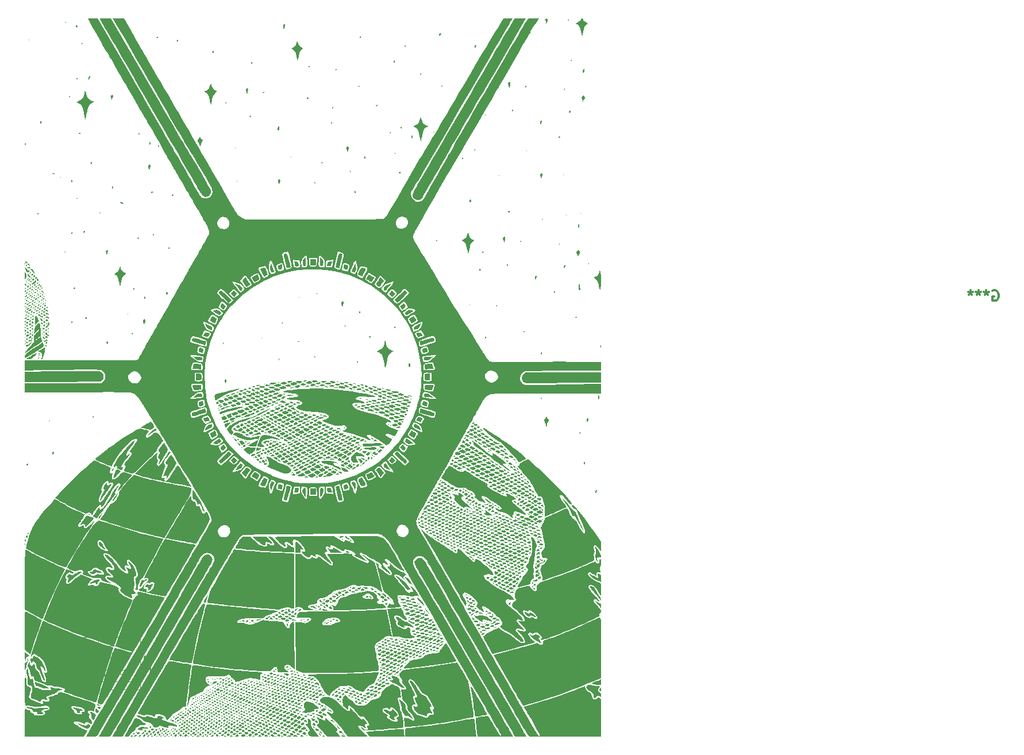
<source format=gbr>
%TF.GenerationSoftware,KiCad,Pcbnew,(6.0.1)*%
%TF.CreationDate,2022-05-04T15:38:42-04:00*%
%TF.ProjectId,phase90plusplus,70686173-6539-4307-906c-7573706c7573,rev?*%
%TF.SameCoordinates,Original*%
%TF.FileFunction,Legend,Bot*%
%TF.FilePolarity,Positive*%
%FSLAX46Y46*%
G04 Gerber Fmt 4.6, Leading zero omitted, Abs format (unit mm)*
G04 Created by KiCad (PCBNEW (6.0.1)) date 2022-05-04 15:38:42*
%MOMM*%
%LPD*%
G01*
G04 APERTURE LIST*
%ADD10C,0.150000*%
%ADD11C,0.300000*%
%ADD12C,0.120000*%
G04 APERTURE END LIST*
D10*
%TO.C,BT1*%
X194361071Y-120564285D02*
X194408690Y-120707142D01*
X194456309Y-120754761D01*
X194551547Y-120802380D01*
X194694404Y-120802380D01*
X194789642Y-120754761D01*
X194837261Y-120707142D01*
X194884880Y-120611904D01*
X194884880Y-120230952D01*
X193884880Y-120230952D01*
X193884880Y-120564285D01*
X193932500Y-120659523D01*
X193980119Y-120707142D01*
X194075357Y-120754761D01*
X194170595Y-120754761D01*
X194265833Y-120707142D01*
X194313452Y-120659523D01*
X194361071Y-120564285D01*
X194361071Y-120230952D01*
X193884880Y-121088095D02*
X193884880Y-121659523D01*
X194884880Y-121373809D02*
X193884880Y-121373809D01*
X194884880Y-122516666D02*
X194884880Y-121945238D01*
X194884880Y-122230952D02*
X193884880Y-122230952D01*
X194027738Y-122135714D01*
X194122976Y-122040476D01*
X194170595Y-121945238D01*
D11*
%TO.C,G\u002A\u002A\u002A*%
X318931229Y-66438000D02*
X319076372Y-66365428D01*
X319294086Y-66365428D01*
X319511800Y-66438000D01*
X319656943Y-66583142D01*
X319729515Y-66728285D01*
X319802086Y-67018571D01*
X319802086Y-67236285D01*
X319729515Y-67526571D01*
X319656943Y-67671714D01*
X319511800Y-67816857D01*
X319294086Y-67889428D01*
X319148943Y-67889428D01*
X318931229Y-67816857D01*
X318858658Y-67744285D01*
X318858658Y-67236285D01*
X319148943Y-67236285D01*
X317987800Y-66365428D02*
X317987800Y-66728285D01*
X318350658Y-66583142D02*
X317987800Y-66728285D01*
X317624943Y-66583142D01*
X318205515Y-67018571D02*
X317987800Y-66728285D01*
X317770086Y-67018571D01*
X316826658Y-66365428D02*
X316826658Y-66728285D01*
X317189515Y-66583142D02*
X316826658Y-66728285D01*
X316463800Y-66583142D01*
X317044372Y-67018571D02*
X316826658Y-66728285D01*
X316608943Y-67018571D01*
X315665515Y-66365428D02*
X315665515Y-66728285D01*
X316028372Y-66583142D02*
X315665515Y-66728285D01*
X315302658Y-66583142D01*
X315883229Y-67018571D02*
X315665515Y-66728285D01*
X315447800Y-67018571D01*
D12*
%TO.C,BT1*%
X191622500Y-122600000D02*
X191542500Y-122280000D01*
X192122500Y-117490000D02*
X192122500Y-118710000D01*
X188122500Y-120420000D02*
X191542500Y-120420000D01*
X191542500Y-122280000D02*
X188122500Y-122280000D01*
X187122500Y-118710000D02*
X187122500Y-117490000D01*
X184432500Y-122900000D02*
X184432500Y-122300000D01*
X192122500Y-118710000D02*
X187122500Y-118710000D01*
X191542500Y-120420000D02*
X191622500Y-120100000D01*
X192122500Y-125210000D02*
X192122500Y-123990000D01*
X188122500Y-122280000D02*
X188122500Y-122600000D01*
X191542500Y-119780000D02*
X188122500Y-119780000D01*
X188122500Y-120100000D02*
X188122500Y-120420000D01*
X184922500Y-123990000D02*
X184922500Y-125210000D01*
X191542500Y-122920000D02*
X191622500Y-122600000D01*
X184922500Y-125210000D02*
X193342500Y-125210000D01*
X184432500Y-122300000D02*
X185032500Y-122600000D01*
X184922500Y-117490000D02*
X184922500Y-118710000D01*
X187122500Y-123990000D02*
X187122500Y-125210000D01*
X187122500Y-121430000D02*
X187122500Y-121270000D01*
X184922500Y-118710000D02*
X187122500Y-118710000D01*
X192122500Y-123990000D02*
X187122500Y-123990000D01*
X188122500Y-122600000D02*
X188122500Y-122920000D01*
X191622500Y-120100000D02*
X191542500Y-119780000D01*
X188122500Y-122920000D02*
X191542500Y-122920000D01*
X185032500Y-122600000D02*
X184432500Y-122900000D01*
X193342500Y-125210000D02*
X193342500Y-117490000D01*
X188122500Y-123990000D02*
X188122500Y-118710000D01*
X187122500Y-123990000D02*
X184922500Y-123990000D01*
X188122500Y-119780000D02*
X188122500Y-120100000D01*
X193342500Y-117490000D02*
X184922500Y-117490000D01*
%TO.C,G\u002A\u002A\u002A*%
G36*
X216240747Y-126535631D02*
G01*
X216359247Y-126592233D01*
X216381370Y-126668041D01*
X216365202Y-126689357D01*
X216222442Y-126738962D01*
X216029179Y-126671109D01*
X215970781Y-126618127D01*
X216009492Y-126544986D01*
X216092811Y-126520385D01*
X216240747Y-126535631D01*
G37*
G36*
X214082898Y-127661281D02*
G01*
X214187305Y-127734581D01*
X214164027Y-127831273D01*
X214162285Y-127832993D01*
X214048001Y-127880623D01*
X213859851Y-127833918D01*
X213740844Y-127750252D01*
X213768245Y-127672983D01*
X213930024Y-127639103D01*
X214082898Y-127661281D01*
G37*
G36*
X201494176Y-126909450D02*
G01*
X201602368Y-126987821D01*
X201615452Y-127019072D01*
X201571172Y-127069231D01*
X201547216Y-127066192D01*
X201439024Y-126987821D01*
X201425940Y-126956570D01*
X201470220Y-126906410D01*
X201494176Y-126909450D01*
G37*
G36*
X208056236Y-129885111D02*
G01*
X208156548Y-129979648D01*
X208143159Y-130043899D01*
X208013622Y-130081410D01*
X207908601Y-130061355D01*
X207870696Y-129979648D01*
X207890990Y-129942083D01*
X208013622Y-129877885D01*
X208056236Y-129885111D01*
G37*
G36*
X205987650Y-127167974D02*
G01*
X206012657Y-127232051D01*
X205983544Y-127263846D01*
X205844493Y-127313462D01*
X205792607Y-127305070D01*
X205726805Y-127232051D01*
X205759659Y-127183856D01*
X205894969Y-127150641D01*
X205987650Y-127167974D01*
G37*
G36*
X247446599Y-105596740D02*
G01*
X247617963Y-105691122D01*
X247670469Y-105783247D01*
X247607545Y-105847515D01*
X247566422Y-105862190D01*
X247280971Y-105885437D01*
X247030032Y-105787488D01*
X246977927Y-105746548D01*
X246931279Y-105677325D01*
X247016293Y-105627257D01*
X247199763Y-105583259D01*
X247446599Y-105596740D01*
G37*
G36*
X200544340Y-131496243D02*
G01*
X200546837Y-131497204D01*
X200635110Y-131562731D01*
X200580665Y-131669874D01*
X200544223Y-131710305D01*
X200404607Y-131786221D01*
X200291217Y-131702522D01*
X200288374Y-131697744D01*
X200287305Y-131575696D01*
X200391291Y-131493319D01*
X200544340Y-131496243D01*
G37*
G36*
X226634456Y-126471765D02*
G01*
X226728438Y-126533484D01*
X226708237Y-126631418D01*
X226639349Y-126696808D01*
X226493623Y-126731899D01*
X226269141Y-126669243D01*
X226182400Y-126633080D01*
X226158161Y-126588135D01*
X226276355Y-126516324D01*
X226293691Y-126507539D01*
X226473727Y-126458902D01*
X226634456Y-126471765D01*
G37*
G36*
X204086242Y-125619560D02*
G01*
X204201418Y-125679109D01*
X204216093Y-125766312D01*
X204156146Y-125803044D01*
X203986535Y-125753246D01*
X203883387Y-125677652D01*
X203912514Y-125623231D01*
X203933394Y-125617278D01*
X204086242Y-125619560D01*
G37*
G36*
X246764740Y-89909930D02*
G01*
X246825531Y-89943981D01*
X246987763Y-90052842D01*
X247052850Y-90127488D01*
X247006973Y-90178613D01*
X246860966Y-90187572D01*
X246670222Y-90145295D01*
X246492436Y-90058848D01*
X246369805Y-89939697D01*
X246390334Y-89841291D01*
X246404560Y-89829266D01*
X246538080Y-89815018D01*
X246764740Y-89909930D01*
G37*
G36*
X210441793Y-127242518D02*
G01*
X210440651Y-127283996D01*
X210316865Y-127393499D01*
X210151709Y-127487556D01*
X209999137Y-127499813D01*
X209954731Y-127481092D01*
X209919678Y-127429454D01*
X210018738Y-127341074D01*
X210132544Y-127280081D01*
X210336466Y-127234760D01*
X210441793Y-127242518D01*
G37*
G36*
X238106456Y-94572156D02*
G01*
X238395615Y-94748518D01*
X238493792Y-94832802D01*
X238542827Y-94920289D01*
X238477287Y-94991744D01*
X238406449Y-95030672D01*
X238257509Y-95073754D01*
X238148586Y-95037607D01*
X238095540Y-94931390D01*
X238158189Y-94826094D01*
X238205550Y-94784576D01*
X238211462Y-94701480D01*
X238158620Y-94686943D01*
X238033984Y-94744484D01*
X237936481Y-94791846D01*
X237737051Y-94788423D01*
X237671217Y-94765716D01*
X237609181Y-94708450D01*
X237685384Y-94608322D01*
X237858945Y-94527795D01*
X238106456Y-94572156D01*
G37*
G36*
X199215456Y-130396828D02*
G01*
X199269390Y-130482715D01*
X199194725Y-130568835D01*
X199111723Y-130609627D01*
X199035725Y-130585931D01*
X199063123Y-130437654D01*
X199123286Y-130348424D01*
X199215456Y-130396828D01*
G37*
G36*
X234307756Y-119498541D02*
G01*
X234451932Y-119535941D01*
X234446871Y-119618271D01*
X234291596Y-119724357D01*
X234139270Y-119792602D01*
X234030655Y-119813567D01*
X233958810Y-119770151D01*
X233937875Y-119732913D01*
X233978264Y-119629158D01*
X234108522Y-119537525D01*
X234281178Y-119498077D01*
X234307756Y-119498541D01*
G37*
G36*
X216599640Y-122695864D02*
G01*
X216630020Y-122754487D01*
X216610013Y-122783042D01*
X216508135Y-122829459D01*
X216344168Y-122754487D01*
X216307412Y-122727968D01*
X216305829Y-122686403D01*
X216451078Y-122674324D01*
X216599640Y-122695864D01*
G37*
G36*
X203700318Y-123431567D02*
G01*
X203738121Y-123460870D01*
X203650974Y-123480753D01*
X203568138Y-123474996D01*
X203543780Y-123437994D01*
X203572674Y-123421862D01*
X203700318Y-123431567D01*
G37*
G36*
X245405324Y-114159930D02*
G01*
X245483434Y-114247448D01*
X245458381Y-114273103D01*
X245296901Y-114241020D01*
X245224848Y-114223657D01*
X245055768Y-114171455D01*
X245028601Y-114126895D01*
X245128201Y-114075079D01*
X245233579Y-114066167D01*
X245405324Y-114159930D01*
G37*
G36*
X243206193Y-115547912D02*
G01*
X243251568Y-115558200D01*
X243419782Y-115615919D01*
X243437805Y-115689155D01*
X243316355Y-115802699D01*
X243185615Y-115890078D01*
X243081362Y-115890162D01*
X242932802Y-115791016D01*
X242842168Y-115691014D01*
X242852810Y-115587865D01*
X242982408Y-115532823D01*
X243206193Y-115547912D01*
G37*
G36*
X204680382Y-126280926D02*
G01*
X204718185Y-126310229D01*
X204631039Y-126330112D01*
X204548202Y-126324355D01*
X204523844Y-126287353D01*
X204552739Y-126271221D01*
X204680382Y-126280926D01*
G37*
G36*
X243915207Y-93903857D02*
G01*
X243965569Y-93931952D01*
X244104891Y-94040173D01*
X244089667Y-94113963D01*
X244010043Y-94150604D01*
X243751931Y-94164235D01*
X243465992Y-94064663D01*
X243268524Y-93955609D01*
X243454876Y-93856196D01*
X243554855Y-93813210D01*
X243707602Y-93812727D01*
X243915207Y-93903857D01*
G37*
G36*
X237946327Y-95644823D02*
G01*
X237976716Y-95661549D01*
X238085982Y-95751145D01*
X238050067Y-95821034D01*
X237987536Y-95852076D01*
X237817453Y-95874995D01*
X237671843Y-95832152D01*
X237596992Y-95744658D01*
X237639181Y-95633625D01*
X237658768Y-95615598D01*
X237772934Y-95578051D01*
X237946327Y-95644823D01*
G37*
G36*
X192423483Y-65988163D02*
G01*
X192459441Y-66040571D01*
X192459499Y-66167266D01*
X192412852Y-66230064D01*
X192352681Y-66232238D01*
X192332593Y-66076667D01*
X192332599Y-66072938D01*
X192353424Y-65957758D01*
X192423483Y-65988163D01*
G37*
G36*
X212110203Y-131923866D02*
G01*
X212178895Y-132039302D01*
X212176432Y-132049444D01*
X212081997Y-132097232D01*
X211893043Y-132116667D01*
X211810930Y-132113708D01*
X211643857Y-132070580D01*
X211621161Y-131988203D01*
X211752226Y-131882203D01*
X211779232Y-131870044D01*
X211952696Y-131858506D01*
X212110203Y-131923866D01*
G37*
G36*
X250794580Y-103353035D02*
G01*
X250869131Y-103439342D01*
X250806794Y-103585938D01*
X250761590Y-103640614D01*
X250697208Y-103691920D01*
X250609278Y-103673678D01*
X250435733Y-103585877D01*
X250323008Y-103521122D01*
X250287493Y-103462596D01*
X250383562Y-103412564D01*
X250625920Y-103353022D01*
X250794580Y-103353035D01*
G37*
G36*
X210032715Y-125233170D02*
G01*
X210050014Y-125239928D01*
X210126951Y-125293710D01*
X210053134Y-125362748D01*
X210034568Y-125373794D01*
X209862523Y-125431905D01*
X209711736Y-125426025D01*
X209647062Y-125357061D01*
X209699260Y-125265774D01*
X209850186Y-125211438D01*
X210032715Y-125233170D01*
G37*
G36*
X176370431Y-123083792D02*
G01*
X176447384Y-123161539D01*
X176462596Y-123190362D01*
X176457024Y-123242949D01*
X176442664Y-123239286D01*
X176365712Y-123161539D01*
X176350499Y-123132715D01*
X176356072Y-123080128D01*
X176370431Y-123083792D01*
G37*
G36*
X204186606Y-126025187D02*
G01*
X204338381Y-126092308D01*
X204365858Y-126110773D01*
X204398455Y-126159530D01*
X204281947Y-126172471D01*
X204166291Y-126157343D01*
X204052528Y-126092308D01*
X204044253Y-126076331D01*
X204070911Y-126019861D01*
X204186606Y-126025187D01*
G37*
G36*
X207866774Y-125783396D02*
G01*
X207891114Y-125848077D01*
X207835645Y-125893159D01*
X207677294Y-125929487D01*
X207588766Y-125912758D01*
X207564426Y-125848077D01*
X207619895Y-125802995D01*
X207778246Y-125766667D01*
X207866774Y-125783396D01*
G37*
G36*
X213967505Y-82337228D02*
G01*
X214011811Y-82396344D01*
X213919313Y-82502342D01*
X213830198Y-82556144D01*
X213574285Y-82612736D01*
X213339811Y-82550329D01*
X213317482Y-82529279D01*
X213361914Y-82463261D01*
X213566089Y-82384986D01*
X213808002Y-82332173D01*
X213967505Y-82337228D01*
G37*
G36*
X215282432Y-115267299D02*
G01*
X215268631Y-115303549D01*
X215159924Y-115346154D01*
X215104108Y-115342618D01*
X215037416Y-115314159D01*
X215052463Y-115293087D01*
X215159924Y-115235304D01*
X215222566Y-115222506D01*
X215282432Y-115267299D01*
G37*
G36*
X212091866Y-126436177D02*
G01*
X212207185Y-126492835D01*
X212220088Y-126580194D01*
X212140253Y-126634557D01*
X211984966Y-126660109D01*
X211836671Y-126641218D01*
X211770535Y-126578214D01*
X211784823Y-126533517D01*
X211893043Y-126447389D01*
X211934948Y-126434916D01*
X212091866Y-126436177D01*
G37*
G36*
X214642432Y-88976366D02*
G01*
X214748721Y-89036638D01*
X214775351Y-89087257D01*
X214668070Y-89139114D01*
X214525356Y-89190601D01*
X214422425Y-89197398D01*
X214318920Y-89143971D01*
X214258014Y-89071474D01*
X214334117Y-88976748D01*
X214341728Y-88970568D01*
X214472462Y-88917299D01*
X214642432Y-88976366D01*
G37*
G36*
X247503119Y-105022352D02*
G01*
X247609275Y-105075067D01*
X247649740Y-105136446D01*
X247561872Y-105220407D01*
X247414178Y-105306617D01*
X247241903Y-105318850D01*
X246996913Y-105244961D01*
X246766998Y-105157229D01*
X247034934Y-105044317D01*
X247077782Y-105026912D01*
X247303952Y-104974272D01*
X247503119Y-105022352D01*
G37*
G36*
X176651564Y-119914917D02*
G01*
X176658742Y-119920673D01*
X176875530Y-120107743D01*
X176960470Y-120225158D01*
X176918274Y-120291943D01*
X176753654Y-120327125D01*
X176616612Y-120358969D01*
X176536992Y-120453756D01*
X176503606Y-120659878D01*
X176487665Y-120796983D01*
X176449926Y-120924924D01*
X176406953Y-120918098D01*
X176366571Y-120793886D01*
X176336604Y-120569671D01*
X176324876Y-120262834D01*
X176324876Y-119653225D01*
X176651564Y-119914917D01*
G37*
G36*
X214561719Y-127833457D02*
G01*
X214663993Y-127930855D01*
X214677740Y-128033497D01*
X214651458Y-128060300D01*
X214501467Y-128073022D01*
X214273230Y-127982720D01*
X214272719Y-127921422D01*
X214357118Y-127843089D01*
X214465712Y-127804416D01*
X214561719Y-127833457D01*
G37*
G36*
X177589969Y-66824313D02*
G01*
X177598059Y-66866997D01*
X177513940Y-66907051D01*
X177472705Y-66905459D01*
X177390222Y-66867003D01*
X177462641Y-66788413D01*
X177492089Y-66777350D01*
X177589969Y-66824313D01*
G37*
G36*
X218302696Y-85514471D02*
G01*
X218359104Y-85562010D01*
X218292598Y-85640340D01*
X218204942Y-85676939D01*
X218035524Y-85707579D01*
X217881486Y-85706781D01*
X217814265Y-85670101D01*
X217871433Y-85619272D01*
X218025298Y-85547403D01*
X218162906Y-85511469D01*
X218302696Y-85514471D01*
G37*
G36*
X213174227Y-82664766D02*
G01*
X213264520Y-82695778D01*
X213303241Y-82744737D01*
X213199453Y-82833073D01*
X213103429Y-82894357D01*
X212913490Y-82935612D01*
X212756300Y-82829603D01*
X212746213Y-82817148D01*
X212714854Y-82723330D01*
X212827971Y-82661296D01*
X212953775Y-82641299D01*
X213174227Y-82664766D01*
G37*
G36*
X248305719Y-94493909D02*
G01*
X248356515Y-94573701D01*
X248277248Y-94670092D01*
X248210914Y-94707504D01*
X248028736Y-94738574D01*
X247828543Y-94637172D01*
X247825391Y-94634872D01*
X247737815Y-94557525D01*
X247770437Y-94511318D01*
X247943514Y-94466115D01*
X247946896Y-94465382D01*
X248158100Y-94451031D01*
X248305719Y-94493909D01*
G37*
G36*
X178100692Y-64416706D02*
G01*
X178110333Y-64435247D01*
X178084183Y-64540738D01*
X178081758Y-64544497D01*
X177977138Y-64614704D01*
X177854190Y-64619496D01*
X177794972Y-64554864D01*
X177795326Y-64549398D01*
X177866760Y-64466253D01*
X177999084Y-64408223D01*
X178100692Y-64416706D01*
G37*
G36*
X251642716Y-100559963D02*
G01*
X251802125Y-100613963D01*
X251871500Y-100693859D01*
X251812892Y-100754852D01*
X251648906Y-100759653D01*
X251427725Y-100700629D01*
X251330617Y-100641698D01*
X251371112Y-100576572D01*
X251466347Y-100548986D01*
X251642716Y-100559963D01*
G37*
G36*
X205450135Y-82489489D02*
G01*
X205596632Y-82610788D01*
X205678682Y-82713747D01*
X205660976Y-82782006D01*
X205507200Y-82848591D01*
X205383085Y-82892952D01*
X205232634Y-82928479D01*
X205122890Y-82896419D01*
X204980387Y-82788375D01*
X204787577Y-82631879D01*
X205017492Y-82544144D01*
X205043482Y-82534341D01*
X205285159Y-82466240D01*
X205450135Y-82489489D01*
G37*
G36*
X198639433Y-128944772D02*
G01*
X198743847Y-129023077D01*
X198751530Y-129065020D01*
X198666995Y-129104487D01*
X198606145Y-129094524D01*
X198539667Y-129023077D01*
X198541866Y-129003762D01*
X198616519Y-128941667D01*
X198639433Y-128944772D01*
G37*
G36*
X216293711Y-113803187D02*
G01*
X216336764Y-113892157D01*
X216338667Y-114035134D01*
X216295348Y-114146528D01*
X216211240Y-114167015D01*
X216082529Y-114127713D01*
X216017480Y-114051162D01*
X216052110Y-113971836D01*
X216164799Y-113855560D01*
X216278831Y-113799359D01*
X216293711Y-113803187D01*
G37*
G36*
X217966126Y-124681752D02*
G01*
X217989521Y-124688155D01*
X218090932Y-124745904D01*
X218051002Y-124840393D01*
X218003230Y-124885891D01*
X217803184Y-124947940D01*
X217578633Y-124878658D01*
X217561009Y-124865751D01*
X217542589Y-124785895D01*
X217633824Y-124713438D01*
X217789930Y-124671138D01*
X217966126Y-124681752D01*
G37*
G36*
X217732593Y-132075962D02*
G01*
X217691757Y-132116667D01*
X217650921Y-132075962D01*
X217691757Y-132035257D01*
X217732593Y-132075962D01*
G37*
G36*
X214251180Y-131431985D02*
G01*
X214324300Y-131469753D01*
X214378421Y-131567931D01*
X214281950Y-131655699D01*
X214068749Y-131700472D01*
X213940563Y-131637430D01*
X213928602Y-131603887D01*
X213976686Y-131501160D01*
X214104774Y-131430259D01*
X214251180Y-131431985D01*
G37*
G36*
X248980285Y-102583255D02*
G01*
X249131476Y-102674178D01*
X249161740Y-102765778D01*
X249033397Y-102834267D01*
X248894098Y-102866238D01*
X248737454Y-102869580D01*
X248604619Y-102806181D01*
X248566004Y-102778351D01*
X248533213Y-102706563D01*
X248633179Y-102609345D01*
X248789683Y-102537624D01*
X248980285Y-102583255D01*
G37*
G36*
X213890430Y-50012219D02*
G01*
X213931967Y-50048365D01*
X213968825Y-50222186D01*
X213880741Y-50499398D01*
X213837148Y-50589903D01*
X213774680Y-50666360D01*
X213721115Y-50605242D01*
X213653393Y-50396068D01*
X213633260Y-50283611D01*
X213660460Y-50099072D01*
X213754570Y-49995027D01*
X213890430Y-50012219D01*
G37*
G36*
X251181153Y-109894865D02*
G01*
X251260937Y-109991770D01*
X251201571Y-110066407D01*
X251116692Y-110116741D01*
X251062742Y-110105468D01*
X251054779Y-109963109D01*
X251055598Y-109918814D01*
X251084369Y-109838484D01*
X251181153Y-109894865D01*
G37*
G36*
X217702269Y-129023179D02*
G01*
X217855555Y-129059294D01*
X217893233Y-129133786D01*
X217793847Y-129207826D01*
X217704573Y-129222878D01*
X217554957Y-129187418D01*
X217487577Y-129095777D01*
X217538225Y-129047981D01*
X217691757Y-129023077D01*
X217702269Y-129023179D01*
G37*
G36*
X227275832Y-83102652D02*
G01*
X227296157Y-83114223D01*
X227364839Y-83174810D01*
X227288220Y-83217883D01*
X227237404Y-83234427D01*
X227043204Y-83298341D01*
X226984330Y-83318131D01*
X226906957Y-83345496D01*
X226819322Y-83328904D01*
X226696546Y-83260033D01*
X226634844Y-83190569D01*
X226640488Y-83171800D01*
X226743739Y-83111782D01*
X226927429Y-83074302D01*
X227126485Y-83068283D01*
X227275832Y-83102652D01*
G37*
G36*
X227415142Y-93156020D02*
G01*
X227503034Y-93277167D01*
X227638773Y-93461904D01*
X227860212Y-93761948D01*
X227431290Y-93996171D01*
X227234673Y-94098952D01*
X227052386Y-94183060D01*
X226969286Y-94205885D01*
X226955611Y-94188271D01*
X226886945Y-94061372D01*
X226791439Y-93859072D01*
X226646675Y-93536766D01*
X227014695Y-93321783D01*
X227157159Y-93241455D01*
X227326722Y-93156062D01*
X227400025Y-93134329D01*
X227415142Y-93156020D01*
G37*
G36*
X218974534Y-130651826D02*
G01*
X219039345Y-130741402D01*
X219012074Y-130804938D01*
X218927167Y-130795998D01*
X218848062Y-130696133D01*
X218838126Y-130627046D01*
X218920997Y-130623433D01*
X218974534Y-130651826D01*
G37*
G36*
X232051387Y-81617321D02*
G01*
X232311049Y-81753386D01*
X232106869Y-81811847D01*
X232015717Y-81837814D01*
X231860686Y-81871360D01*
X231735046Y-81858610D01*
X231547353Y-81797164D01*
X231436971Y-81754328D01*
X231308789Y-81667604D01*
X231343443Y-81593177D01*
X231540937Y-81531253D01*
X231719905Y-81520417D01*
X232051387Y-81617321D01*
G37*
G36*
X210472803Y-126744069D02*
G01*
X210514108Y-126773750D01*
X210418138Y-126863116D01*
X210295787Y-126936047D01*
X210137094Y-126982642D01*
X210118458Y-126982163D01*
X210077152Y-126952483D01*
X210173122Y-126863116D01*
X210295474Y-126790185D01*
X210454166Y-126743590D01*
X210472803Y-126744069D01*
G37*
G36*
X216754677Y-86735052D02*
G01*
X216894852Y-86815110D01*
X216873712Y-86920268D01*
X216691274Y-87050230D01*
X216601934Y-87098080D01*
X216453547Y-87161675D01*
X216350471Y-87150545D01*
X216223111Y-87067214D01*
X216130112Y-86986049D01*
X216146074Y-86917264D01*
X216288578Y-86814009D01*
X216447273Y-86737058D01*
X216711097Y-86723026D01*
X216754677Y-86735052D01*
G37*
G36*
X226144811Y-110291355D02*
G01*
X226181331Y-110350441D01*
X226318947Y-110424248D01*
X226344269Y-110432565D01*
X226435590Y-110486457D01*
X226380201Y-110550602D01*
X226292540Y-110588340D01*
X226092307Y-110619842D01*
X225897004Y-110607733D01*
X225782809Y-110551854D01*
X225782580Y-110551480D01*
X225811100Y-110461260D01*
X225941333Y-110346451D01*
X225948810Y-110341620D01*
X226087493Y-110274799D01*
X226144811Y-110291355D01*
G37*
G36*
X237311172Y-102601118D02*
G01*
X237328470Y-102607877D01*
X237405407Y-102661659D01*
X237331590Y-102730697D01*
X237266133Y-102768505D01*
X237170535Y-102806481D01*
X237134026Y-102796309D01*
X237009480Y-102730697D01*
X236994737Y-102721238D01*
X236936544Y-102656064D01*
X237029898Y-102601118D01*
X237113622Y-102582072D01*
X237311172Y-102601118D01*
G37*
G36*
X212900972Y-80528723D02*
G01*
X213086475Y-80578327D01*
X213158959Y-80664901D01*
X213137103Y-80707658D01*
X213016033Y-80772087D01*
X212972996Y-80782722D01*
X212634581Y-80810857D01*
X212379298Y-80713404D01*
X212355846Y-80696115D01*
X212285041Y-80626526D01*
X212332556Y-80584146D01*
X212519932Y-80542851D01*
X212650373Y-80525244D01*
X212900972Y-80528723D01*
G37*
G36*
X216910950Y-129120316D02*
G01*
X216911797Y-129120844D01*
X217019119Y-129198567D01*
X217017129Y-129271655D01*
X216904396Y-129401601D01*
X216835859Y-129469050D01*
X216701722Y-129536135D01*
X216539531Y-129492721D01*
X216487840Y-129468459D01*
X216368420Y-129385521D01*
X216388343Y-129296397D01*
X216548652Y-129163446D01*
X216620235Y-129114769D01*
X216766125Y-129064179D01*
X216910950Y-129120316D01*
G37*
G36*
X236635577Y-99847201D02*
G01*
X236682190Y-99866721D01*
X236718558Y-99918130D01*
X236621649Y-100007360D01*
X236523592Y-100073744D01*
X236421748Y-100119847D01*
X236316261Y-100102800D01*
X236174726Y-100036412D01*
X236108799Y-99959731D01*
X236144629Y-99909718D01*
X236287120Y-99852957D01*
X236474082Y-99827138D01*
X236635577Y-99847201D01*
G37*
G36*
X255546984Y-96943398D02*
G01*
X255666270Y-97069551D01*
X255788863Y-97208178D01*
X256008620Y-97449892D01*
X256239669Y-97698425D01*
X256411674Y-97888701D01*
X256610320Y-98127320D01*
X256742829Y-98309001D01*
X256962909Y-98619349D01*
X257172789Y-98827809D01*
X257344834Y-98901282D01*
X257356560Y-98901964D01*
X257477974Y-98996758D01*
X257584408Y-99247276D01*
X257616864Y-99344078D01*
X257726768Y-99623227D01*
X257876631Y-99968266D01*
X258043784Y-100325962D01*
X258126230Y-100498089D01*
X258291821Y-100857531D01*
X258431850Y-101178706D01*
X258522563Y-101407938D01*
X258587626Y-101616711D01*
X258594169Y-101709037D01*
X258539723Y-101669126D01*
X258429985Y-101504229D01*
X258270650Y-101221595D01*
X258067414Y-100828476D01*
X258039306Y-100772504D01*
X257768993Y-100255584D01*
X257550086Y-99882465D01*
X257376944Y-99645313D01*
X257243926Y-99536291D01*
X257145391Y-99547562D01*
X257099736Y-99579239D01*
X257051783Y-99577405D01*
X256994367Y-99514339D01*
X256913359Y-99368112D01*
X256794630Y-99116796D01*
X256624049Y-98738462D01*
X256473995Y-98440340D01*
X256247545Y-98053937D01*
X256017776Y-97713896D01*
X255814969Y-97433409D01*
X255654889Y-97195967D01*
X255550636Y-97023733D01*
X255511553Y-96933834D01*
X255546984Y-96943398D01*
G37*
G36*
X216420715Y-127576457D02*
G01*
X216536287Y-127632423D01*
X216548705Y-127719938D01*
X216498700Y-127763135D01*
X216344168Y-127801923D01*
X216317776Y-127801038D01*
X216175716Y-127753864D01*
X216132741Y-127667871D01*
X216216484Y-127589113D01*
X216261982Y-127575665D01*
X216420715Y-127576457D01*
G37*
G36*
X212825680Y-114646250D02*
G01*
X212878186Y-114738375D01*
X212815262Y-114802643D01*
X212656571Y-114842547D01*
X212489168Y-114828347D01*
X212400417Y-114756684D01*
X212431827Y-114644659D01*
X212485863Y-114591133D01*
X212658144Y-114539395D01*
X212825680Y-114646250D01*
G37*
G36*
X215127013Y-114861920D02*
G01*
X215229987Y-114921182D01*
X215260259Y-114984037D01*
X215159033Y-115071935D01*
X215108824Y-115106454D01*
X214914825Y-115177593D01*
X214729216Y-115115035D01*
X214714523Y-115104968D01*
X214682932Y-115026330D01*
X214783676Y-114906268D01*
X214821372Y-114873740D01*
X214962309Y-114807454D01*
X215127013Y-114861920D01*
G37*
G36*
X220286647Y-87235860D02*
G01*
X220311331Y-87246891D01*
X220406434Y-87301794D01*
X220380705Y-87355699D01*
X220222403Y-87447237D01*
X220200356Y-87459037D01*
X219969653Y-87560989D01*
X219818530Y-87565064D01*
X219701399Y-87473564D01*
X219678777Y-87401075D01*
X219752958Y-87303584D01*
X219910378Y-87230806D01*
X220103965Y-87201858D01*
X220286647Y-87235860D01*
G37*
G36*
X211121459Y-129960655D02*
G01*
X211139341Y-129966508D01*
X211237576Y-130029733D01*
X211193130Y-130128962D01*
X211180710Y-130143726D01*
X211088018Y-130225095D01*
X210980699Y-130220236D01*
X210796766Y-130129185D01*
X210598881Y-130019908D01*
X210776348Y-129963763D01*
X210904889Y-129941465D01*
X211121459Y-129960655D01*
G37*
G36*
X198007477Y-129473357D02*
G01*
X197920998Y-129582446D01*
X197805951Y-129678129D01*
X197731726Y-129706529D01*
X197724619Y-129679045D01*
X197781270Y-129580721D01*
X197889315Y-129477767D01*
X197992253Y-129430128D01*
X198007477Y-129473357D01*
G37*
G36*
X220884911Y-91494083D02*
G01*
X221329311Y-91516471D01*
X221658803Y-91546784D01*
X221904268Y-91589516D01*
X222096590Y-91649163D01*
X222266650Y-91730219D01*
X222373012Y-91791465D01*
X222463394Y-91855336D01*
X222428734Y-91858375D01*
X222286904Y-91815926D01*
X222013695Y-91755748D01*
X221862643Y-91767288D01*
X221816194Y-91850315D01*
X221883782Y-91979870D01*
X222062614Y-92128432D01*
X222306458Y-92262631D01*
X222569042Y-92351653D01*
X222699074Y-92400250D01*
X222886203Y-92568443D01*
X222959602Y-92790556D01*
X222958467Y-92794344D01*
X222874603Y-92784112D01*
X222677060Y-92710201D01*
X222393042Y-92583808D01*
X222049751Y-92416127D01*
X222040352Y-92411362D01*
X221584096Y-92189913D01*
X221226105Y-92041445D01*
X220927513Y-91951825D01*
X220649453Y-91906918D01*
X220500864Y-91889326D01*
X220214487Y-91821875D01*
X220071678Y-91720732D01*
X220021492Y-91598494D01*
X220073208Y-91520354D01*
X220249731Y-91484824D01*
X220569349Y-91483176D01*
X220884911Y-91494083D01*
G37*
G36*
X245652960Y-98017172D02*
G01*
X245827770Y-98087180D01*
X245848194Y-98100471D01*
X245909075Y-98155031D01*
X245827770Y-98166097D01*
X245757563Y-98157187D01*
X245582754Y-98087180D01*
X245562329Y-98073889D01*
X245501448Y-98019328D01*
X245582754Y-98008263D01*
X245652960Y-98017172D01*
G37*
G36*
X220431941Y-112347904D02*
G01*
X220555921Y-112424487D01*
X220569495Y-112476227D01*
X220503888Y-112581627D01*
X220419209Y-112604956D01*
X220272630Y-112577527D01*
X220159494Y-112502763D01*
X220144450Y-112411300D01*
X220262277Y-112343463D01*
X220431941Y-112347904D01*
G37*
G36*
X217914328Y-87408204D02*
G01*
X217917414Y-87499360D01*
X217762018Y-87615398D01*
X217728496Y-87633385D01*
X217537762Y-87723730D01*
X217432706Y-87733849D01*
X217367218Y-87670134D01*
X217371603Y-87610900D01*
X217474122Y-87515601D01*
X217637265Y-87431612D01*
X217803258Y-87386594D01*
X217914328Y-87408204D01*
G37*
G36*
X209195454Y-129525465D02*
G01*
X209320374Y-129594196D01*
X209336717Y-129605054D01*
X209401818Y-129677889D01*
X209320374Y-129754523D01*
X209251693Y-129795653D01*
X209157030Y-129834686D01*
X209118606Y-129823254D01*
X208993686Y-129754523D01*
X208977343Y-129743664D01*
X208912242Y-129670829D01*
X208993686Y-129594196D01*
X209062367Y-129553065D01*
X209157030Y-129514032D01*
X209195454Y-129525465D01*
G37*
G36*
X243317402Y-102165742D02*
G01*
X243369220Y-102229758D01*
X243295937Y-102319266D01*
X243062726Y-102395961D01*
X242828641Y-102336242D01*
X242823614Y-102332903D01*
X242813120Y-102264944D01*
X242963025Y-102184954D01*
X242990142Y-102175387D01*
X243178402Y-102142519D01*
X243317402Y-102165742D01*
G37*
G36*
X230005740Y-81948449D02*
G01*
X230226091Y-81994927D01*
X230401725Y-82067304D01*
X230473429Y-82148618D01*
X230460196Y-82174192D01*
X230341380Y-82206663D01*
X230145278Y-82202324D01*
X229928524Y-82165065D01*
X229747752Y-82098775D01*
X229552944Y-81991140D01*
X229775612Y-81948711D01*
X229799888Y-81944833D01*
X230005740Y-81948449D01*
G37*
G36*
X213011740Y-125812473D02*
G01*
X213101673Y-125843369D01*
X213139991Y-125892192D01*
X213036109Y-125980509D01*
X212940383Y-126045267D01*
X212802618Y-126087300D01*
X212631090Y-126041485D01*
X212573353Y-125999237D01*
X212592467Y-125920908D01*
X212699988Y-125846774D01*
X212853789Y-125802181D01*
X213011740Y-125812473D01*
G37*
G36*
X226840621Y-80927423D02*
G01*
X226968446Y-81005252D01*
X226994987Y-81084341D01*
X226904356Y-81142104D01*
X226723753Y-81132901D01*
X226530353Y-81038770D01*
X226486475Y-81004391D01*
X226432658Y-80931028D01*
X226510903Y-80880723D01*
X226522172Y-80876937D01*
X226671775Y-80876202D01*
X226840621Y-80927423D01*
G37*
G36*
X216612583Y-82812182D02*
G01*
X216765764Y-82873281D01*
X216834201Y-82946423D01*
X216786238Y-83001064D01*
X216646253Y-83024368D01*
X216486593Y-83003451D01*
X216381646Y-82939456D01*
X216365733Y-82906356D01*
X216373023Y-82807563D01*
X216452849Y-82786667D01*
X216612583Y-82812182D01*
G37*
G36*
X205662574Y-124557836D02*
G01*
X205726805Y-124613355D01*
X205681240Y-124726616D01*
X205633496Y-124748447D01*
X205506726Y-124738151D01*
X205392083Y-124685893D01*
X205365020Y-124617668D01*
X205396585Y-124587669D01*
X205524962Y-124549602D01*
X205662574Y-124557836D01*
G37*
G36*
X219413091Y-129791188D02*
G01*
X219472496Y-129899788D01*
X219481105Y-130011994D01*
X219456395Y-130044358D01*
X219346753Y-130072516D01*
X219170088Y-129975364D01*
X219109989Y-129929302D01*
X219069336Y-129852141D01*
X219163316Y-129754559D01*
X219205932Y-129721164D01*
X219310735Y-129689233D01*
X219413091Y-129791188D01*
G37*
G36*
X239770004Y-99592815D02*
G01*
X239827327Y-99617778D01*
X239853610Y-99670124D01*
X239748012Y-99761904D01*
X239627065Y-99843444D01*
X239514864Y-99868008D01*
X239385064Y-99804299D01*
X239359650Y-99786659D01*
X239335519Y-99719585D01*
X239452700Y-99636456D01*
X239595783Y-99587852D01*
X239770004Y-99592815D01*
G37*
G36*
X247911305Y-112415385D02*
G01*
X247891067Y-112559660D01*
X247875639Y-112682832D01*
X247833186Y-112703147D01*
X247703939Y-112658395D01*
X247600178Y-112564701D01*
X247607976Y-112461588D01*
X247745076Y-112415385D01*
X247789096Y-112408136D01*
X247898430Y-112313622D01*
X247919545Y-112300179D01*
X247911305Y-112415385D01*
G37*
G36*
X237976367Y-96145007D02*
G01*
X238150599Y-96215990D01*
X238166942Y-96226849D01*
X238232043Y-96299684D01*
X238150599Y-96376318D01*
X238079815Y-96413455D01*
X237905583Y-96456481D01*
X237834799Y-96447301D01*
X237660567Y-96376318D01*
X237644224Y-96365459D01*
X237579123Y-96292624D01*
X237660567Y-96215990D01*
X237731351Y-96178853D01*
X237905583Y-96135827D01*
X237976367Y-96145007D01*
G37*
G36*
X205213496Y-124824124D02*
G01*
X205329989Y-124885089D01*
X205355647Y-124958426D01*
X205341641Y-124978911D01*
X205240689Y-125028155D01*
X205075794Y-124955744D01*
X205019675Y-124906913D01*
X205008385Y-124827442D01*
X205078011Y-124802630D01*
X205213496Y-124824124D01*
G37*
G36*
X248670352Y-94767128D02*
G01*
X248843043Y-94863558D01*
X248895550Y-94955683D01*
X248832625Y-95019951D01*
X248824319Y-95023166D01*
X248641407Y-95055137D01*
X248454474Y-95036064D01*
X248305298Y-94981016D01*
X248235653Y-94905061D01*
X248287315Y-94823265D01*
X248441804Y-94763781D01*
X248670352Y-94767128D01*
G37*
G36*
X216210460Y-126032350D02*
G01*
X216297103Y-126100006D01*
X216265493Y-126210825D01*
X216244497Y-126234217D01*
X216133630Y-126285711D01*
X215961398Y-126233391D01*
X215835186Y-126171477D01*
X215812466Y-126123035D01*
X215922254Y-126064698D01*
X216048752Y-126026245D01*
X216210460Y-126032350D01*
G37*
G36*
X176882117Y-64569715D02*
G01*
X176883807Y-64655927D01*
X176794490Y-64736468D01*
X176754375Y-64752546D01*
X176674545Y-64783958D01*
X176671928Y-64770911D01*
X176703701Y-64668269D01*
X176734363Y-64610941D01*
X176823646Y-64546154D01*
X176882117Y-64569715D01*
G37*
G36*
X248324647Y-107500253D02*
G01*
X248450495Y-107551642D01*
X248476372Y-107621435D01*
X248442239Y-107651812D01*
X248290013Y-107689704D01*
X248111335Y-107679291D01*
X247997367Y-107620710D01*
X247989658Y-107581028D01*
X248066342Y-107504163D01*
X248162201Y-107485395D01*
X248324647Y-107500253D01*
G37*
G36*
X208619122Y-115009158D02*
G01*
X208627325Y-115025202D01*
X208615957Y-115125664D01*
X208534327Y-115146670D01*
X208405390Y-115100673D01*
X208340310Y-115011803D01*
X208397478Y-114949971D01*
X208519939Y-114947736D01*
X208619122Y-115009158D01*
G37*
G36*
X203657780Y-124816881D02*
G01*
X203670558Y-124841367D01*
X203603332Y-124871154D01*
X203560095Y-124865279D01*
X203548884Y-124816881D01*
X203560855Y-124807137D01*
X203657780Y-124816881D01*
G37*
G36*
X205796320Y-125441088D02*
G01*
X205866648Y-125466498D01*
X205808477Y-125563141D01*
X205736514Y-125627403D01*
X205584296Y-125685257D01*
X205575618Y-125685194D01*
X205505290Y-125659785D01*
X205563461Y-125563141D01*
X205635424Y-125498880D01*
X205787642Y-125441026D01*
X205796320Y-125441088D01*
G37*
G36*
X249510057Y-97967294D02*
G01*
X249605770Y-98000358D01*
X249645868Y-98050148D01*
X249545397Y-98136822D01*
X249411810Y-98202297D01*
X249281652Y-98154379D01*
X249237945Y-98107897D01*
X249229364Y-98007124D01*
X249332346Y-97950200D01*
X249510057Y-97967294D01*
G37*
G36*
X230584384Y-123110286D02*
G01*
X230857476Y-123218861D01*
X231230192Y-123426823D01*
X231421705Y-123554046D01*
X231546779Y-123675645D01*
X231540941Y-123758218D01*
X231474411Y-123852294D01*
X231475018Y-124007071D01*
X231601101Y-124199112D01*
X231861893Y-124448267D01*
X232061419Y-124630548D01*
X232212450Y-124791094D01*
X232270213Y-124884496D01*
X232268487Y-124897716D01*
X232187313Y-124936459D01*
X232016312Y-124906518D01*
X231799277Y-124820236D01*
X231580001Y-124689957D01*
X231561062Y-124676809D01*
X231351169Y-124555512D01*
X231054537Y-124408838D01*
X230728993Y-124265622D01*
X230467975Y-124151231D01*
X230208490Y-124011340D01*
X230088757Y-123904680D01*
X230114055Y-123836693D01*
X230289667Y-123812821D01*
X230405507Y-123808969D01*
X230558307Y-123764183D01*
X230575762Y-123649480D01*
X230469682Y-123440431D01*
X230433975Y-123379607D01*
X230365523Y-123190786D01*
X230418030Y-123100970D01*
X230584384Y-123110286D01*
G37*
G36*
X176937416Y-67965385D02*
G01*
X176896506Y-68004065D01*
X176748834Y-68045548D01*
X176730261Y-68045273D01*
X176656700Y-68028609D01*
X176733236Y-67965385D01*
X176846620Y-67905422D01*
X176944006Y-67893469D01*
X176937416Y-67965385D01*
G37*
G36*
X209528449Y-81251838D02*
G01*
X209642147Y-81307768D01*
X209682643Y-81359754D01*
X209593546Y-81408937D01*
X209415514Y-81463959D01*
X209279677Y-81455530D01*
X209268624Y-81356365D01*
X209280065Y-81319992D01*
X209251020Y-81265555D01*
X209101837Y-81286828D01*
X209089509Y-81289857D01*
X208949928Y-81305108D01*
X208945488Y-81247130D01*
X209037794Y-81176584D01*
X209250256Y-81165147D01*
X209528449Y-81251838D01*
G37*
G36*
X242352019Y-96832695D02*
G01*
X242413968Y-96942373D01*
X242426318Y-97048301D01*
X242408174Y-97072662D01*
X242298968Y-97101953D01*
X242119927Y-97004211D01*
X242065601Y-96962646D01*
X242019331Y-96883397D01*
X242106870Y-96788605D01*
X242142675Y-96760601D01*
X242247705Y-96729712D01*
X242352019Y-96832695D01*
G37*
G36*
X178502796Y-66608547D02*
G01*
X178515574Y-66633034D01*
X178448348Y-66662821D01*
X178405111Y-66656945D01*
X178393900Y-66608547D01*
X178405871Y-66598804D01*
X178502796Y-66608547D01*
G37*
G36*
X247739944Y-54640706D02*
G01*
X247788756Y-54753831D01*
X247735671Y-54883257D01*
X247684586Y-54909960D01*
X247588096Y-54864666D01*
X247542882Y-54731414D01*
X247557056Y-54676806D01*
X247665390Y-54614103D01*
X247739944Y-54640706D01*
G37*
G36*
X200682875Y-129905698D02*
G01*
X200739771Y-129996225D01*
X200663139Y-130081410D01*
X200630602Y-130098378D01*
X200498392Y-130103485D01*
X200433361Y-130022195D01*
X200483461Y-129902308D01*
X200570376Y-129846792D01*
X200682875Y-129905698D01*
G37*
G36*
X224022405Y-45253909D02*
G01*
X224074753Y-45396326D01*
X224028905Y-45521176D01*
X223986225Y-45581683D01*
X223939667Y-45756667D01*
X223926648Y-45835795D01*
X223857995Y-45903205D01*
X223806479Y-45860984D01*
X223776323Y-45715962D01*
X223759835Y-45588212D01*
X223692721Y-45445384D01*
X223664955Y-45359660D01*
X223767893Y-45218822D01*
X223861807Y-45140372D01*
X223942601Y-45132151D01*
X224022405Y-45253909D01*
G37*
G36*
X233207900Y-82739060D02*
G01*
X233194665Y-82854332D01*
X233140463Y-82957303D01*
X233016154Y-83023693D01*
X232958928Y-83014204D01*
X232824226Y-82959049D01*
X232697275Y-82881344D01*
X232624607Y-82812032D01*
X232652755Y-82782051D01*
X232785366Y-82767754D01*
X232989802Y-82732217D01*
X233134187Y-82709951D01*
X233207900Y-82739060D01*
G37*
G36*
X186759816Y-107487709D02*
G01*
X186901493Y-107522648D01*
X187170246Y-107621316D01*
X187431649Y-107747738D01*
X187636109Y-107876703D01*
X187734038Y-107982999D01*
X187711319Y-108019699D01*
X187562619Y-108026158D01*
X187268748Y-107987577D01*
X187089542Y-107960111D01*
X186872512Y-107943126D01*
X186738007Y-107969685D01*
X186637210Y-108044161D01*
X186499580Y-108149467D01*
X186328554Y-108170736D01*
X186088526Y-108087574D01*
X186031376Y-108059675D01*
X185899260Y-107958373D01*
X185917657Y-107884807D01*
X186086704Y-107856410D01*
X186253126Y-107814458D01*
X186373895Y-107644075D01*
X186376162Y-107638158D01*
X186446744Y-107504775D01*
X186554557Y-107462758D01*
X186759816Y-107487709D01*
G37*
G36*
X206326631Y-127331741D02*
G01*
X206426518Y-127407701D01*
X206405185Y-127505632D01*
X206372385Y-127536565D01*
X206311172Y-127551966D01*
X206182681Y-127508277D01*
X206076290Y-127439565D01*
X206074561Y-127353318D01*
X206212017Y-127313462D01*
X206326631Y-127331741D01*
G37*
G36*
X223416584Y-111119261D02*
G01*
X223493449Y-111212870D01*
X223433082Y-111287561D01*
X223310975Y-111340799D01*
X223126952Y-111339838D01*
X223013344Y-111239104D01*
X223014926Y-111156485D01*
X223112461Y-111077529D01*
X223266639Y-111059090D01*
X223416584Y-111119261D01*
G37*
G36*
X229533678Y-117758822D02*
G01*
X229620719Y-117813374D01*
X229561466Y-117879955D01*
X229547406Y-117888685D01*
X229391243Y-117946084D01*
X229292672Y-117875497D01*
X229283479Y-117793342D01*
X229376232Y-117738798D01*
X229533678Y-117758822D01*
G37*
G36*
X216961009Y-88809968D02*
G01*
X216962655Y-88811333D01*
X217029883Y-88890215D01*
X216989196Y-88961567D01*
X216819959Y-89062307D01*
X216659696Y-89145902D01*
X216522692Y-89198237D01*
X216426493Y-89183568D01*
X216311236Y-89107174D01*
X216273124Y-89077784D01*
X216232300Y-89013264D01*
X216300037Y-88947672D01*
X216497930Y-88851423D01*
X216711743Y-88766517D01*
X216852307Y-88752163D01*
X216961009Y-88809968D01*
G37*
G36*
X222865893Y-60923328D02*
G01*
X223018522Y-60967123D01*
X223110540Y-61006010D01*
X223108945Y-61085722D01*
X223075538Y-61281743D01*
X223017078Y-61548912D01*
X222964930Y-61774145D01*
X222872683Y-62192200D01*
X222793559Y-62571955D01*
X222737584Y-62816754D01*
X222678525Y-63007659D01*
X222633942Y-63080769D01*
X222633795Y-63080769D01*
X222521793Y-63056129D01*
X222334898Y-62997123D01*
X222094179Y-62913477D01*
X222271149Y-62196287D01*
X222358742Y-61844482D01*
X222461586Y-61452538D01*
X222544059Y-61183880D01*
X222615944Y-61017568D01*
X222687022Y-60932664D01*
X222767078Y-60908230D01*
X222865893Y-60923328D01*
G37*
G36*
X221859934Y-90569107D02*
G01*
X221919324Y-90596146D01*
X221930865Y-90646975D01*
X221805360Y-90729042D01*
X221793191Y-90735762D01*
X221629189Y-90817897D01*
X221528662Y-90826200D01*
X221417789Y-90768112D01*
X221339376Y-90690192D01*
X221356575Y-90601658D01*
X221473076Y-90541160D01*
X221652866Y-90524906D01*
X221859934Y-90569107D01*
G37*
G36*
X205683757Y-124060765D02*
G01*
X205724843Y-124136331D01*
X205672357Y-124247009D01*
X205611144Y-124277366D01*
X205447759Y-124298693D01*
X205353232Y-124295021D01*
X205327355Y-124266072D01*
X205436145Y-124176578D01*
X205550487Y-124101496D01*
X205660743Y-124057051D01*
X205683757Y-124060765D01*
G37*
G36*
X242511428Y-105360057D02*
G01*
X242657958Y-105421048D01*
X242678108Y-105504044D01*
X242642198Y-105543547D01*
X242485352Y-105562537D01*
X242234201Y-105454808D01*
X242030020Y-105338462D01*
X242247939Y-105335577D01*
X242275302Y-105335475D01*
X242511428Y-105360057D01*
G37*
G36*
X212027094Y-124322675D02*
G01*
X212056387Y-124382692D01*
X212030038Y-124412490D01*
X211893043Y-124464103D01*
X211848210Y-124458423D01*
X211729699Y-124382692D01*
X211751110Y-124326604D01*
X211893043Y-124301282D01*
X212027094Y-124322675D01*
G37*
G36*
X245864763Y-107788068D02*
G01*
X245886441Y-107798065D01*
X246041968Y-107896829D01*
X246042067Y-107994825D01*
X245889024Y-108123654D01*
X245852422Y-108147509D01*
X245706448Y-108203550D01*
X245612057Y-108132838D01*
X245538843Y-107917468D01*
X245523341Y-107843709D01*
X245535347Y-107720684D01*
X245642446Y-107704800D01*
X245864763Y-107788068D01*
G37*
G36*
X220529860Y-113352826D02*
G01*
X220613384Y-113368047D01*
X220830403Y-113424362D01*
X220954554Y-113482097D01*
X220957256Y-113510418D01*
X220844366Y-113543109D01*
X220607448Y-113555128D01*
X220349971Y-113544279D01*
X220218922Y-113504619D01*
X220182754Y-113425857D01*
X220206273Y-113351686D01*
X220308797Y-113327383D01*
X220529860Y-113352826D01*
G37*
G36*
X235925912Y-114654303D02*
G01*
X235900814Y-114740983D01*
X235720856Y-114877375D01*
X235605584Y-114941932D01*
X235355420Y-115012990D01*
X235145286Y-114951022D01*
X235093544Y-114876107D01*
X235161595Y-114781570D01*
X235344100Y-114695887D01*
X235615563Y-114636129D01*
X235798396Y-114622481D01*
X235925912Y-114654303D01*
G37*
G36*
X243658602Y-105403652D02*
G01*
X243659973Y-105501138D01*
X243586732Y-105555424D01*
X243409503Y-105568149D01*
X243218524Y-105499860D01*
X243185054Y-105475916D01*
X243177409Y-105421046D01*
X243315973Y-105371327D01*
X243339046Y-105365921D01*
X243537978Y-105353430D01*
X243658602Y-105403652D01*
G37*
G36*
X223180905Y-92505728D02*
G01*
X223200783Y-92510711D01*
X223453207Y-92596664D01*
X223705064Y-92714391D01*
X223904695Y-92836735D01*
X224000438Y-92936538D01*
X223991823Y-92993126D01*
X223882932Y-93064168D01*
X223822210Y-93078706D01*
X223502519Y-93098402D01*
X223266947Y-92988472D01*
X223090907Y-92738815D01*
X222953012Y-92450572D01*
X223180905Y-92505728D01*
G37*
G36*
X178595064Y-65479365D02*
G01*
X178604488Y-65519411D01*
X178527655Y-65607667D01*
X178493145Y-65628617D01*
X178342261Y-65680274D01*
X178247802Y-65610349D01*
X178254591Y-65556714D01*
X178353648Y-65489741D01*
X178491085Y-65454926D01*
X178595064Y-65479365D01*
G37*
G36*
X248233341Y-100979550D02*
G01*
X248403699Y-101033712D01*
X248531878Y-101111177D01*
X248557924Y-101190218D01*
X248534724Y-101226819D01*
X248491339Y-101254956D01*
X248398010Y-101237196D01*
X248202258Y-101170655D01*
X248174534Y-101160712D01*
X248019312Y-101076586D01*
X248022183Y-100996082D01*
X248080761Y-100970415D01*
X248233341Y-100979550D01*
G37*
G36*
X233697915Y-116437528D02*
G01*
X233780096Y-116460862D01*
X233863723Y-116519067D01*
X233819189Y-116611367D01*
X233810134Y-116621946D01*
X233638433Y-116723727D01*
X233438351Y-116665675D01*
X233373404Y-116592509D01*
X233400057Y-116496776D01*
X233520982Y-116433905D01*
X233697915Y-116437528D01*
G37*
G36*
X234716807Y-34300046D02*
G01*
X234748034Y-34336673D01*
X234748905Y-34467671D01*
X234718788Y-34522295D01*
X234621226Y-34587180D01*
X234585347Y-34567183D01*
X234589128Y-34458406D01*
X234613123Y-34391192D01*
X234638702Y-34290781D01*
X234643052Y-34280705D01*
X234716807Y-34300046D01*
G37*
G36*
X202720134Y-127567656D02*
G01*
X202786612Y-127639103D01*
X202784412Y-127658418D01*
X202709760Y-127720513D01*
X202686846Y-127717408D01*
X202582432Y-127639103D01*
X202574749Y-127597160D01*
X202659284Y-127557692D01*
X202720134Y-127567656D01*
G37*
G36*
X238752089Y-100260673D02*
G01*
X238744827Y-100322343D01*
X238630769Y-100412633D01*
X238489828Y-100462388D01*
X238299616Y-100467931D01*
X238230141Y-100448020D01*
X238192819Y-100405428D01*
X238291623Y-100318560D01*
X238390851Y-100258397D01*
X238596707Y-100208054D01*
X238752089Y-100260673D01*
G37*
G36*
X198188834Y-131251360D02*
G01*
X198202769Y-131294095D01*
X198131307Y-131383975D01*
X198030646Y-131426283D01*
X197969782Y-131394823D01*
X198033300Y-131286282D01*
X198089533Y-131246680D01*
X198188834Y-131251360D01*
G37*
G36*
X177204472Y-71259666D02*
G01*
X177218549Y-71265143D01*
X177295803Y-71318416D01*
X177220979Y-71387748D01*
X177186000Y-71408972D01*
X177035335Y-71460374D01*
X176940904Y-71390241D01*
X176941656Y-71296860D01*
X177047397Y-71242328D01*
X177204472Y-71259666D01*
G37*
G36*
X198016650Y-131064271D02*
G01*
X197958629Y-131145494D01*
X197900170Y-131175455D01*
X197814822Y-131169849D01*
X197842920Y-131062422D01*
X197870256Y-131032733D01*
X197982325Y-131026477D01*
X198016650Y-131064271D01*
G37*
G36*
X246848838Y-100744342D02*
G01*
X246935378Y-100798605D01*
X246875936Y-100865211D01*
X246822466Y-100895593D01*
X246712424Y-100935292D01*
X246610854Y-100918904D01*
X246466017Y-100849149D01*
X246399474Y-100765008D01*
X246400340Y-100756628D01*
X246481527Y-100703131D01*
X246651541Y-100698092D01*
X246848838Y-100744342D01*
G37*
G36*
X247420542Y-100988573D02*
G01*
X247507083Y-101042835D01*
X247447640Y-101109442D01*
X247394170Y-101139824D01*
X247284128Y-101179523D01*
X247182558Y-101163135D01*
X247037722Y-101093380D01*
X246971178Y-101009239D01*
X246972044Y-101000859D01*
X247053231Y-100947362D01*
X247223245Y-100942323D01*
X247420542Y-100988573D01*
G37*
G36*
X204127382Y-131864609D02*
G01*
X204121896Y-131997159D01*
X204038565Y-132075780D01*
X203862297Y-132116667D01*
X203648706Y-132116667D01*
X203821961Y-131943967D01*
X203890126Y-131885902D01*
X204036056Y-131825028D01*
X204127382Y-131864609D01*
G37*
G36*
X207279906Y-129471654D02*
G01*
X207305680Y-129494017D01*
X207315922Y-129598574D01*
X207216972Y-129663926D01*
X207093770Y-129664166D01*
X207033557Y-129597753D01*
X207043600Y-129549311D01*
X207144013Y-129460756D01*
X207279906Y-129471654D01*
G37*
G36*
X178987252Y-74045226D02*
G01*
X179051686Y-74185706D01*
X179090781Y-74328188D01*
X179146602Y-74500053D01*
X179145699Y-74554107D01*
X179029204Y-74696291D01*
X178759008Y-74886976D01*
X178581819Y-74997984D01*
X178231410Y-75221841D01*
X177916773Y-75427437D01*
X177727965Y-75547795D01*
X177536367Y-75657183D01*
X177433172Y-75699359D01*
X177347350Y-75733203D01*
X177202291Y-75840397D01*
X177154304Y-75879654D01*
X176950235Y-76016277D01*
X176705828Y-76153012D01*
X176365712Y-76324588D01*
X176337952Y-76114285D01*
X176334614Y-76040579D01*
X176397094Y-75865767D01*
X176582968Y-75673900D01*
X176597395Y-75661856D01*
X176819356Y-75490523D01*
X177135375Y-75262109D01*
X177505325Y-75004215D01*
X177889077Y-74744439D01*
X178246502Y-74510380D01*
X178537473Y-74329638D01*
X178630300Y-74271335D01*
X178792509Y-74148281D01*
X178856709Y-74065054D01*
X178859544Y-74031210D01*
X178908948Y-73984905D01*
X178987252Y-74045226D01*
G37*
G36*
X204259448Y-130818760D02*
G01*
X204271891Y-130826842D01*
X204337477Y-130898829D01*
X204256709Y-130975677D01*
X204086579Y-131049602D01*
X203965105Y-131037786D01*
X203936391Y-130956564D01*
X204034850Y-130828728D01*
X204096164Y-130793478D01*
X204259448Y-130818760D01*
G37*
G36*
X231729693Y-113192954D02*
G01*
X231872925Y-113310578D01*
X232008952Y-113532350D01*
X232118382Y-113823671D01*
X232181825Y-114149942D01*
X232188285Y-114167953D01*
X232275698Y-114281355D01*
X232430895Y-114436235D01*
X232474748Y-114477612D01*
X232614987Y-114663483D01*
X232627027Y-114833064D01*
X232612100Y-114877845D01*
X232515332Y-114965474D01*
X232349727Y-114917712D01*
X232106869Y-114732937D01*
X231932576Y-114593717D01*
X231497431Y-114366504D01*
X231049189Y-114287821D01*
X231008638Y-114287964D01*
X230816869Y-114302767D01*
X230735413Y-114362223D01*
X230718445Y-114495047D01*
X230718677Y-114505201D01*
X230781388Y-114707393D01*
X230921624Y-114904801D01*
X231016729Y-115008123D01*
X231074753Y-115133885D01*
X231029489Y-115259460D01*
X230987091Y-115386131D01*
X231056246Y-115594146D01*
X231287491Y-115819699D01*
X231680960Y-116062954D01*
X232041778Y-116234882D01*
X232314165Y-116312606D01*
X232487757Y-116285298D01*
X232574823Y-116154211D01*
X232587551Y-116112599D01*
X232666228Y-116024377D01*
X232832444Y-116038713D01*
X232860215Y-116045656D01*
X233008025Y-116090921D01*
X233083850Y-116161007D01*
X233113221Y-116301893D01*
X233121670Y-116559556D01*
X233132682Y-116710766D01*
X233218958Y-117019413D01*
X233375515Y-117225177D01*
X233584804Y-117300000D01*
X233665257Y-117312193D01*
X233786789Y-117390512D01*
X233794336Y-117405098D01*
X233772122Y-117510833D01*
X233653023Y-117583730D01*
X233495294Y-117584936D01*
X233421845Y-117576765D01*
X233250278Y-117625641D01*
X233153616Y-117659215D01*
X232964426Y-117645943D01*
X232937209Y-117637793D01*
X232728935Y-117608991D01*
X232474393Y-117606809D01*
X232369188Y-117606723D01*
X232057829Y-117569291D01*
X231748594Y-117492997D01*
X231486061Y-117425934D01*
X230920900Y-117405021D01*
X230792761Y-117417159D01*
X230604346Y-117422460D01*
X230526941Y-117390597D01*
X230525683Y-117313499D01*
X230524931Y-117253353D01*
X230498504Y-117045541D01*
X230445350Y-116717986D01*
X230369615Y-116294483D01*
X230275445Y-115798831D01*
X230166987Y-115254825D01*
X229774926Y-113331766D01*
X230660738Y-113275894D01*
X230954391Y-113255974D01*
X231283492Y-113229889D01*
X231525711Y-113206230D01*
X231642948Y-113188393D01*
X231729693Y-113192954D01*
G37*
G36*
X208446107Y-83948128D02*
G01*
X208613349Y-84040665D01*
X208656645Y-84074967D01*
X208701220Y-84142817D01*
X208639055Y-84212840D01*
X208450005Y-84319414D01*
X208365513Y-84363439D01*
X208190642Y-84451414D01*
X208107895Y-84488069D01*
X208090152Y-84485694D01*
X207971286Y-84429459D01*
X207809394Y-84329713D01*
X207666658Y-84226874D01*
X207605262Y-84161359D01*
X207635833Y-84130751D01*
X207777781Y-84066508D01*
X207983096Y-83998283D01*
X208193268Y-83944701D01*
X208349785Y-83924384D01*
X208446107Y-83948128D01*
G37*
G36*
X245665250Y-104844671D02*
G01*
X245710146Y-104869750D01*
X245792110Y-104946312D01*
X245736713Y-105014555D01*
X245647172Y-105052663D01*
X245447871Y-105083871D01*
X245253838Y-105072960D01*
X245141165Y-105019321D01*
X245162997Y-104945338D01*
X245289480Y-104848190D01*
X245477174Y-104787329D01*
X245665250Y-104844671D01*
G37*
G36*
X236767209Y-102362320D02*
G01*
X236845678Y-102381419D01*
X236953159Y-102432354D01*
X236915975Y-102490936D01*
X236722995Y-102558400D01*
X236519524Y-102486513D01*
X236460747Y-102440718D01*
X236446959Y-102368980D01*
X236557518Y-102338632D01*
X236767209Y-102362320D01*
G37*
G36*
X177616238Y-70508201D02*
G01*
X177631628Y-70611218D01*
X177618012Y-70668062D01*
X177513940Y-70733334D01*
X177392938Y-70702416D01*
X177349298Y-70618920D01*
X177434597Y-70538338D01*
X177535253Y-70502992D01*
X177616238Y-70508201D01*
G37*
G36*
X244281356Y-73148415D02*
G01*
X244316125Y-73212461D01*
X244308670Y-73371026D01*
X244261139Y-73448107D01*
X244172640Y-73430816D01*
X244137871Y-73366770D01*
X244145326Y-73208205D01*
X244192857Y-73131124D01*
X244281356Y-73148415D01*
G37*
G36*
X219969613Y-128417533D02*
G01*
X220100417Y-128455997D01*
X220138003Y-128513343D01*
X220050328Y-128626949D01*
X219941209Y-128713418D01*
X219740272Y-128729179D01*
X219574866Y-128667006D01*
X219536766Y-128597295D01*
X219623583Y-128487232D01*
X219733400Y-128417163D01*
X219969613Y-128417533D01*
G37*
G36*
X176824466Y-72392883D02*
G01*
X176931739Y-72490147D01*
X176943059Y-72596667D01*
X176924874Y-72623455D01*
X176821605Y-72681413D01*
X176661518Y-72613625D01*
X176606099Y-72538534D01*
X176620373Y-72420115D01*
X176717638Y-72362785D01*
X176824466Y-72392883D01*
G37*
G36*
X183732172Y-65972215D02*
G01*
X183716194Y-66092949D01*
X183699477Y-66115182D01*
X183588866Y-66174359D01*
X183522845Y-66116221D01*
X183521888Y-65993783D01*
X183588043Y-65892900D01*
X183667356Y-65887510D01*
X183732172Y-65972215D01*
G37*
G36*
X232713792Y-119544651D02*
G01*
X232777246Y-119562289D01*
X232872068Y-119620958D01*
X232834112Y-119710977D01*
X232788474Y-119754776D01*
X232589132Y-119819415D01*
X232368438Y-119754228D01*
X232362738Y-119750501D01*
X232313321Y-119662822D01*
X232382930Y-119582555D01*
X232530206Y-119534799D01*
X232713792Y-119544651D01*
G37*
G36*
X243429945Y-98369908D02*
G01*
X243555400Y-98424907D01*
X243580309Y-98496618D01*
X243560614Y-98522086D01*
X243421148Y-98566114D01*
X243178850Y-98502552D01*
X243081743Y-98443621D01*
X243122238Y-98378495D01*
X243128588Y-98374819D01*
X243266742Y-98347814D01*
X243429945Y-98369908D01*
G37*
G36*
X247037997Y-94369563D02*
G01*
X247123425Y-94457879D01*
X247103660Y-94563963D01*
X246950760Y-94665412D01*
X246829227Y-94713760D01*
X246750423Y-94744199D01*
X246670218Y-94723609D01*
X246522199Y-94652513D01*
X246380843Y-94568346D01*
X246317802Y-94509909D01*
X246318756Y-94505185D01*
X246400495Y-94441710D01*
X246573740Y-94363118D01*
X246663326Y-94335851D01*
X246875316Y-94321419D01*
X247037997Y-94369563D01*
G37*
G36*
X178972741Y-72205110D02*
G01*
X178979217Y-72280128D01*
X178962454Y-72304492D01*
X178892725Y-72361539D01*
X178884574Y-72359422D01*
X178856709Y-72280128D01*
X178860032Y-72257815D01*
X178943201Y-72198718D01*
X178972741Y-72205110D01*
G37*
G36*
X231392239Y-118659978D02*
G01*
X231506660Y-118688918D01*
X231612103Y-118765873D01*
X231562389Y-118873932D01*
X231483949Y-118909644D01*
X231304196Y-118926950D01*
X231118490Y-118908175D01*
X231010016Y-118856019D01*
X230995487Y-118818436D01*
X231044031Y-118719858D01*
X231192145Y-118658902D01*
X231392239Y-118659978D01*
G37*
G36*
X206642535Y-127123242D02*
G01*
X206706869Y-127236856D01*
X206705299Y-127257228D01*
X206635209Y-127308690D01*
X206473552Y-127240981D01*
X206415857Y-127188802D01*
X206453134Y-127115308D01*
X206506991Y-127094445D01*
X206642535Y-127123242D01*
G37*
G36*
X234244260Y-118606482D02*
G01*
X234285029Y-118652354D01*
X234183507Y-118739119D01*
X234067912Y-118797865D01*
X233919736Y-118807886D01*
X233875253Y-118793107D01*
X233715458Y-118765385D01*
X233697637Y-118733360D01*
X233791046Y-118647564D01*
X233922600Y-118587355D01*
X234147983Y-118578797D01*
X234244260Y-118606482D01*
G37*
G36*
X195119530Y-130895515D02*
G01*
X195273294Y-130941392D01*
X195331031Y-131042802D01*
X195262831Y-131147599D01*
X195207453Y-131178799D01*
X195028316Y-131211406D01*
X194919627Y-131106998D01*
X194904989Y-131058316D01*
X194941316Y-130935952D01*
X195118234Y-130895513D01*
X195119530Y-130895515D01*
G37*
G36*
X246822697Y-105870190D02*
G01*
X247012052Y-105919592D01*
X247144882Y-105994836D01*
X247167977Y-106077289D01*
X247100680Y-106123207D01*
X246919338Y-106144898D01*
X246703825Y-106114589D01*
X246524703Y-106036730D01*
X246443120Y-105971620D01*
X246442280Y-105918968D01*
X246586085Y-105873529D01*
X246630024Y-105865260D01*
X246822697Y-105870190D01*
G37*
G36*
X213793485Y-80884766D02*
G01*
X213801919Y-80888762D01*
X213971521Y-80978335D01*
X214007307Y-81034120D01*
X213926595Y-81081746D01*
X213918094Y-81085007D01*
X213634945Y-81142466D01*
X213342862Y-81127574D01*
X213121209Y-81044047D01*
X213115147Y-81039616D01*
X213032756Y-80963458D01*
X213067082Y-80908831D01*
X213237924Y-80841345D01*
X213358059Y-80805711D01*
X213559453Y-80799418D01*
X213793485Y-80884766D01*
G37*
G36*
X224520961Y-88117457D02*
G01*
X224701893Y-88174699D01*
X224504542Y-88325924D01*
X224313121Y-88437693D01*
X224112659Y-88475009D01*
X223982720Y-88402936D01*
X223972946Y-88374409D01*
X224026783Y-88270974D01*
X224171652Y-88174796D01*
X224354171Y-88114186D01*
X224520961Y-88117457D01*
G37*
G36*
X203550614Y-130321938D02*
G01*
X203572379Y-130353115D01*
X203566894Y-130481368D01*
X203554147Y-130500093D01*
X203431594Y-130565891D01*
X203311837Y-130479360D01*
X203300923Y-130454668D01*
X203332550Y-130352522D01*
X203439432Y-130292685D01*
X203550614Y-130321938D01*
G37*
G36*
X236568498Y-101381785D02*
G01*
X236694087Y-101437647D01*
X236719859Y-101508797D01*
X236649028Y-101563374D01*
X236472584Y-101580414D01*
X236283841Y-101515340D01*
X236222144Y-101458505D01*
X236268065Y-101386807D01*
X236271926Y-101384524D01*
X236406606Y-101358361D01*
X236568498Y-101381785D01*
G37*
G36*
X237628707Y-99262600D02*
G01*
X237752912Y-99298036D01*
X237788365Y-99345520D01*
X237691022Y-99431922D01*
X237623955Y-99479017D01*
X237443383Y-99544288D01*
X237268759Y-99483074D01*
X237254277Y-99473015D01*
X237216447Y-99384273D01*
X237293940Y-99302659D01*
X237445208Y-99253618D01*
X237628707Y-99262600D01*
G37*
G36*
X177027089Y-70559589D02*
G01*
X177030478Y-70609518D01*
X176897605Y-70691373D01*
X176802770Y-70735012D01*
X176655117Y-70761253D01*
X176603878Y-70708592D01*
X176678230Y-70590453D01*
X176764538Y-70530867D01*
X176951501Y-70524563D01*
X177027089Y-70559589D01*
G37*
G36*
X235414586Y-117305417D02*
G01*
X235221776Y-117465529D01*
X235144019Y-117520250D01*
X234930790Y-117606705D01*
X234730649Y-117621687D01*
X234605247Y-117556135D01*
X234604360Y-117554641D01*
X234635790Y-117474751D01*
X234777742Y-117391825D01*
X234980370Y-117327324D01*
X235193831Y-117302709D01*
X235414586Y-117305417D01*
G37*
G36*
X206693947Y-127511526D02*
G01*
X206804541Y-127568076D01*
X206824088Y-127647633D01*
X206773843Y-127693348D01*
X206626764Y-127714897D01*
X206506177Y-127644728D01*
X206495676Y-127620216D01*
X206534823Y-127522349D01*
X206564393Y-127509205D01*
X206693947Y-127511526D01*
G37*
G36*
X239657700Y-101149864D02*
G01*
X239739673Y-101207884D01*
X239694452Y-101312392D01*
X239557441Y-101401495D01*
X239381239Y-101418800D01*
X239255704Y-101347675D01*
X239255715Y-101282017D01*
X239352750Y-101195766D01*
X239507025Y-101141735D01*
X239657700Y-101149864D01*
G37*
G36*
X177958316Y-76391346D02*
G01*
X177917480Y-76432051D01*
X177876644Y-76391346D01*
X177917480Y-76350641D01*
X177958316Y-76391346D01*
G37*
G36*
X208654513Y-127563491D02*
G01*
X208746470Y-127630986D01*
X208694222Y-127747650D01*
X208660090Y-127779942D01*
X208598231Y-127796206D01*
X208469967Y-127752688D01*
X208459132Y-127748300D01*
X208381060Y-127669978D01*
X208433228Y-127592657D01*
X208590146Y-127557692D01*
X208654513Y-127563491D01*
G37*
G36*
X239196799Y-103466180D02*
G01*
X239291914Y-103532231D01*
X239245187Y-103644605D01*
X239162035Y-103667040D01*
X239032478Y-103622226D01*
X238967319Y-103532957D01*
X238997894Y-103490736D01*
X239130664Y-103460257D01*
X239196799Y-103466180D01*
G37*
G36*
X215585844Y-128243355D02*
G01*
X215702336Y-128304319D01*
X215727994Y-128377656D01*
X215713988Y-128398141D01*
X215613037Y-128447386D01*
X215448141Y-128374975D01*
X215392022Y-128326144D01*
X215380732Y-128246673D01*
X215450358Y-128221861D01*
X215585844Y-128243355D01*
G37*
G36*
X221273898Y-87808928D02*
G01*
X221287654Y-87815072D01*
X221384083Y-87870204D01*
X221360190Y-87923675D01*
X221203050Y-88012651D01*
X221195832Y-88016397D01*
X220976271Y-88092864D01*
X220801884Y-88055449D01*
X220708253Y-87994813D01*
X220723751Y-87938378D01*
X220872732Y-87851726D01*
X221058046Y-87783104D01*
X221273898Y-87808928D01*
G37*
G36*
X205971821Y-84613782D02*
G01*
X205930985Y-84654487D01*
X205890149Y-84613782D01*
X205930985Y-84573077D01*
X205971821Y-84613782D01*
G37*
G36*
X244163651Y-91242166D02*
G01*
X244301831Y-91320865D01*
X244378171Y-91418743D01*
X244345573Y-91502126D01*
X244328127Y-91512640D01*
X244082730Y-91567495D01*
X243830042Y-91464670D01*
X243740283Y-91375394D01*
X243778219Y-91304997D01*
X243960355Y-91226707D01*
X244010727Y-91216318D01*
X244163651Y-91242166D01*
G37*
G36*
X219165563Y-91849449D02*
G01*
X219247943Y-91930660D01*
X219191983Y-92038518D01*
X219010570Y-92144776D01*
X218897794Y-92190051D01*
X218821427Y-92220481D01*
X218734107Y-92202967D01*
X218611014Y-92133664D01*
X218549313Y-92063987D01*
X218552487Y-92048910D01*
X218647060Y-91967280D01*
X218824594Y-91891567D01*
X219019344Y-91844660D01*
X219165563Y-91849449D01*
G37*
G36*
X233089848Y-88545002D02*
G01*
X233301928Y-88680278D01*
X233469178Y-88795974D01*
X233525923Y-88861916D01*
X233487664Y-88899396D01*
X233369901Y-88929709D01*
X233179838Y-88974426D01*
X233046098Y-89010630D01*
X232974783Y-89030692D01*
X232888702Y-89023967D01*
X232772064Y-88958688D01*
X232575575Y-88814283D01*
X232430435Y-88702284D01*
X232332166Y-88600057D01*
X232333947Y-88514336D01*
X232418030Y-88398257D01*
X232567664Y-88214059D01*
X233089848Y-88545002D01*
G37*
G36*
X210500191Y-125853508D02*
G01*
X210529741Y-125884099D01*
X210427755Y-125972782D01*
X210337247Y-126035788D01*
X210193536Y-126087183D01*
X210101548Y-126019428D01*
X210121117Y-125940413D01*
X210253467Y-125875149D01*
X210450044Y-125850666D01*
X210500191Y-125853508D01*
G37*
G36*
X231155666Y-117754441D02*
G01*
X231220477Y-117793549D01*
X231244024Y-117878403D01*
X231234242Y-117890204D01*
X231116117Y-117936653D01*
X230942982Y-117949385D01*
X230786528Y-117928815D01*
X230718445Y-117875358D01*
X230721474Y-117856229D01*
X230814048Y-117774502D01*
X230982812Y-117733926D01*
X231155666Y-117754441D01*
G37*
G36*
X188392954Y-94790064D02*
G01*
X188425005Y-94951623D01*
X188484735Y-95084142D01*
X188594627Y-95091087D01*
X188798019Y-94994309D01*
X188867117Y-94959349D01*
X189051128Y-94893749D01*
X189134612Y-94914692D01*
X189124651Y-94959887D01*
X189038106Y-95117691D01*
X188882004Y-95350938D01*
X188676921Y-95627580D01*
X188569201Y-95768928D01*
X188345413Y-96076144D01*
X188159745Y-96348485D01*
X188044180Y-96539837D01*
X188029836Y-96567048D01*
X187867279Y-96835745D01*
X187685333Y-97090575D01*
X187561890Y-97229002D01*
X187468792Y-97283462D01*
X187444807Y-97214989D01*
X187488314Y-97036553D01*
X187597695Y-96761125D01*
X187771331Y-96401673D01*
X187915415Y-96118436D01*
X188018629Y-95894097D01*
X188059549Y-95755644D01*
X188046660Y-95672268D01*
X187988442Y-95613162D01*
X187921232Y-95547841D01*
X187911325Y-95460724D01*
X187970435Y-95314493D01*
X188107205Y-95069586D01*
X188166614Y-94969031D01*
X188288478Y-94785762D01*
X188359229Y-94730700D01*
X188392954Y-94790064D01*
G37*
G36*
X204592099Y-128092220D02*
G01*
X204612361Y-128109409D01*
X204620745Y-128214600D01*
X204570175Y-128261235D01*
X204422936Y-128285474D01*
X204302834Y-128217505D01*
X204294985Y-128194954D01*
X204346978Y-128118644D01*
X204470046Y-128073992D01*
X204592099Y-128092220D01*
G37*
G36*
X203521657Y-123975970D02*
G01*
X203467212Y-124084188D01*
X203442391Y-124105256D01*
X203331382Y-124134400D01*
X203276644Y-124065761D01*
X203291077Y-124026111D01*
X203399152Y-123946201D01*
X203454914Y-123932983D01*
X203521657Y-123975970D01*
G37*
G36*
X217863382Y-131876182D02*
G01*
X217936773Y-131953846D01*
X217949534Y-131985382D01*
X217900757Y-132035257D01*
X217877050Y-132032128D01*
X217814265Y-131953846D01*
X217815201Y-131935422D01*
X217850281Y-131872436D01*
X217863382Y-131876182D01*
G37*
G36*
X230813936Y-32473398D02*
G01*
X230870678Y-32559289D01*
X230876898Y-32703852D01*
X230825980Y-32824648D01*
X230796665Y-32840522D01*
X230692627Y-32802983D01*
X230692197Y-32802552D01*
X230652191Y-32675630D01*
X230696391Y-32536178D01*
X230797554Y-32470513D01*
X230813936Y-32473398D01*
G37*
G36*
X213281793Y-122908114D02*
G01*
X213277980Y-123004343D01*
X213199191Y-123049063D01*
X213046233Y-123077787D01*
X212898483Y-123077694D01*
X212832271Y-123042288D01*
X212868171Y-122999641D01*
X212997303Y-122916407D01*
X213020783Y-122904767D01*
X213178967Y-122869567D01*
X213281793Y-122908114D01*
G37*
G36*
X204288752Y-128362323D02*
G01*
X204294057Y-128458831D01*
X204281532Y-128476003D01*
X204175037Y-128534616D01*
X204110022Y-128516811D01*
X204048568Y-128425665D01*
X204092032Y-128331911D01*
X204190566Y-128310764D01*
X204288752Y-128362323D01*
G37*
G36*
X241655094Y-104536823D02*
G01*
X241754160Y-104629785D01*
X241769975Y-104709960D01*
X241762465Y-104715671D01*
X241641273Y-104726963D01*
X241471105Y-104692547D01*
X241341253Y-104629235D01*
X241335290Y-104603224D01*
X241395624Y-104507812D01*
X241494481Y-104464924D01*
X241655094Y-104536823D01*
G37*
G36*
X210701136Y-130255931D02*
G01*
X210811044Y-130301163D01*
X210844673Y-130355281D01*
X210743133Y-130442428D01*
X210688058Y-130474448D01*
X210469299Y-130489792D01*
X210232190Y-130361915D01*
X210220708Y-130348209D01*
X210257721Y-130293742D01*
X210387790Y-130251696D01*
X210554424Y-130234837D01*
X210701136Y-130255931D01*
G37*
G36*
X214657323Y-123318405D02*
G01*
X214670248Y-123405194D01*
X214617541Y-123455338D01*
X214468812Y-123482251D01*
X214346692Y-123411395D01*
X214335502Y-123379491D01*
X214386619Y-123282065D01*
X214415685Y-123268039D01*
X214549616Y-123262765D01*
X214657323Y-123318405D01*
G37*
G36*
X244212005Y-98760795D02*
G01*
X244369453Y-98860147D01*
X244584600Y-99012636D01*
X244819038Y-99189109D01*
X245034360Y-99360413D01*
X245192160Y-99497395D01*
X245254031Y-99570902D01*
X245254033Y-99570959D01*
X245190358Y-99587944D01*
X245034655Y-99546034D01*
X244843146Y-99502842D01*
X244622658Y-99509805D01*
X244438030Y-99508845D01*
X244190692Y-99415357D01*
X244051482Y-99317524D01*
X243959757Y-99215499D01*
X243962640Y-99158191D01*
X244074913Y-99176136D01*
X244119351Y-99186646D01*
X244224508Y-99138190D01*
X244256500Y-99009695D01*
X244193466Y-98859540D01*
X244146630Y-98788328D01*
X244157346Y-98738462D01*
X244212005Y-98760795D01*
G37*
G36*
X202998938Y-84065037D02*
G01*
X203088757Y-84369551D01*
X202713086Y-84474117D01*
X202468954Y-84541645D01*
X202118329Y-84637939D01*
X201765712Y-84734218D01*
X201670820Y-84759969D01*
X201351774Y-84842526D01*
X201150994Y-84879108D01*
X201036941Y-84868396D01*
X200978076Y-84809073D01*
X200942859Y-84699819D01*
X200921690Y-84560475D01*
X200973350Y-84388046D01*
X201138412Y-84328846D01*
X201219473Y-84315331D01*
X201437289Y-84256856D01*
X201741574Y-84162762D01*
X202093238Y-84044684D01*
X202909120Y-83760522D01*
X202998938Y-84065037D01*
G37*
G36*
X203577103Y-128406822D02*
G01*
X203595820Y-128414149D01*
X203673617Y-128468342D01*
X203601726Y-128535605D01*
X203536870Y-128563137D01*
X203405280Y-128532582D01*
X203361768Y-128444549D01*
X203427026Y-128387145D01*
X203577103Y-128406822D01*
G37*
G36*
X231616837Y-121526549D02*
G01*
X231609336Y-121557570D01*
X231514747Y-121642238D01*
X231407838Y-121668418D01*
X231208477Y-121687138D01*
X231095661Y-121686762D01*
X231058322Y-121659440D01*
X231162833Y-121571450D01*
X231226840Y-121529971D01*
X231404544Y-121463704D01*
X231554023Y-121460637D01*
X231616837Y-121526549D01*
G37*
G36*
X247515658Y-112279701D02*
G01*
X247528435Y-112304188D01*
X247461210Y-112333975D01*
X247417973Y-112328099D01*
X247406762Y-112279701D01*
X247418733Y-112269958D01*
X247515658Y-112279701D01*
G37*
G36*
X221524293Y-62403942D02*
G01*
X221514520Y-62455842D01*
X221467542Y-62664007D01*
X221428038Y-62783683D01*
X221427791Y-62784096D01*
X221334962Y-62809449D01*
X221160013Y-62804874D01*
X220979195Y-62777231D01*
X220868755Y-62733376D01*
X220866576Y-62728103D01*
X220873364Y-62621596D01*
X220906535Y-62428936D01*
X220906623Y-62428501D01*
X220962749Y-62238974D01*
X221065209Y-62152319D01*
X221272485Y-62119007D01*
X221580534Y-62093462D01*
X221524293Y-62403942D01*
G37*
G36*
X234833313Y-120156565D02*
G01*
X234868743Y-120187003D01*
X234766018Y-120274064D01*
X234639572Y-120345593D01*
X234449748Y-120393590D01*
X234426527Y-120393330D01*
X234339733Y-120367036D01*
X234393686Y-120271475D01*
X234508920Y-120193867D01*
X234709956Y-120151948D01*
X234833313Y-120156565D01*
G37*
G36*
X200373128Y-129682550D02*
G01*
X200329581Y-129804726D01*
X200237682Y-129875286D01*
X200116274Y-129823946D01*
X200103979Y-129813634D01*
X200043106Y-129728685D01*
X200127757Y-129655716D01*
X200150225Y-129644105D01*
X200298857Y-129618316D01*
X200373128Y-129682550D01*
G37*
G36*
X248971141Y-108231676D02*
G01*
X249099319Y-108287841D01*
X249130102Y-108353556D01*
X249120396Y-108365299D01*
X249002305Y-108411808D01*
X248829173Y-108424355D01*
X248672708Y-108403468D01*
X248604619Y-108349677D01*
X248606916Y-108329819D01*
X248682535Y-108225070D01*
X248685330Y-108223418D01*
X248811251Y-108203916D01*
X248971141Y-108231676D01*
G37*
G36*
X213359710Y-123330357D02*
G01*
X213394472Y-123358604D01*
X213289853Y-123446456D01*
X213176213Y-123510305D01*
X213063923Y-123519652D01*
X213059324Y-123516711D01*
X213022209Y-123434501D01*
X213104174Y-123358731D01*
X213265869Y-123326948D01*
X213359710Y-123330357D01*
G37*
G36*
X183316012Y-57810823D02*
G01*
X183331028Y-57842999D01*
X183301059Y-57962850D01*
X183247684Y-58024460D01*
X183202702Y-57963178D01*
X183192691Y-57887467D01*
X183235273Y-57797454D01*
X183316012Y-57810823D01*
G37*
G36*
X221947316Y-114779452D02*
G01*
X222033836Y-114801573D01*
X221979538Y-114857692D01*
X221932908Y-114886247D01*
X221787754Y-114932664D01*
X221693686Y-114857692D01*
X221721130Y-114800385D01*
X221872628Y-114777529D01*
X221947316Y-114779452D01*
G37*
G36*
X217390098Y-124095569D02*
G01*
X217397946Y-124112384D01*
X217368427Y-124214456D01*
X217330643Y-124251478D01*
X217198229Y-124295883D01*
X217060876Y-124289570D01*
X216997545Y-124229367D01*
X217018067Y-124193734D01*
X217136748Y-124126651D01*
X217288858Y-124084352D01*
X217390098Y-124095569D01*
G37*
G36*
X209658584Y-129311658D02*
G01*
X209683407Y-129319807D01*
X209774661Y-129373607D01*
X209719107Y-129437782D01*
X209682060Y-129459225D01*
X209492922Y-129506625D01*
X209364698Y-129435754D01*
X209365589Y-129339191D01*
X209479340Y-129290888D01*
X209658584Y-129311658D01*
G37*
G36*
X248185639Y-104754556D02*
G01*
X248200153Y-104764084D01*
X248244039Y-104832800D01*
X248144803Y-104913654D01*
X248143801Y-104914234D01*
X247871858Y-104999309D01*
X247624554Y-104924395D01*
X247608211Y-104913536D01*
X247543110Y-104840701D01*
X247624554Y-104764067D01*
X247697180Y-104726738D01*
X247950956Y-104687701D01*
X248185639Y-104754556D01*
G37*
G36*
X234095278Y-112704454D02*
G01*
X234253313Y-112766013D01*
X234307216Y-112851198D01*
X234209924Y-112931340D01*
X234059290Y-112964696D01*
X233788716Y-112964910D01*
X233544207Y-112913097D01*
X233462646Y-112872073D01*
X233478756Y-112824219D01*
X233633740Y-112751306D01*
X233862159Y-112696709D01*
X234095278Y-112704454D01*
G37*
G36*
X214464501Y-87226334D02*
G01*
X214611705Y-87308174D01*
X214820443Y-87444505D01*
X214540987Y-87592879D01*
X214356621Y-87688851D01*
X214229247Y-87730357D01*
X214128862Y-87700593D01*
X213992085Y-87600432D01*
X213804311Y-87456407D01*
X214103639Y-87314125D01*
X214158103Y-87288506D01*
X214338012Y-87219488D01*
X214464501Y-87226334D01*
G37*
G36*
X201834815Y-129668405D02*
G01*
X201847740Y-129755194D01*
X201795033Y-129805338D01*
X201646304Y-129832251D01*
X201524183Y-129761395D01*
X201512994Y-129729491D01*
X201564111Y-129632065D01*
X201593177Y-129618039D01*
X201727108Y-129612765D01*
X201834815Y-129668405D01*
G37*
G36*
X233563613Y-118439740D02*
G01*
X233641061Y-118523887D01*
X233604190Y-118629701D01*
X233603825Y-118630064D01*
X233462113Y-118675638D01*
X233221942Y-118613361D01*
X233199933Y-118604460D01*
X233119406Y-118543512D01*
X233185355Y-118459669D01*
X233261811Y-118416045D01*
X233420858Y-118397161D01*
X233563613Y-118439740D01*
G37*
G36*
X244290556Y-101092096D02*
G01*
X244357673Y-101182695D01*
X244350069Y-101210650D01*
X244255583Y-101289673D01*
X244071308Y-101333011D01*
X243877025Y-101269684D01*
X243855661Y-101255264D01*
X243822769Y-101188248D01*
X243932363Y-101108402D01*
X243953301Y-101098089D01*
X244133577Y-101060018D01*
X244290556Y-101092096D01*
G37*
G36*
X215942105Y-85553359D02*
G01*
X216126565Y-85651763D01*
X215929097Y-85760817D01*
X215745147Y-85847260D01*
X215579427Y-85858458D01*
X215410418Y-85767586D01*
X215324539Y-85691261D01*
X215349595Y-85632608D01*
X215509906Y-85557243D01*
X215556801Y-85538705D01*
X215761026Y-85496411D01*
X215942105Y-85553359D01*
G37*
G36*
X246868342Y-99507902D02*
G01*
X246990691Y-99560650D01*
X247006725Y-99642505D01*
X246933480Y-99695089D01*
X246758089Y-99706900D01*
X246572445Y-99641628D01*
X246560452Y-99633839D01*
X246516518Y-99571771D01*
X246622193Y-99518913D01*
X246696337Y-99502473D01*
X246868342Y-99507902D01*
G37*
G36*
X243954145Y-98062114D02*
G01*
X244059182Y-98153117D01*
X244063209Y-98263890D01*
X243997259Y-98304992D01*
X243841692Y-98316232D01*
X243685310Y-98282250D01*
X243609077Y-98212251D01*
X243623611Y-98159138D01*
X243727278Y-98054152D01*
X243809374Y-98029141D01*
X243954145Y-98062114D01*
G37*
G36*
X216033440Y-114236628D02*
G01*
X216120332Y-114310236D01*
X216091237Y-114419443D01*
X216038036Y-114469286D01*
X215836635Y-114526669D01*
X215609120Y-114449395D01*
X215592777Y-114438536D01*
X215527676Y-114365701D01*
X215609120Y-114289067D01*
X215694430Y-114245628D01*
X215876245Y-114210974D01*
X216033440Y-114236628D01*
G37*
G36*
X220562107Y-79706879D02*
G01*
X220647864Y-79715058D01*
X220791477Y-79736342D01*
X220794336Y-79768385D01*
X220672786Y-79829259D01*
X220578985Y-79868655D01*
X220316275Y-79922127D01*
X220103370Y-79854415D01*
X220093482Y-79848121D01*
X220027638Y-79781311D01*
X220115200Y-79728122D01*
X220136120Y-79721513D01*
X220321608Y-79700193D01*
X220562107Y-79706879D01*
G37*
G36*
X212654891Y-128167815D02*
G01*
X212712215Y-128192778D01*
X212738498Y-128245124D01*
X212632899Y-128336904D01*
X212511952Y-128418444D01*
X212399751Y-128443008D01*
X212269951Y-128379299D01*
X212244538Y-128361659D01*
X212220407Y-128294585D01*
X212337587Y-128211456D01*
X212480670Y-128162852D01*
X212654891Y-128167815D01*
G37*
G36*
X250128437Y-101321016D02*
G01*
X250327327Y-101372748D01*
X250494516Y-101447520D01*
X250564747Y-101524259D01*
X250563028Y-101535107D01*
X250477236Y-101580853D01*
X250306392Y-101583644D01*
X250112200Y-101548088D01*
X249956358Y-101478798D01*
X249907721Y-101441963D01*
X249855161Y-101370867D01*
X249934796Y-101320810D01*
X249963105Y-101313401D01*
X250128437Y-101321016D01*
G37*
G36*
X251852393Y-101092866D02*
G01*
X251973069Y-101175685D01*
X251991475Y-101266264D01*
X251928805Y-101328723D01*
X251820995Y-101320068D01*
X251626483Y-101224477D01*
X251535959Y-101170726D01*
X251482919Y-101107272D01*
X251558848Y-101058272D01*
X251689167Y-101046518D01*
X251852393Y-101092866D01*
G37*
G36*
X212502272Y-125683217D02*
G01*
X212502409Y-125683301D01*
X212551560Y-125752845D01*
X212454128Y-125836090D01*
X212372431Y-125880563D01*
X212229896Y-125922694D01*
X212148162Y-125864371D01*
X212146509Y-125806236D01*
X212235692Y-125720895D01*
X212376371Y-125668587D01*
X212502272Y-125683217D01*
G37*
G36*
X246900855Y-109040450D02*
G01*
X246993653Y-109072348D01*
X247033234Y-109121795D01*
X246930000Y-109209996D01*
X246846419Y-109263209D01*
X246654232Y-109318207D01*
X246527701Y-109249609D01*
X246513813Y-109193831D01*
X246582033Y-109094525D01*
X246729493Y-109033058D01*
X246900855Y-109040450D01*
G37*
G36*
X232258380Y-83549461D02*
G01*
X232546848Y-83627357D01*
X232864319Y-83737519D01*
X232546848Y-83821243D01*
X232477254Y-83839687D01*
X232293859Y-83889358D01*
X232211730Y-83913381D01*
X232202043Y-83912204D01*
X232092302Y-83869582D01*
X231905030Y-83784397D01*
X231859643Y-83761681D01*
X231720157Y-83658605D01*
X231714314Y-83579966D01*
X231818087Y-83531644D01*
X232007451Y-83519516D01*
X232258380Y-83549461D01*
G37*
G36*
X214806358Y-128938692D02*
G01*
X214867399Y-129033065D01*
X214776065Y-129169616D01*
X214683440Y-129225530D01*
X214518055Y-129263273D01*
X214367870Y-129255681D01*
X214302368Y-129198515D01*
X214313747Y-129148899D01*
X214423452Y-129017980D01*
X214590106Y-128921193D01*
X214739753Y-128907709D01*
X214806358Y-128938692D01*
G37*
G36*
X245297374Y-101556782D02*
G01*
X245427846Y-101609150D01*
X245454861Y-101677915D01*
X245445083Y-101690362D01*
X245311524Y-101741878D01*
X245117181Y-101738269D01*
X244942948Y-101679314D01*
X244882932Y-101615039D01*
X244969855Y-101558517D01*
X245123324Y-101535552D01*
X245297374Y-101556782D01*
G37*
G36*
X240380397Y-98786966D02*
G01*
X240466763Y-98816714D01*
X240501060Y-98864180D01*
X240396238Y-98952304D01*
X240350310Y-98981462D01*
X240150402Y-99050529D01*
X239954019Y-99056684D01*
X239832257Y-98994597D01*
X239825421Y-98974586D01*
X239883167Y-98892671D01*
X240032451Y-98819877D01*
X240216963Y-98777532D01*
X240380397Y-98786966D01*
G37*
G36*
X244696707Y-99840787D02*
G01*
X244853782Y-99880946D01*
X244895234Y-99918449D01*
X244806869Y-99965444D01*
X244695906Y-99995468D01*
X244534755Y-99994627D01*
X244495215Y-99983446D01*
X244334659Y-99959616D01*
X244286299Y-99946346D01*
X244333267Y-99869970D01*
X244457098Y-99821843D01*
X244696707Y-99840787D01*
G37*
G36*
X243499719Y-87631765D02*
G01*
X243556832Y-87677050D01*
X243612290Y-87759767D01*
X243540555Y-87831455D01*
X243426664Y-87889142D01*
X243264207Y-87890840D01*
X243060775Y-87778359D01*
X243008528Y-87740087D01*
X242929585Y-87646847D01*
X242981349Y-87576079D01*
X243007451Y-87560695D01*
X243245736Y-87515288D01*
X243499719Y-87631765D01*
G37*
G36*
X220406210Y-86646587D02*
G01*
X220631788Y-86703022D01*
X220427689Y-86815613D01*
X220323592Y-86868444D01*
X220107305Y-86927304D01*
X219984293Y-86861789D01*
X219970519Y-86793641D01*
X220049917Y-86696624D01*
X220211835Y-86639095D01*
X220406210Y-86646587D01*
G37*
G36*
X211958149Y-85703964D02*
G01*
X212202441Y-85858144D01*
X211966070Y-85985748D01*
X211828966Y-86060169D01*
X211713215Y-86104128D01*
X211609703Y-86082132D01*
X211439791Y-85995666D01*
X211338353Y-85938996D01*
X211217433Y-85827724D01*
X211256538Y-85732669D01*
X211456344Y-85639267D01*
X211569497Y-85605448D01*
X211754535Y-85603955D01*
X211958149Y-85703964D01*
G37*
G36*
X207457788Y-125205187D02*
G01*
X207523590Y-125278205D01*
X207490735Y-125326401D01*
X207355425Y-125359616D01*
X207262744Y-125342283D01*
X207237737Y-125278205D01*
X207266851Y-125246411D01*
X207405902Y-125196795D01*
X207457788Y-125205187D01*
G37*
G36*
X229977067Y-124220561D02*
G01*
X230055621Y-124300552D01*
X230010621Y-124409829D01*
X229893680Y-124452432D01*
X229681067Y-124446470D01*
X229452528Y-124385937D01*
X229360619Y-124342663D01*
X229361827Y-124298541D01*
X229505017Y-124234175D01*
X229605408Y-124202676D01*
X229813988Y-124183417D01*
X229977067Y-124220561D01*
G37*
G36*
X227042970Y-64083688D02*
G01*
X227217046Y-64150826D01*
X227450828Y-64260847D01*
X227857344Y-64466183D01*
X227634036Y-64788015D01*
X227558523Y-64894867D01*
X227441879Y-65050431D01*
X227384435Y-65112936D01*
X227351211Y-65100145D01*
X227210314Y-65026343D01*
X227002409Y-64908220D01*
X226646675Y-64700414D01*
X226783685Y-64395372D01*
X226815706Y-64327097D01*
X226913294Y-64151658D01*
X226982504Y-64072920D01*
X227042970Y-64083688D01*
G37*
G36*
X224850133Y-91981486D02*
G01*
X225009999Y-92005451D01*
X225042239Y-92062821D01*
X224992395Y-92105730D01*
X224838059Y-92144231D01*
X224749414Y-92131922D01*
X224633879Y-92062821D01*
X224631712Y-92058946D01*
X224672043Y-92003089D01*
X224838059Y-91981410D01*
X224850133Y-91981486D01*
G37*
G36*
X179300066Y-70479184D02*
G01*
X179304621Y-70572583D01*
X179266466Y-70601790D01*
X179134455Y-70596853D01*
X179070886Y-70557088D01*
X179089119Y-70469104D01*
X179094490Y-70464041D01*
X179205642Y-70431296D01*
X179300066Y-70479184D01*
G37*
G36*
X218055706Y-86701216D02*
G01*
X218148578Y-86744657D01*
X218280819Y-86840662D01*
X218257249Y-86933581D01*
X218079699Y-87050037D01*
X218073971Y-87053116D01*
X217906858Y-87130796D01*
X217814265Y-87151788D01*
X217597932Y-87045625D01*
X217400943Y-86930525D01*
X217336879Y-86846013D01*
X217395276Y-86772706D01*
X217565674Y-86691220D01*
X217622296Y-86669238D01*
X217831034Y-86634216D01*
X218055706Y-86701216D01*
G37*
G36*
X233101053Y-77146253D02*
G01*
X233115098Y-77161394D01*
X233153109Y-77280003D01*
X233090344Y-77467824D01*
X232983845Y-77693910D01*
X232903693Y-77462909D01*
X232872624Y-77317404D01*
X232896161Y-77158093D01*
X232979764Y-77089074D01*
X233101053Y-77146253D01*
G37*
G36*
X216987920Y-79716630D02*
G01*
X217144550Y-79786150D01*
X217171517Y-79818162D01*
X217164600Y-79897634D01*
X217017959Y-79983064D01*
X216898683Y-80035429D01*
X216760864Y-80077171D01*
X216648582Y-80048382D01*
X216481358Y-79943060D01*
X216367352Y-79862204D01*
X216316514Y-79789359D01*
X216385948Y-79740071D01*
X216495188Y-79709858D01*
X216746718Y-79689696D01*
X216987920Y-79716630D01*
G37*
G36*
X206468132Y-81768291D02*
G01*
X206471312Y-81770323D01*
X206480409Y-81840953D01*
X206330136Y-81932341D01*
X206275543Y-81956166D01*
X206090120Y-82027382D01*
X205993139Y-82032635D01*
X205936843Y-81977397D01*
X205933704Y-81945165D01*
X206016050Y-81865356D01*
X206172578Y-81793528D01*
X206343276Y-81753300D01*
X206468132Y-81768291D01*
G37*
G36*
X222934054Y-111307176D02*
G01*
X222880763Y-111376469D01*
X222727964Y-111472271D01*
X222720118Y-111476386D01*
X222534770Y-111614675D01*
X222427544Y-111767840D01*
X222409713Y-111808288D01*
X222305793Y-111896907D01*
X222189320Y-111898602D01*
X222129387Y-111804808D01*
X222153988Y-111758673D01*
X222278850Y-111647697D01*
X222466911Y-111516255D01*
X222670194Y-111394526D01*
X222840720Y-111312687D01*
X222930510Y-111300915D01*
X222934054Y-111307176D01*
G37*
G36*
X219039345Y-129178276D02*
G01*
X219005751Y-129287730D01*
X218874280Y-129290448D01*
X218865108Y-129288005D01*
X218761549Y-129231507D01*
X218802608Y-129135249D01*
X218895755Y-129049222D01*
X218999355Y-129042984D01*
X219039345Y-129178276D01*
G37*
G36*
X219433669Y-89742174D02*
G01*
X219490993Y-89767137D01*
X219517276Y-89819483D01*
X219411677Y-89911263D01*
X219290730Y-89992803D01*
X219178529Y-90017367D01*
X219048729Y-89953658D01*
X219023316Y-89936018D01*
X218999185Y-89868944D01*
X219116365Y-89785815D01*
X219259449Y-89737211D01*
X219433669Y-89742174D01*
G37*
G36*
X213530473Y-114666426D02*
G01*
X213631273Y-114762780D01*
X213619435Y-114833798D01*
X213480723Y-114844190D01*
X213359149Y-114804728D01*
X213258350Y-114708374D01*
X213270188Y-114637356D01*
X213408899Y-114626964D01*
X213530473Y-114666426D01*
G37*
G36*
X211082308Y-114827175D02*
G01*
X211027208Y-114892387D01*
X210831307Y-114962462D01*
X210729652Y-114983056D01*
X210508702Y-115011069D01*
X210419188Y-115007658D01*
X210394212Y-114970815D01*
X210475238Y-114912220D01*
X210633031Y-114850286D01*
X210838355Y-114803429D01*
X210995440Y-114793080D01*
X211082308Y-114827175D01*
G37*
G36*
X219579030Y-124280930D02*
G01*
X219643595Y-124376907D01*
X219690124Y-124484455D01*
X219678385Y-124511927D01*
X219572777Y-124545513D01*
X219512391Y-124528425D01*
X219499843Y-124423398D01*
X219508812Y-124331568D01*
X219434867Y-124308452D01*
X219306185Y-124393502D01*
X219239893Y-124433076D01*
X219076473Y-124433244D01*
X219073975Y-124432284D01*
X218985702Y-124366756D01*
X219040147Y-124259614D01*
X219189598Y-124159720D01*
X219399870Y-124158213D01*
X219579030Y-124280930D01*
G37*
G36*
X216752528Y-67354808D02*
G01*
X216711692Y-67395513D01*
X216670856Y-67354808D01*
X216711692Y-67314103D01*
X216752528Y-67354808D01*
G37*
G36*
X210841353Y-84092927D02*
G01*
X210865994Y-84114355D01*
X210906567Y-84198812D01*
X210811794Y-84298044D01*
X210790797Y-84313031D01*
X210606089Y-84381587D01*
X210427782Y-84370412D01*
X210325139Y-84281817D01*
X210321549Y-84262985D01*
X210381210Y-84162608D01*
X210529748Y-84085432D01*
X210704137Y-84054517D01*
X210841353Y-84092927D01*
G37*
G36*
X207281537Y-104542699D02*
G01*
X207512639Y-104564494D01*
X207815728Y-104599308D01*
X208046957Y-104625817D01*
X208558251Y-104676744D01*
X209182674Y-104732049D01*
X209888512Y-104789443D01*
X210644054Y-104846639D01*
X211417586Y-104901350D01*
X212177395Y-104951287D01*
X212891767Y-104994162D01*
X213528991Y-105027688D01*
X214057352Y-105049577D01*
X214429729Y-105062917D01*
X214889744Y-105082326D01*
X215285466Y-105102282D01*
X215583898Y-105121082D01*
X215752046Y-105137022D01*
X216017480Y-105177250D01*
X216017480Y-113211836D01*
X215804617Y-113265090D01*
X215636170Y-113277779D01*
X215490271Y-113180003D01*
X215436677Y-113123750D01*
X215327348Y-113080281D01*
X215140394Y-113073537D01*
X214834030Y-113098316D01*
X214546114Y-113140290D01*
X214276560Y-113204390D01*
X214109303Y-113273639D01*
X213975546Y-113347770D01*
X213814581Y-113392184D01*
X213726898Y-113388915D01*
X213475734Y-113373381D01*
X213097323Y-113346615D01*
X212612729Y-113310342D01*
X212043015Y-113266286D01*
X211409248Y-113216170D01*
X210732490Y-113161720D01*
X210033807Y-113104659D01*
X209334263Y-113046711D01*
X208654921Y-112989601D01*
X208016846Y-112935054D01*
X207441104Y-112884792D01*
X206948757Y-112840541D01*
X206560871Y-112804024D01*
X206298509Y-112776966D01*
X206105741Y-112755140D01*
X205252131Y-112657028D01*
X204542564Y-112572838D01*
X203980737Y-112503042D01*
X203570346Y-112448111D01*
X203315088Y-112408514D01*
X203218660Y-112384723D01*
X203217753Y-112320170D01*
X203252184Y-112129961D01*
X203316453Y-111852893D01*
X203400698Y-111526838D01*
X203495058Y-111189668D01*
X203589671Y-110879254D01*
X203674675Y-110633468D01*
X203674701Y-110633399D01*
X203733992Y-110513434D01*
X203864343Y-110271304D01*
X204055049Y-109925761D01*
X204295402Y-109495561D01*
X204574695Y-108999457D01*
X204882222Y-108456201D01*
X205207276Y-107884548D01*
X205539150Y-107303252D01*
X205867138Y-106731066D01*
X206180532Y-106186743D01*
X206468625Y-105689038D01*
X206720712Y-105256703D01*
X206926085Y-104908493D01*
X207074037Y-104663161D01*
X207153861Y-104539460D01*
X207161950Y-104537496D01*
X207281537Y-104542699D01*
G37*
G36*
X212969447Y-89714057D02*
G01*
X213013667Y-89755339D01*
X213024154Y-89829632D01*
X212899052Y-89917104D01*
X212892936Y-89920483D01*
X212714767Y-90006918D01*
X212610091Y-90006104D01*
X212516222Y-89918227D01*
X212491263Y-89865781D01*
X212535560Y-89763549D01*
X212665005Y-89688426D01*
X212827125Y-89664049D01*
X212969447Y-89714057D01*
G37*
G36*
X213113763Y-114365624D02*
G01*
X213177329Y-114438077D01*
X213194076Y-114541276D01*
X213181247Y-114560048D01*
X213080749Y-114607622D01*
X212914626Y-114534195D01*
X212840098Y-114460150D01*
X212890747Y-114359789D01*
X212985747Y-114304272D01*
X213113763Y-114365624D01*
G37*
G36*
X230228413Y-123487180D02*
G01*
X230251175Y-123533578D01*
X230259940Y-123628926D01*
X230156069Y-123648179D01*
X229920421Y-123598240D01*
X229889279Y-123589406D01*
X229789005Y-123530291D01*
X229828332Y-123436531D01*
X229924448Y-123354650D01*
X230088295Y-123344107D01*
X230228413Y-123487180D01*
G37*
G36*
X222224554Y-92767758D02*
G01*
X222251025Y-92783718D01*
X222406210Y-92895839D01*
X222469570Y-92975886D01*
X222452729Y-93029495D01*
X222372336Y-93022484D01*
X222187561Y-92945266D01*
X222046459Y-92850853D01*
X221979538Y-92737138D01*
X221988225Y-92690885D01*
X222057664Y-92682498D01*
X222224554Y-92767758D01*
G37*
G36*
X236769751Y-115594427D02*
G01*
X236854667Y-115642723D01*
X236890561Y-115706209D01*
X236789337Y-115797783D01*
X236694364Y-115861572D01*
X236533437Y-115902055D01*
X236323500Y-115844720D01*
X236237727Y-115801509D01*
X236247196Y-115744856D01*
X236385586Y-115644496D01*
X236431455Y-115615753D01*
X236607601Y-115549831D01*
X236769751Y-115594427D01*
G37*
G36*
X201495949Y-129399335D02*
G01*
X201527742Y-129436826D01*
X201468161Y-129520468D01*
X201454940Y-129528687D01*
X201297281Y-129587910D01*
X201199297Y-129520069D01*
X201190855Y-129494365D01*
X201245502Y-129419078D01*
X201370787Y-129377802D01*
X201495949Y-129399335D01*
G37*
G36*
X216128018Y-88342760D02*
G01*
X216119066Y-88406007D01*
X215976644Y-88504789D01*
X215933165Y-88528076D01*
X215742107Y-88618523D01*
X215637247Y-88630580D01*
X215574142Y-88571628D01*
X215570292Y-88548201D01*
X215644852Y-88468756D01*
X215799743Y-88390105D01*
X215976190Y-88337718D01*
X216115420Y-88337064D01*
X216128018Y-88342760D01*
G37*
G36*
X214429264Y-130036634D02*
G01*
X214457639Y-130107895D01*
X214347883Y-130210182D01*
X214262349Y-130265181D01*
X214064859Y-130320893D01*
X213932632Y-130240665D01*
X213913785Y-130190524D01*
X213955236Y-130062352D01*
X214085691Y-129973098D01*
X214252644Y-129967570D01*
X214429264Y-130036634D01*
G37*
G36*
X216517337Y-88539409D02*
G01*
X216533972Y-88559079D01*
X216525833Y-88647844D01*
X216373593Y-88755142D01*
X216191993Y-88841740D01*
X216004327Y-88878596D01*
X215895439Y-88807163D01*
X215919165Y-88721419D01*
X216048150Y-88627630D01*
X216227624Y-88550195D01*
X216402411Y-88512870D01*
X216517337Y-88539409D01*
G37*
G36*
X215988736Y-125575622D02*
G01*
X216110648Y-125623183D01*
X216134250Y-125694512D01*
X216019986Y-125756747D01*
X215853402Y-125756376D01*
X215735939Y-125692210D01*
X215726096Y-125657727D01*
X215792373Y-125583344D01*
X215833522Y-125572969D01*
X215988736Y-125575622D01*
G37*
G36*
X213399976Y-82047226D02*
G01*
X213536062Y-82135672D01*
X213538361Y-82210443D01*
X213383557Y-82291053D01*
X213258224Y-82334902D01*
X213015698Y-82356489D01*
X212807066Y-82258184D01*
X212792155Y-82246801D01*
X212721764Y-82173606D01*
X212765941Y-82119284D01*
X212945993Y-82052250D01*
X212951123Y-82050570D01*
X213207459Y-81999392D01*
X213399976Y-82047226D01*
G37*
G36*
X211283073Y-129227416D02*
G01*
X211396913Y-129284730D01*
X211363925Y-129347640D01*
X211254073Y-129381837D01*
X211112213Y-129371344D01*
X211015052Y-129321100D01*
X211021868Y-129248319D01*
X211109603Y-129212200D01*
X211283073Y-129227416D01*
G37*
G36*
X234066266Y-113240877D02*
G01*
X234239934Y-113275503D01*
X234339165Y-113328624D01*
X234319574Y-113387651D01*
X234300230Y-113396455D01*
X234136275Y-113405490D01*
X233915473Y-113361705D01*
X233910521Y-113360181D01*
X233736652Y-113300642D01*
X233707504Y-113266557D01*
X233809871Y-113243093D01*
X233862545Y-113237333D01*
X234066266Y-113240877D01*
G37*
G36*
X258226518Y-87246695D02*
G01*
X258206778Y-87396291D01*
X258199427Y-87414948D01*
X258145060Y-87492496D01*
X258077581Y-87420835D01*
X258049961Y-87356187D01*
X258080613Y-87225018D01*
X258168930Y-87181646D01*
X258226518Y-87246695D01*
G37*
G36*
X250576778Y-99922850D02*
G01*
X250758007Y-100017023D01*
X250874407Y-100093966D01*
X250883498Y-100148215D01*
X250807398Y-100207026D01*
X250713428Y-100251930D01*
X250433767Y-100264312D01*
X250086101Y-100132630D01*
X249811634Y-99986828D01*
X250057296Y-99885398D01*
X250187831Y-99839988D01*
X250362731Y-99836215D01*
X250576778Y-99922850D01*
G37*
G36*
X206690241Y-125315904D02*
G01*
X206699665Y-125355949D01*
X206622832Y-125444206D01*
X206588322Y-125465156D01*
X206437438Y-125516813D01*
X206342979Y-125446887D01*
X206349768Y-125393253D01*
X206448824Y-125326280D01*
X206586262Y-125291464D01*
X206690241Y-125315904D01*
G37*
G36*
X240302933Y-98297390D02*
G01*
X240367744Y-98336498D01*
X240391291Y-98421351D01*
X240381509Y-98433153D01*
X240263384Y-98479602D01*
X240090249Y-98492334D01*
X239933795Y-98471764D01*
X239865712Y-98418307D01*
X239868741Y-98399177D01*
X239961315Y-98317450D01*
X240130079Y-98276875D01*
X240302933Y-98297390D01*
G37*
G36*
X240251365Y-103903682D02*
G01*
X240268663Y-103910441D01*
X240345600Y-103964223D01*
X240271783Y-104033261D01*
X240232762Y-104055967D01*
X240037808Y-104106194D01*
X239906191Y-104029553D01*
X239894701Y-103997797D01*
X239947386Y-103918754D01*
X240085602Y-103880335D01*
X240251365Y-103903682D01*
G37*
G36*
X210751054Y-80715692D02*
G01*
X210907119Y-80769858D01*
X210982085Y-80843741D01*
X210934955Y-80922957D01*
X210905851Y-80939676D01*
X210656955Y-80984467D01*
X210326173Y-80897939D01*
X210096258Y-80804853D01*
X210364109Y-80722651D01*
X210554886Y-80695629D01*
X210751054Y-80715692D01*
G37*
G36*
X225644248Y-69430792D02*
G01*
X225763051Y-69492536D01*
X225763102Y-69641787D01*
X225733698Y-69690115D01*
X225646221Y-69710433D01*
X225583922Y-69613703D01*
X225581327Y-69491085D01*
X225641167Y-69430769D01*
X225644248Y-69430792D01*
G37*
G36*
X219965089Y-113141470D02*
G01*
X219957254Y-113272656D01*
X219924189Y-113399589D01*
X219849689Y-113465611D01*
X219709274Y-113404228D01*
X219644441Y-113338721D01*
X219709274Y-113255329D01*
X219745637Y-113227551D01*
X219901606Y-113126928D01*
X219965089Y-113141470D01*
G37*
G36*
X236979967Y-115943163D02*
G01*
X236992744Y-115967649D01*
X236925519Y-115997436D01*
X236882282Y-115991561D01*
X236871071Y-115943163D01*
X236883041Y-115933419D01*
X236979967Y-115943163D01*
G37*
G36*
X252156954Y-103344112D02*
G01*
X252214012Y-103389290D01*
X252269525Y-103471951D01*
X252197790Y-103543635D01*
X252075667Y-103602916D01*
X251928503Y-103606127D01*
X251871500Y-103500962D01*
X251870993Y-103447576D01*
X251865374Y-103319824D01*
X251883354Y-103259575D01*
X251990107Y-103253379D01*
X252156954Y-103344112D01*
G37*
G36*
X178785801Y-41399975D02*
G01*
X178821567Y-41505898D01*
X178772740Y-41674150D01*
X178722750Y-41761173D01*
X178661141Y-41805565D01*
X178595378Y-41719332D01*
X178562396Y-41627770D01*
X178618114Y-41458634D01*
X178692799Y-41394513D01*
X178785801Y-41399975D01*
G37*
G36*
X238086914Y-100514852D02*
G01*
X238116001Y-100556820D01*
X238114161Y-100685214D01*
X237995393Y-100759193D01*
X237825865Y-100764863D01*
X237703936Y-100696392D01*
X237717386Y-100607713D01*
X237828097Y-100525730D01*
X237972991Y-100484481D01*
X238086914Y-100514852D01*
G37*
G36*
X197715394Y-90147967D02*
G01*
X197786459Y-90239734D01*
X197763063Y-90327438D01*
X197622406Y-90456851D01*
X197536997Y-90538646D01*
X197354528Y-90763203D01*
X197164296Y-91043848D01*
X196994053Y-91335020D01*
X196871555Y-91591153D01*
X196824554Y-91766685D01*
X196850904Y-91892057D01*
X196956557Y-92073279D01*
X197011293Y-92147799D01*
X197030931Y-92241012D01*
X197005348Y-92382557D01*
X196928218Y-92606229D01*
X196793213Y-92945822D01*
X196722606Y-93124456D01*
X196607166Y-93440979D01*
X196527545Y-93693061D01*
X196497866Y-93838034D01*
X196520983Y-93953013D01*
X196640686Y-94047219D01*
X196830079Y-94010747D01*
X196883799Y-93989161D01*
X196933093Y-94023584D01*
X196922899Y-94184568D01*
X196910891Y-94310491D01*
X196952458Y-94403807D01*
X197099009Y-94423718D01*
X197212934Y-94401879D01*
X197344377Y-94312486D01*
X197506903Y-94131103D01*
X197726273Y-93833494D01*
X197744462Y-93807567D01*
X197994841Y-93433293D01*
X198254385Y-93019849D01*
X198469698Y-92652090D01*
X198525863Y-92553152D01*
X198677849Y-92310003D01*
X198799334Y-92150276D01*
X198868054Y-92104572D01*
X198891836Y-92128131D01*
X198993971Y-92265757D01*
X199145829Y-92493500D01*
X199324216Y-92777162D01*
X199407997Y-92913477D01*
X199653630Y-93310060D01*
X199923464Y-93742479D01*
X200172666Y-94138782D01*
X200312924Y-94361957D01*
X200503071Y-94668764D01*
X200653275Y-94916163D01*
X200739675Y-95065165D01*
X200843524Y-95258855D01*
X200447062Y-95201764D01*
X200387081Y-95192475D01*
X200123395Y-95146442D01*
X199734937Y-95074366D01*
X199247490Y-94981377D01*
X198686837Y-94872608D01*
X198078762Y-94753189D01*
X197449049Y-94628253D01*
X196823481Y-94502929D01*
X196227841Y-94382350D01*
X195687915Y-94271647D01*
X195229484Y-94175950D01*
X194878333Y-94100392D01*
X194660246Y-94050104D01*
X194331052Y-93963188D01*
X193920346Y-93845527D01*
X193517005Y-93721673D01*
X193151044Y-93601535D01*
X192852480Y-93495024D01*
X192651329Y-93412049D01*
X192577609Y-93362521D01*
X192610638Y-93309463D01*
X192745077Y-93158393D01*
X192965940Y-92930906D01*
X193254788Y-92644335D01*
X193593184Y-92316012D01*
X193962691Y-91963268D01*
X194344869Y-91603436D01*
X194721281Y-91253847D01*
X195073489Y-90931834D01*
X195383056Y-90654729D01*
X195631542Y-90439864D01*
X195800511Y-90304569D01*
X195871525Y-90266179D01*
X195895602Y-90345132D01*
X195852056Y-90501934D01*
X195793756Y-90663849D01*
X195765933Y-90924521D01*
X195795803Y-91168264D01*
X195880963Y-91326519D01*
X195944516Y-91397851D01*
X195947541Y-91506131D01*
X195869376Y-91695433D01*
X195843952Y-91752201D01*
X195784159Y-92001170D01*
X195837838Y-92166010D01*
X195999803Y-92225641D01*
X196082050Y-92204782D01*
X196280422Y-92052869D01*
X196529285Y-91759658D01*
X196823117Y-91332066D01*
X197156393Y-90777013D01*
X197185795Y-90725465D01*
X197370011Y-90409457D01*
X197497110Y-90213925D01*
X197585060Y-90118646D01*
X197651831Y-90103401D01*
X197715394Y-90147967D01*
G37*
G36*
X246816851Y-96233017D02*
G01*
X246930342Y-96296154D01*
X246949432Y-96343945D01*
X246884355Y-96365211D01*
X246685326Y-96296154D01*
X246608719Y-96262344D01*
X246575790Y-96229974D01*
X246700924Y-96220466D01*
X246816851Y-96233017D01*
G37*
G36*
X241836494Y-90378731D02*
G01*
X241959667Y-90476539D01*
X241962498Y-90563335D01*
X241805422Y-90621392D01*
X241763639Y-90629307D01*
X241533783Y-90662388D01*
X241381346Y-90649842D01*
X241235411Y-90587447D01*
X241195672Y-90565676D01*
X241130803Y-90510459D01*
X241183900Y-90460879D01*
X241373943Y-90389864D01*
X241479170Y-90356606D01*
X241683739Y-90326837D01*
X241836494Y-90378731D01*
G37*
G36*
X242455495Y-113979483D02*
G01*
X242383557Y-114117073D01*
X242288008Y-114221328D01*
X242115630Y-114288536D01*
X241964138Y-114235718D01*
X241975934Y-114196648D01*
X242079509Y-114106847D01*
X242233132Y-114007686D01*
X242380287Y-113934519D01*
X242464457Y-113922706D01*
X242455495Y-113979483D01*
G37*
G36*
X237362436Y-116811592D02*
G01*
X237465552Y-116849129D01*
X237453828Y-116982396D01*
X237439268Y-117032267D01*
X237447951Y-117117838D01*
X237570832Y-117099025D01*
X237694034Y-117083202D01*
X237742239Y-117164779D01*
X237725686Y-117227637D01*
X237637196Y-117245573D01*
X237435969Y-117201221D01*
X237187861Y-117133348D01*
X237006910Y-117077545D01*
X236938718Y-117035992D01*
X236958937Y-116991739D01*
X237043219Y-116927840D01*
X237167883Y-116858616D01*
X237354993Y-116811539D01*
X237362436Y-116811592D01*
G37*
G36*
X219775726Y-124831270D02*
G01*
X219801500Y-124853632D01*
X219811742Y-124958190D01*
X219712791Y-125023541D01*
X219589590Y-125023781D01*
X219529377Y-124957369D01*
X219539420Y-124908926D01*
X219639833Y-124820372D01*
X219775726Y-124831270D01*
G37*
G36*
X211357748Y-81678669D02*
G01*
X211512041Y-81730095D01*
X211574315Y-81808973D01*
X211508967Y-81898458D01*
X211380013Y-81954248D01*
X211227444Y-81941783D01*
X210994651Y-81852875D01*
X210749635Y-81745146D01*
X211056800Y-81684499D01*
X211147037Y-81671543D01*
X211357748Y-81678669D01*
G37*
G36*
X201764139Y-130173693D02*
G01*
X201715969Y-130295634D01*
X201635595Y-130362075D01*
X201528923Y-130325702D01*
X201487332Y-130256011D01*
X201558315Y-130164802D01*
X201693903Y-130121308D01*
X201764139Y-130173693D01*
G37*
G36*
X202207786Y-126922125D02*
G01*
X202322962Y-126981673D01*
X202337636Y-127068876D01*
X202277689Y-127105608D01*
X202108079Y-127055810D01*
X202004931Y-126980216D01*
X202034058Y-126925795D01*
X202054937Y-126919842D01*
X202207786Y-126922125D01*
G37*
G36*
X244097899Y-105122861D02*
G01*
X244162340Y-105179874D01*
X244100959Y-105260212D01*
X243912703Y-105326426D01*
X243708557Y-105255629D01*
X243675086Y-105231685D01*
X243667441Y-105176816D01*
X243806005Y-105127096D01*
X243945029Y-105106051D01*
X244097899Y-105122861D01*
G37*
G36*
X246575880Y-100301162D02*
G01*
X246644490Y-100366667D01*
X246632359Y-100402559D01*
X246526802Y-100448077D01*
X246476807Y-100441575D01*
X246358638Y-100366667D01*
X246363397Y-100316596D01*
X246476326Y-100285257D01*
X246575880Y-100301162D01*
G37*
G36*
X214498746Y-89458057D02*
G01*
X214539300Y-89528793D01*
X214465029Y-89622656D01*
X214339196Y-89678441D01*
X214145212Y-89692843D01*
X214016421Y-89620361D01*
X214008071Y-89587770D01*
X214074425Y-89505505D01*
X214219099Y-89442744D01*
X214380927Y-89420067D01*
X214498746Y-89458057D01*
G37*
G36*
X208036859Y-128545589D02*
G01*
X208054458Y-128616026D01*
X208022582Y-128649669D01*
X207881474Y-128697436D01*
X207827041Y-128686463D01*
X207809442Y-128616026D01*
X207841317Y-128582383D01*
X207982426Y-128534616D01*
X208036859Y-128545589D01*
G37*
G36*
X215326663Y-81781120D02*
G01*
X215670374Y-81803860D01*
X216058316Y-81831668D01*
X215609120Y-81887305D01*
X215575811Y-81891405D01*
X215255443Y-81925691D01*
X215064226Y-81930762D01*
X214972706Y-81904762D01*
X214951430Y-81845834D01*
X214957995Y-81815794D01*
X215001866Y-81785254D01*
X215114291Y-81774306D01*
X215326663Y-81781120D01*
G37*
G36*
X219202689Y-96458975D02*
G01*
X218385969Y-96458975D01*
X218385969Y-95563462D01*
X219202689Y-95563462D01*
X219202689Y-96458975D01*
G37*
G36*
X219814330Y-127231308D02*
G01*
X219874916Y-127300461D01*
X219891182Y-127404096D01*
X219875305Y-127424750D01*
X219734266Y-127471836D01*
X219545929Y-127406792D01*
X219486537Y-127332379D01*
X219566347Y-127235250D01*
X219684778Y-127172422D01*
X219814330Y-127231308D01*
G37*
G36*
X249637874Y-93890368D02*
G01*
X249693583Y-93905458D01*
X249793197Y-93956830D01*
X249748168Y-94016580D01*
X249663287Y-94042726D01*
X249479999Y-94004391D01*
X249420191Y-93968149D01*
X249365848Y-93894271D01*
X249445188Y-93863448D01*
X249637874Y-93890368D01*
G37*
G36*
X225756202Y-80836360D02*
G01*
X225899497Y-80901611D01*
X225937736Y-80952006D01*
X225850882Y-81000276D01*
X225768687Y-81027812D01*
X225552398Y-81062524D01*
X225366650Y-81049388D01*
X225244624Y-80999129D01*
X225219502Y-80922471D01*
X225324467Y-80830139D01*
X225356699Y-80813918D01*
X225535825Y-80775231D01*
X225756202Y-80836360D01*
G37*
G36*
X252370676Y-105922917D02*
G01*
X252435807Y-106001554D01*
X252574590Y-106065385D01*
X252629637Y-106076476D01*
X252647384Y-106146795D01*
X252586730Y-106211530D01*
X252476473Y-106207197D01*
X252291150Y-106096668D01*
X252264219Y-106077319D01*
X252161814Y-105966693D01*
X252196392Y-105872790D01*
X252281564Y-105830775D01*
X252370676Y-105922917D01*
G37*
G36*
X178800182Y-70535961D02*
G01*
X178837520Y-70569871D01*
X178956716Y-70714741D01*
X178979124Y-70814892D01*
X178921966Y-70876866D01*
X178797817Y-70866037D01*
X178646733Y-70695237D01*
X178568671Y-70557114D01*
X178544762Y-70430120D01*
X178626203Y-70418635D01*
X178800182Y-70535961D01*
G37*
G36*
X228282197Y-83753556D02*
G01*
X228487904Y-83818707D01*
X228619986Y-83908309D01*
X228633659Y-84006672D01*
X228543301Y-84063887D01*
X228338245Y-84081143D01*
X228083647Y-84041014D01*
X227835450Y-83947640D01*
X227574072Y-83810664D01*
X227884996Y-83744422D01*
X228047653Y-83728543D01*
X228282197Y-83753556D01*
G37*
G36*
X252328670Y-97014383D02*
G01*
X252407593Y-97105222D01*
X252350481Y-97245645D01*
X252305441Y-97283855D01*
X252185876Y-97290110D01*
X251979043Y-97208864D01*
X251690985Y-97071938D01*
X251999944Y-97007952D01*
X252137543Y-96989288D01*
X252328670Y-97014383D01*
G37*
G36*
X176406548Y-74763141D02*
G01*
X176365712Y-74803846D01*
X176324876Y-74763141D01*
X176365712Y-74722436D01*
X176406548Y-74763141D01*
G37*
G36*
X201805237Y-77206034D02*
G01*
X202069290Y-77235429D01*
X202266613Y-77260419D01*
X202344709Y-77274536D01*
X202345364Y-77289434D01*
X202336473Y-77417577D01*
X202315872Y-77631189D01*
X202279741Y-77975518D01*
X201634838Y-77956830D01*
X201593787Y-77955515D01*
X201279446Y-77934701D01*
X201079819Y-77900458D01*
X201019175Y-77856731D01*
X201027103Y-77834658D01*
X201082460Y-77680530D01*
X201160737Y-77462588D01*
X201273059Y-77149855D01*
X201805237Y-77206034D01*
G37*
G36*
X197376221Y-66722495D02*
G01*
X197365223Y-66870245D01*
X197335576Y-66923575D01*
X197235478Y-66988462D01*
X197202191Y-66976642D01*
X197156569Y-66873189D01*
X197164317Y-66729107D01*
X197227271Y-66625592D01*
X197314719Y-66623787D01*
X197376221Y-66722495D01*
G37*
G36*
X210267401Y-115170755D02*
G01*
X210256551Y-115187327D01*
X210175854Y-115262304D01*
X210137094Y-115228843D01*
X210144395Y-115210532D01*
X210231385Y-115134854D01*
X210277028Y-115115046D01*
X210267401Y-115170755D01*
G37*
G36*
X244745998Y-101300814D02*
G01*
X244811160Y-101318671D01*
X244897602Y-101367735D01*
X244843446Y-101429347D01*
X244717116Y-101484210D01*
X244526991Y-101498000D01*
X244401997Y-101430625D01*
X244395491Y-101418968D01*
X244410897Y-101325594D01*
X244541381Y-101281059D01*
X244745998Y-101300814D01*
G37*
G36*
X217422855Y-88571222D02*
G01*
X217455325Y-88589170D01*
X217536776Y-88663680D01*
X217478193Y-88732504D01*
X217420094Y-88765447D01*
X217310494Y-88805164D01*
X217205931Y-88787323D01*
X217063567Y-88720386D01*
X216997545Y-88643590D01*
X216998869Y-88629000D01*
X217081610Y-88546775D01*
X217245246Y-88523720D01*
X217422855Y-88571222D01*
G37*
G36*
X243617656Y-116606441D02*
G01*
X243713831Y-116656736D01*
X243741499Y-116735990D01*
X243687831Y-116785329D01*
X243539300Y-116804134D01*
X243415087Y-116724712D01*
X243386081Y-116648473D01*
X243444510Y-116583644D01*
X243617656Y-116606441D01*
G37*
G36*
X229663453Y-111849111D02*
G01*
X229749233Y-111897935D01*
X229784931Y-111961459D01*
X229683871Y-112052912D01*
X229583576Y-112119161D01*
X229403878Y-112159103D01*
X229253075Y-112054716D01*
X229241882Y-112039973D01*
X229227146Y-111922567D01*
X229323579Y-111836048D01*
X229484556Y-111803776D01*
X229663453Y-111849111D01*
G37*
G36*
X216253212Y-83055836D02*
G01*
X216291597Y-83118920D01*
X216289012Y-83216946D01*
X216146346Y-83266605D01*
X215945192Y-83196607D01*
X215924807Y-83182924D01*
X215889947Y-83115872D01*
X215997870Y-83036743D01*
X216138674Y-82990462D01*
X216253212Y-83055836D01*
G37*
G36*
X178363401Y-67802518D02*
G01*
X178282639Y-67887154D01*
X178236004Y-67914481D01*
X178108069Y-67961021D01*
X178070876Y-67932828D01*
X178156534Y-67841521D01*
X178268238Y-67775628D01*
X178358349Y-67767127D01*
X178363401Y-67802518D01*
G37*
G36*
X203208240Y-126270394D02*
G01*
X203276644Y-126336539D01*
X203246015Y-126383856D01*
X203113300Y-126417949D01*
X203018360Y-126402683D01*
X202949956Y-126336539D01*
X202980586Y-126289221D01*
X203113300Y-126255128D01*
X203208240Y-126270394D01*
G37*
G36*
X213338726Y-85568282D02*
G01*
X213465913Y-85646329D01*
X213522074Y-85745351D01*
X213468638Y-85820592D01*
X213425481Y-85837544D01*
X213337352Y-85869214D01*
X213288221Y-85855304D01*
X213151303Y-85790146D01*
X213043653Y-85687278D01*
X213074001Y-85591484D01*
X213235451Y-85550000D01*
X213338726Y-85568282D01*
G37*
G36*
X225725832Y-88146864D02*
G01*
X225740346Y-88156391D01*
X225784232Y-88225107D01*
X225684996Y-88305962D01*
X225581253Y-88353752D01*
X225385821Y-88391249D01*
X225224473Y-88369281D01*
X225139367Y-88297692D01*
X225172663Y-88186326D01*
X225289649Y-88107847D01*
X225510155Y-88079488D01*
X225725832Y-88146864D01*
G37*
G36*
X213535791Y-126939412D02*
G01*
X213621614Y-127003826D01*
X213566517Y-127110899D01*
X213508056Y-127162025D01*
X213359159Y-127222504D01*
X213220271Y-127224779D01*
X213158959Y-127160609D01*
X213224633Y-127035286D01*
X213376183Y-126944889D01*
X213534642Y-126938971D01*
X213535791Y-126939412D01*
G37*
G36*
X203971600Y-130579499D02*
G01*
X203923986Y-130699235D01*
X203877488Y-130751070D01*
X203764267Y-130806981D01*
X203612716Y-130740196D01*
X203588761Y-130723752D01*
X203561348Y-130656741D01*
X203675658Y-130574858D01*
X203743979Y-130543793D01*
X203899109Y-130521429D01*
X203971600Y-130579499D01*
G37*
G36*
X205672732Y-131816094D02*
G01*
X205589459Y-131951819D01*
X205467406Y-132037593D01*
X205338863Y-132015018D01*
X205271549Y-131949240D01*
X205255050Y-131835929D01*
X205399386Y-131750552D01*
X205452700Y-131735992D01*
X205619237Y-131735777D01*
X205672732Y-131816094D01*
G37*
G36*
X211700784Y-124973607D02*
G01*
X211729699Y-125033975D01*
X211677048Y-125078002D01*
X211520699Y-125115385D01*
X211430363Y-125100775D01*
X211362175Y-125033975D01*
X211415397Y-124979846D01*
X211571175Y-124952564D01*
X211700784Y-124973607D01*
G37*
G36*
X226640028Y-80351435D02*
G01*
X226798188Y-80422401D01*
X226814531Y-80433260D01*
X226879632Y-80506094D01*
X226798188Y-80582728D01*
X226731013Y-80624554D01*
X226614888Y-80656232D01*
X226481454Y-80591830D01*
X226419398Y-80506930D01*
X226451767Y-80393749D01*
X226578410Y-80340990D01*
X226640028Y-80351435D01*
G37*
G36*
X239982998Y-91605495D02*
G01*
X239990003Y-91609144D01*
X240121808Y-91703038D01*
X240096094Y-91762752D01*
X239989465Y-91796542D01*
X239787296Y-91814696D01*
X239639471Y-91775355D01*
X239582133Y-91693152D01*
X239651425Y-91582720D01*
X239657380Y-91577924D01*
X239790010Y-91536686D01*
X239982998Y-91605495D01*
G37*
G36*
X231151419Y-121292057D02*
G01*
X231173359Y-121342593D01*
X231079475Y-121459076D01*
X230964056Y-121564113D01*
X230813997Y-121601426D01*
X230596477Y-121539948D01*
X230501825Y-121492087D01*
X230522463Y-121441021D01*
X230678149Y-121356520D01*
X230682311Y-121354492D01*
X230896804Y-121281071D01*
X231071715Y-121269926D01*
X231151419Y-121292057D01*
G37*
G36*
X246310080Y-90080182D02*
G01*
X246502048Y-90214211D01*
X246312888Y-90315122D01*
X246194231Y-90363757D01*
X246053030Y-90351110D01*
X245859277Y-90243237D01*
X245823668Y-90219344D01*
X245679681Y-90090336D01*
X245690880Y-90009544D01*
X245786947Y-89967216D01*
X246044264Y-89963684D01*
X246310080Y-90080182D01*
G37*
G36*
X194930192Y-85718774D02*
G01*
X195022485Y-85813007D01*
X195152917Y-85984749D01*
X195287797Y-86184819D01*
X195393431Y-86364035D01*
X195436130Y-86473217D01*
X195423340Y-86496224D01*
X195314193Y-86593783D01*
X195129860Y-86724581D01*
X195042297Y-86778728D01*
X194854434Y-86873612D01*
X194741918Y-86899668D01*
X194726850Y-86895419D01*
X194580571Y-86858596D01*
X194330376Y-86798237D01*
X194020482Y-86725046D01*
X193871097Y-86689596D01*
X193618890Y-86623062D01*
X193493587Y-86571716D01*
X193471877Y-86523194D01*
X193530450Y-86465133D01*
X193598906Y-86418384D01*
X193803277Y-86293336D01*
X194067016Y-86142300D01*
X194350106Y-85987011D01*
X194612530Y-85849203D01*
X194814272Y-85750610D01*
X194915316Y-85712966D01*
X194930192Y-85718774D01*
G37*
G36*
X227228252Y-82649484D02*
G01*
X227382828Y-82708105D01*
X227451564Y-82783602D01*
X227429808Y-82825635D01*
X227308638Y-82862215D01*
X227261522Y-82859096D01*
X227097733Y-82811243D01*
X226986231Y-82731789D01*
X226980511Y-82654586D01*
X227065280Y-82628950D01*
X227228252Y-82649484D01*
G37*
G36*
X230667676Y-119881659D02*
G01*
X230653993Y-119964412D01*
X230538362Y-120083740D01*
X230380399Y-120171702D01*
X230242151Y-120188620D01*
X230200770Y-120175508D01*
X230045731Y-120149359D01*
X230026699Y-120103054D01*
X230105905Y-119986539D01*
X230114505Y-119977372D01*
X230299542Y-119859702D01*
X230508180Y-119823271D01*
X230667676Y-119881659D01*
G37*
G36*
X246424839Y-102026919D02*
G01*
X246582481Y-102092701D01*
X246669003Y-102170857D01*
X246639045Y-102244180D01*
X246588919Y-102272035D01*
X246357844Y-102308384D01*
X246079497Y-102205689D01*
X245964827Y-102137439D01*
X245937794Y-102080403D01*
X246038661Y-102016412D01*
X246077634Y-102001315D01*
X246241436Y-101990721D01*
X246424839Y-102026919D01*
G37*
G36*
X229360046Y-119012109D02*
G01*
X229367222Y-119096887D01*
X229366255Y-119098369D01*
X229256463Y-119150731D01*
X229062683Y-119172436D01*
X228906347Y-119166589D01*
X228862028Y-119131307D01*
X228935888Y-119041953D01*
X228957312Y-119023498D01*
X229097114Y-118968031D01*
X229250684Y-118966695D01*
X229360046Y-119012109D01*
G37*
G36*
X243878399Y-87399296D02*
G01*
X244042616Y-87482960D01*
X244112657Y-87583511D01*
X244078833Y-87637485D01*
X243943970Y-87661906D01*
X243761018Y-87629316D01*
X243589671Y-87544203D01*
X243519430Y-87488665D01*
X243482534Y-87423393D01*
X243574461Y-87373269D01*
X243688865Y-87359418D01*
X243878399Y-87399296D01*
G37*
G36*
X196007834Y-29045313D02*
G01*
X195986205Y-29089887D01*
X195864908Y-29152443D01*
X195789253Y-29166537D01*
X195690381Y-29152268D01*
X195718624Y-29056699D01*
X195720725Y-29053422D01*
X195825642Y-28982454D01*
X195948639Y-28978677D01*
X196007834Y-29045313D01*
G37*
G36*
X214247235Y-128141722D02*
G01*
X214321977Y-128184285D01*
X214351402Y-128243545D01*
X214247858Y-128334963D01*
X214128886Y-128397355D01*
X213950221Y-128444246D01*
X213796195Y-128449750D01*
X213730664Y-128405197D01*
X213781720Y-128330815D01*
X213913803Y-128209367D01*
X214087226Y-128112521D01*
X214247235Y-128141722D01*
G37*
G36*
X242983778Y-98168624D02*
G01*
X243050921Y-98258710D01*
X243022317Y-98310237D01*
X242899578Y-98323388D01*
X242735931Y-98258930D01*
X242685096Y-98213407D01*
X242708143Y-98137797D01*
X242839880Y-98118729D01*
X242983778Y-98168624D01*
G37*
G36*
X245998759Y-100054740D02*
G01*
X246113622Y-100122436D01*
X246110617Y-100171728D01*
X246000754Y-100203846D01*
X245901797Y-100190132D01*
X245786934Y-100122436D01*
X245789939Y-100073144D01*
X245899802Y-100041026D01*
X245998759Y-100054740D01*
G37*
G36*
X177320810Y-69846212D02*
G01*
X177386612Y-69919231D01*
X177353758Y-69967426D01*
X177218448Y-70000641D01*
X177125767Y-69983308D01*
X177100760Y-69919231D01*
X177129874Y-69887436D01*
X177268924Y-69837821D01*
X177320810Y-69846212D01*
G37*
G36*
X205389462Y-130929803D02*
G01*
X205363679Y-131051240D01*
X205301413Y-131101814D01*
X205137623Y-131139744D01*
X205034687Y-131135084D01*
X205016903Y-131093922D01*
X205116011Y-130975000D01*
X205185722Y-130915883D01*
X205313002Y-130879407D01*
X205389462Y-130929803D01*
G37*
G36*
X249259987Y-101791783D02*
G01*
X249263081Y-101792466D01*
X249432641Y-101851912D01*
X249503011Y-101919930D01*
X249442099Y-101971510D01*
X249284372Y-101991588D01*
X249095885Y-101975313D01*
X248943005Y-101922391D01*
X248883104Y-101862685D01*
X248916519Y-101799249D01*
X249053620Y-101770887D01*
X249259987Y-101791783D01*
G37*
G36*
X232703045Y-66651032D02*
G01*
X232478631Y-66921510D01*
X232450223Y-66955045D01*
X232264104Y-67160606D01*
X232016081Y-67420415D01*
X231751765Y-67686473D01*
X231654694Y-67782179D01*
X231446225Y-67989077D01*
X231300416Y-68135771D01*
X231244175Y-68195287D01*
X231237614Y-68192769D01*
X231157073Y-68119942D01*
X231015495Y-67977035D01*
X230791952Y-67744455D01*
X231576138Y-67026932D01*
X232360323Y-66309408D01*
X232703045Y-66651032D01*
G37*
G36*
X224500570Y-92147399D02*
G01*
X224574635Y-92213313D01*
X224641857Y-92323363D01*
X224592660Y-92429627D01*
X224530933Y-92498081D01*
X224445090Y-92540550D01*
X224323800Y-92504424D01*
X224116121Y-92384924D01*
X223970181Y-92286694D01*
X223901786Y-92193340D01*
X223942359Y-92100292D01*
X224047712Y-92015274D01*
X224253892Y-92004298D01*
X224500570Y-92147399D01*
G37*
G36*
X240734789Y-101633736D02*
G01*
X240728911Y-101741539D01*
X240662609Y-101798827D01*
X240484639Y-101826548D01*
X240292172Y-101763515D01*
X240282117Y-101756779D01*
X240257206Y-101689091D01*
X240381365Y-101609544D01*
X240459527Y-101581982D01*
X240628774Y-101574390D01*
X240734789Y-101633736D01*
G37*
G36*
X247884556Y-107751715D02*
G01*
X247997398Y-107820863D01*
X247997722Y-107928719D01*
X247976881Y-107958314D01*
X247864188Y-108015688D01*
X247672070Y-107969816D01*
X247578055Y-107916791D01*
X247559883Y-107827033D01*
X247697185Y-107753768D01*
X247709755Y-107750705D01*
X247884556Y-107751715D01*
G37*
G36*
X219172689Y-123740375D02*
G01*
X219230608Y-123792777D01*
X219284361Y-123863494D01*
X219228569Y-123884130D01*
X219070181Y-123894231D01*
X218983833Y-123891749D01*
X218907915Y-123860291D01*
X218958509Y-123771112D01*
X219053408Y-123696225D01*
X219172689Y-123740375D01*
G37*
G36*
X196203785Y-130817452D02*
G01*
X196251023Y-130891753D01*
X196198402Y-131004060D01*
X196149803Y-131042324D01*
X196061446Y-131044417D01*
X196059971Y-130936218D01*
X196090633Y-130878890D01*
X196179916Y-130814103D01*
X196203785Y-130817452D01*
G37*
G36*
X245594044Y-94867819D02*
G01*
X245779272Y-94953394D01*
X245866370Y-95024421D01*
X245873502Y-95084962D01*
X245738436Y-95149170D01*
X245677952Y-95173214D01*
X245524397Y-95222233D01*
X245417165Y-95203538D01*
X245272872Y-95110135D01*
X245160682Y-95002306D01*
X245137011Y-94906609D01*
X245198061Y-94860600D01*
X245377195Y-94835204D01*
X245594044Y-94867819D01*
G37*
G36*
X234475080Y-99959167D02*
G01*
X234501294Y-100027389D01*
X234453253Y-100189690D01*
X234430495Y-100214021D01*
X234348280Y-100237941D01*
X234315084Y-100147204D01*
X234349539Y-99979564D01*
X234353588Y-99969188D01*
X234407765Y-99888620D01*
X234475080Y-99959167D01*
G37*
G36*
X241316547Y-88027382D02*
G01*
X241327366Y-88068914D01*
X241251771Y-88158308D01*
X241209717Y-88183399D01*
X241060297Y-88230666D01*
X241009120Y-88152573D01*
X241066575Y-88061108D01*
X241200117Y-88003966D01*
X241316547Y-88027382D01*
G37*
G36*
X227948941Y-89472117D02*
G01*
X228054236Y-89493056D01*
X228096921Y-89536906D01*
X228104940Y-89606867D01*
X228087477Y-89705689D01*
X228002850Y-89816462D01*
X227983180Y-89824356D01*
X227800206Y-89856299D01*
X227537547Y-89861965D01*
X227229913Y-89845767D01*
X226912013Y-89812118D01*
X226618555Y-89765432D01*
X226384250Y-89710122D01*
X226243804Y-89650601D01*
X226231928Y-89591283D01*
X226304920Y-89576129D01*
X226511412Y-89553236D01*
X226816553Y-89527340D01*
X227186130Y-89501654D01*
X227438748Y-89486172D01*
X227753093Y-89470889D01*
X227948941Y-89472117D01*
G37*
G36*
X247342039Y-91368624D02*
G01*
X247481628Y-91477119D01*
X247553882Y-91552891D01*
X247599840Y-91634633D01*
X247530196Y-91655769D01*
X247469180Y-91645516D01*
X247333627Y-91565162D01*
X247242940Y-91449618D01*
X247247660Y-91353036D01*
X247249958Y-91351022D01*
X247342039Y-91368624D01*
G37*
G36*
X229440101Y-121966646D02*
G01*
X229491884Y-122029556D01*
X229409327Y-122106777D01*
X229338757Y-122138234D01*
X229180415Y-122143055D01*
X229138545Y-122129563D01*
X228986652Y-122103205D01*
X228953215Y-122080517D01*
X229004863Y-121979252D01*
X229084339Y-121917078D01*
X229280297Y-121907955D01*
X229440101Y-121966646D01*
G37*
G36*
X239679076Y-100663266D02*
G01*
X239887820Y-100715490D01*
X239700998Y-100815154D01*
X239631386Y-100845150D01*
X239440690Y-100877516D01*
X239279952Y-100851624D01*
X239212336Y-100772933D01*
X239212463Y-100768750D01*
X239288028Y-100683101D01*
X239463047Y-100643363D01*
X239679076Y-100663266D01*
G37*
G36*
X222541868Y-93312464D02*
G01*
X222594467Y-93396530D01*
X222531333Y-93474120D01*
X222424167Y-93500395D01*
X222224554Y-93519189D01*
X222111738Y-93518813D01*
X222074399Y-93491491D01*
X222178910Y-93403501D01*
X222298569Y-93329777D01*
X222439524Y-93283975D01*
X222541868Y-93312464D01*
G37*
G36*
X246508322Y-109982630D02*
G01*
X246637126Y-110082408D01*
X246670124Y-110186735D01*
X246672507Y-110272302D01*
X246751919Y-110294800D01*
X246846767Y-110220378D01*
X246917357Y-110186803D01*
X247095964Y-110233155D01*
X247137519Y-110253025D01*
X247239665Y-110337056D01*
X247205555Y-110433611D01*
X247171336Y-110474863D01*
X247113411Y-110524158D01*
X247034831Y-110522927D01*
X246893559Y-110464192D01*
X246647555Y-110340971D01*
X246492478Y-110259674D01*
X246267679Y-110117999D01*
X246183097Y-110013660D01*
X246228677Y-109936963D01*
X246348088Y-109923825D01*
X246508322Y-109982630D01*
G37*
G36*
X209172344Y-132061054D02*
G01*
X209210147Y-132090358D01*
X209123000Y-132110240D01*
X209040163Y-132104483D01*
X209015806Y-132067481D01*
X209044700Y-132051349D01*
X209172344Y-132061054D01*
G37*
G36*
X244533502Y-94226887D02*
G01*
X244647067Y-94305374D01*
X244649169Y-94414616D01*
X244632802Y-94435701D01*
X244481035Y-94498770D01*
X244269957Y-94480950D01*
X244067013Y-94385602D01*
X244039842Y-94364658D01*
X243967615Y-94286389D01*
X244030985Y-94262375D01*
X244119064Y-94254432D01*
X244316837Y-94218022D01*
X244360354Y-94209845D01*
X244533502Y-94226887D01*
G37*
G36*
X208421982Y-125108601D02*
G01*
X208414480Y-125139622D01*
X208319892Y-125224289D01*
X208251283Y-125244963D01*
X208064875Y-125271778D01*
X208042440Y-125272471D01*
X207958959Y-125250579D01*
X208013622Y-125156090D01*
X208072410Y-125104379D01*
X208221877Y-125043427D01*
X208360771Y-125042233D01*
X208421982Y-125108601D01*
G37*
G36*
X218872080Y-124503567D02*
G01*
X218899040Y-124512516D01*
X218995713Y-124576419D01*
X218951973Y-124674475D01*
X218896462Y-124735199D01*
X218785831Y-124781720D01*
X218631668Y-124710477D01*
X218568022Y-124642297D01*
X218589080Y-124549678D01*
X218703700Y-124492016D01*
X218872080Y-124503567D01*
G37*
G36*
X215674500Y-90972431D02*
G01*
X215785974Y-91057379D01*
X215877391Y-91146367D01*
X215884385Y-91219017D01*
X215755439Y-91302217D01*
X215648189Y-91354847D01*
X215396085Y-91401405D01*
X215170247Y-91307014D01*
X215146128Y-91288918D01*
X215090604Y-91220649D01*
X215144338Y-91154970D01*
X215328098Y-91059292D01*
X215399405Y-91025798D01*
X215567301Y-90961813D01*
X215674500Y-90972431D01*
G37*
G36*
X254076644Y-82130769D02*
G01*
X254070750Y-82173868D01*
X254022196Y-82185043D01*
X254012422Y-82173111D01*
X254022196Y-82076496D01*
X254046762Y-82063760D01*
X254076644Y-82130769D01*
G37*
G36*
X203708241Y-126917384D02*
G01*
X203725840Y-126987821D01*
X203693965Y-127021464D01*
X203552856Y-127069231D01*
X203498423Y-127058258D01*
X203480824Y-126987821D01*
X203512700Y-126954178D01*
X203653808Y-126906410D01*
X203708241Y-126917384D01*
G37*
G36*
X240972623Y-89841144D02*
G01*
X241106114Y-89942910D01*
X241254230Y-90058626D01*
X241371626Y-90111564D01*
X241388543Y-90144413D01*
X241299780Y-90233679D01*
X241170916Y-90304219D01*
X240959293Y-90353205D01*
X240904604Y-90347903D01*
X240716807Y-90292980D01*
X240510387Y-90201154D01*
X240343571Y-90100750D01*
X240274588Y-90020098D01*
X240284505Y-90005260D01*
X240399026Y-89945002D01*
X240600681Y-89874386D01*
X240626069Y-89866866D01*
X240836416Y-89819024D01*
X240972623Y-89841144D01*
G37*
G36*
X214688715Y-81971237D02*
G01*
X214772292Y-81985933D01*
X214746622Y-82043035D01*
X214604083Y-82174047D01*
X214539681Y-82229403D01*
X214370823Y-82347865D01*
X214255390Y-82357013D01*
X214149662Y-82265662D01*
X214129692Y-82238667D01*
X214127955Y-82149132D01*
X214266013Y-82062137D01*
X214439759Y-82002694D01*
X214653317Y-81970522D01*
X214688715Y-81971237D01*
G37*
G36*
X209362733Y-130129859D02*
G01*
X209366854Y-130235129D01*
X209343149Y-130266245D01*
X209238702Y-130325641D01*
X209170277Y-130303624D01*
X209099603Y-130195370D01*
X209128077Y-130077707D01*
X209150452Y-130060571D01*
X209266946Y-130056079D01*
X209362733Y-130129859D01*
G37*
G36*
X234404976Y-112519457D02*
G01*
X234516194Y-112578205D01*
X234509865Y-112642441D01*
X234389837Y-112643271D01*
X234189506Y-112578205D01*
X234110556Y-112541510D01*
X234102808Y-112512383D01*
X234245940Y-112502517D01*
X234404976Y-112519457D01*
G37*
G36*
X241538364Y-96236597D02*
G01*
X241573731Y-96363272D01*
X241482818Y-96524103D01*
X241414374Y-96583998D01*
X241296746Y-96607795D01*
X241165129Y-96490870D01*
X241142589Y-96462629D01*
X241105055Y-96354942D01*
X241203903Y-96252231D01*
X241236991Y-96230182D01*
X241413767Y-96180196D01*
X241538364Y-96236597D01*
G37*
G36*
X244295677Y-104311421D02*
G01*
X244487030Y-104361112D01*
X244620537Y-104436080D01*
X244643620Y-104518437D01*
X244585087Y-104565067D01*
X244406007Y-104595192D01*
X244187944Y-104565212D01*
X244000530Y-104479358D01*
X243920000Y-104414516D01*
X243908659Y-104358574D01*
X244044554Y-104314611D01*
X244099057Y-104304897D01*
X244295677Y-104311421D01*
G37*
G36*
X220402069Y-80223845D02*
G01*
X220540391Y-80263854D01*
X220588291Y-80315581D01*
X220509442Y-80368524D01*
X220458625Y-80385068D01*
X220264426Y-80448982D01*
X220183852Y-80473228D01*
X219994298Y-80484095D01*
X219814915Y-80390287D01*
X219778161Y-80362623D01*
X219728493Y-80301433D01*
X219794459Y-80261322D01*
X219999202Y-80221032D01*
X219999475Y-80220986D01*
X220209654Y-80206055D01*
X220402069Y-80223845D01*
G37*
G36*
X225045906Y-92441835D02*
G01*
X225104119Y-92468362D01*
X225115908Y-92519330D01*
X224990569Y-92601478D01*
X224817196Y-92680775D01*
X224653930Y-92705230D01*
X224593043Y-92635557D01*
X224601111Y-92599654D01*
X224707534Y-92497801D01*
X224880259Y-92434732D01*
X225045906Y-92441835D01*
G37*
G36*
X178960685Y-72663138D02*
G01*
X179020053Y-72773394D01*
X179017715Y-72791570D01*
X178938381Y-72850000D01*
X178899349Y-72834467D01*
X178856709Y-72723080D01*
X178868461Y-72664930D01*
X178938381Y-72646475D01*
X178960685Y-72663138D01*
G37*
G36*
X240069626Y-90144512D02*
G01*
X240278667Y-90233155D01*
X240613476Y-90383649D01*
X240423356Y-90529438D01*
X240286192Y-90620704D01*
X240083295Y-90670509D01*
X239860343Y-90594572D01*
X239739322Y-90511154D01*
X239721500Y-90405548D01*
X239825710Y-90238286D01*
X239875657Y-90175950D01*
X239953631Y-90125236D01*
X240069626Y-90144512D01*
G37*
G36*
X176446962Y-66345585D02*
G01*
X176529741Y-66427868D01*
X176513223Y-66529350D01*
X176487794Y-66551453D01*
X176375033Y-66571571D01*
X176324876Y-66459295D01*
X176333523Y-66403191D01*
X176401728Y-66337180D01*
X176446962Y-66345585D01*
G37*
G36*
X221000642Y-128147184D02*
G01*
X221264908Y-128213255D01*
X221324839Y-128231347D01*
X221500514Y-128306630D01*
X221571178Y-128375622D01*
X221571177Y-128377151D01*
X221562864Y-128432980D01*
X221514103Y-128442194D01*
X221388914Y-128397642D01*
X221151319Y-128292173D01*
X221118234Y-128277087D01*
X220926160Y-128179895D01*
X220887345Y-128136329D01*
X221000642Y-128147184D01*
G37*
G36*
X219268741Y-90274733D02*
G01*
X219358725Y-90327452D01*
X219314071Y-90427870D01*
X219141435Y-90551935D01*
X218957365Y-90630527D01*
X218761982Y-90646223D01*
X218658867Y-90556731D01*
X218696413Y-90478656D01*
X218838615Y-90382896D01*
X219031635Y-90304361D01*
X219218972Y-90271795D01*
X219268741Y-90274733D01*
G37*
G36*
X217257248Y-128861183D02*
G01*
X217324233Y-128950377D01*
X217311122Y-128981807D01*
X217205651Y-129019616D01*
X217061455Y-129007880D01*
X216960196Y-128947292D01*
X216949695Y-128922781D01*
X216988842Y-128824913D01*
X217114931Y-128809173D01*
X217257248Y-128861183D01*
G37*
G36*
X196678927Y-130817089D02*
G01*
X196760380Y-130902778D01*
X196782167Y-131042678D01*
X196726404Y-131149895D01*
X196663870Y-131168247D01*
X196555873Y-131094701D01*
X196528886Y-131020538D01*
X196550739Y-130877943D01*
X196657292Y-130814103D01*
X196678927Y-130817089D01*
G37*
G36*
X212466616Y-123518234D02*
G01*
X212491471Y-123603576D01*
X212362657Y-123675292D01*
X212208850Y-123712842D01*
X212123655Y-123716145D01*
X212070708Y-123677843D01*
X212049448Y-123644164D01*
X212080199Y-123546780D01*
X212196769Y-123472875D01*
X212345242Y-123464374D01*
X212466616Y-123518234D01*
G37*
G36*
X208340310Y-27423077D02*
G01*
X208334416Y-27466175D01*
X208285862Y-27477351D01*
X208276087Y-27465419D01*
X208285862Y-27368804D01*
X208310427Y-27356067D01*
X208340310Y-27423077D01*
G37*
G36*
X209064946Y-127767048D02*
G01*
X209037880Y-127877917D01*
X208997434Y-127918158D01*
X208848857Y-127964744D01*
X208787864Y-127962474D01*
X208760025Y-127929979D01*
X208851732Y-127827122D01*
X208866401Y-127813118D01*
X208992256Y-127741210D01*
X209064946Y-127767048D01*
G37*
G36*
X205170629Y-88398257D02*
G01*
X205239284Y-88487788D01*
X205265153Y-88577091D01*
X205195678Y-88670068D01*
X205013084Y-88813580D01*
X204915741Y-88881216D01*
X204717502Y-88986607D01*
X204583397Y-89014534D01*
X204435302Y-88979515D01*
X204218757Y-88930155D01*
X204121906Y-88906602D01*
X204063627Y-88872597D01*
X204096681Y-88815211D01*
X204236574Y-88713121D01*
X204498810Y-88545002D01*
X205020995Y-88214059D01*
X205170629Y-88398257D01*
G37*
G36*
X202341282Y-131712814D02*
G01*
X202421065Y-131809719D01*
X202361700Y-131884356D01*
X202348995Y-131892124D01*
X202177225Y-131948369D01*
X202051287Y-131919533D01*
X202010279Y-131831179D01*
X202093299Y-131708872D01*
X202208897Y-131649765D01*
X202341282Y-131712814D01*
G37*
G36*
X240258615Y-99348040D02*
G01*
X240317587Y-99373530D01*
X240344827Y-99425348D01*
X240239937Y-99516294D01*
X240097304Y-99586233D01*
X239969342Y-99536947D01*
X239961033Y-99529997D01*
X239900642Y-99444229D01*
X239988020Y-99368694D01*
X240071856Y-99339115D01*
X240258615Y-99348040D01*
G37*
G36*
X215329145Y-129790670D02*
G01*
X215458497Y-129828586D01*
X215493699Y-129886254D01*
X215401450Y-130003845D01*
X215341709Y-130061434D01*
X215121636Y-130157330D01*
X214892560Y-130094523D01*
X214848991Y-130047602D01*
X214869319Y-129946711D01*
X214983828Y-129850975D01*
X215150957Y-129789319D01*
X215329145Y-129790670D01*
G37*
G36*
X205217029Y-131482834D02*
G01*
X205242809Y-131505173D01*
X205284681Y-131588803D01*
X205189595Y-131683600D01*
X205060571Y-131745424D01*
X204929829Y-131692167D01*
X204904049Y-131669827D01*
X204862177Y-131586197D01*
X204957263Y-131491400D01*
X205086287Y-131429576D01*
X205217029Y-131482834D01*
G37*
G36*
X232483369Y-30288759D02*
G01*
X232458561Y-30383196D01*
X232352070Y-30432914D01*
X232234666Y-30362377D01*
X232228006Y-30320508D01*
X232308903Y-30243817D01*
X232400160Y-30233090D01*
X232483369Y-30288759D01*
G37*
G36*
X216535664Y-84079572D02*
G01*
X216685230Y-84167964D01*
X216752528Y-84267019D01*
X216698705Y-84324072D01*
X216558857Y-84307646D01*
X216388242Y-84219158D01*
X216303960Y-84135626D01*
X216328474Y-84053579D01*
X216382322Y-84041351D01*
X216535664Y-84079572D01*
G37*
G36*
X178875595Y-71631975D02*
G01*
X178938381Y-71710257D01*
X178937444Y-71728680D01*
X178902365Y-71791667D01*
X178889264Y-71787921D01*
X178815873Y-71710257D01*
X178803111Y-71678721D01*
X178851889Y-71628846D01*
X178875595Y-71631975D01*
G37*
G36*
X218349453Y-124326877D02*
G01*
X218424949Y-124389287D01*
X218392164Y-124497367D01*
X218307938Y-124554142D01*
X218131628Y-124566671D01*
X218079583Y-124551927D01*
X218012421Y-124500336D01*
X218087462Y-124401122D01*
X218218107Y-124326698D01*
X218349453Y-124326877D01*
G37*
G36*
X247600366Y-100223913D02*
G01*
X247722308Y-100292746D01*
X247739681Y-100378571D01*
X247728668Y-100392123D01*
X247594488Y-100440462D01*
X247400427Y-100434541D01*
X247226813Y-100374932D01*
X247215556Y-100367629D01*
X247166606Y-100299033D01*
X247262420Y-100222001D01*
X247277812Y-100214331D01*
X247432614Y-100191349D01*
X247600366Y-100223913D01*
G37*
G36*
X210181825Y-81007608D02*
G01*
X210295524Y-81063537D01*
X210336019Y-81115524D01*
X210246922Y-81164706D01*
X210043640Y-81217284D01*
X209847361Y-81176509D01*
X209749152Y-81011378D01*
X209786805Y-80925636D01*
X209938969Y-80923543D01*
X210181825Y-81007608D01*
G37*
G36*
X201153918Y-127762114D02*
G01*
X201160999Y-127770697D01*
X201209827Y-127861254D01*
X201127156Y-127883334D01*
X201011935Y-127854978D01*
X200938599Y-127771811D01*
X200979241Y-127686330D01*
X201038301Y-127681905D01*
X201153918Y-127762114D01*
G37*
G36*
X242301303Y-89348371D02*
G01*
X242386355Y-89429684D01*
X242554177Y-89537092D01*
X242751646Y-89640866D01*
X242554177Y-89749920D01*
X242417621Y-89825436D01*
X242352158Y-89861859D01*
X242342720Y-89856446D01*
X242244629Y-89787671D01*
X242075447Y-89664594D01*
X241803287Y-89464445D01*
X242024593Y-89363934D01*
X242191056Y-89309976D01*
X242301303Y-89348371D01*
G37*
G36*
X235388603Y-99891005D02*
G01*
X235537094Y-99960862D01*
X235553472Y-99971744D01*
X235618538Y-100044448D01*
X235537094Y-100120578D01*
X235428497Y-100155481D01*
X235219906Y-100144016D01*
X235049427Y-100067191D01*
X235043250Y-100056607D01*
X235090388Y-99987867D01*
X235208975Y-99914738D01*
X235332914Y-99880699D01*
X235388603Y-99891005D01*
G37*
G36*
X236027127Y-100693163D02*
G01*
X236043623Y-100704179D01*
X236108566Y-100777227D01*
X236027127Y-100853882D01*
X235915603Y-100917202D01*
X235806175Y-100915996D01*
X235654794Y-100817012D01*
X235573065Y-100735842D01*
X235591669Y-100694897D01*
X235628541Y-100691891D01*
X235795849Y-100652458D01*
X235865616Y-100643355D01*
X236027127Y-100693163D01*
G37*
G36*
X247438951Y-107524394D02*
G01*
X247517971Y-107563011D01*
X247594667Y-107632245D01*
X247538623Y-107697937D01*
X247310012Y-107769162D01*
X247069402Y-107705510D01*
X247068269Y-107704791D01*
X247010734Y-107630201D01*
X247092239Y-107531967D01*
X247119719Y-107510727D01*
X247253413Y-107466830D01*
X247438951Y-107524394D01*
G37*
G36*
X209123040Y-82977390D02*
G01*
X209305979Y-83026936D01*
X209524554Y-83129665D01*
X209279613Y-83232806D01*
X209138032Y-83276052D01*
X208887853Y-83258821D01*
X208709042Y-83109641D01*
X208699412Y-83074734D01*
X208768394Y-83008405D01*
X208926724Y-82973585D01*
X209123040Y-82977390D01*
G37*
G36*
X247548778Y-106188791D02*
G01*
X247652042Y-106215186D01*
X247738522Y-106271123D01*
X247700129Y-106357644D01*
X247639651Y-106417480D01*
X247471416Y-106464290D01*
X247260267Y-106362747D01*
X247184430Y-106286948D01*
X247192695Y-106203171D01*
X247322211Y-106165588D01*
X247548778Y-106188791D01*
G37*
G36*
X179595543Y-73115481D02*
G01*
X179693955Y-73189991D01*
X179755101Y-73276634D01*
X179739642Y-73307827D01*
X179631543Y-73337073D01*
X179487367Y-73318719D01*
X179387577Y-73257051D01*
X179361472Y-73132219D01*
X179444902Y-73072390D01*
X179595543Y-73115481D01*
G37*
G36*
X237050931Y-95616543D02*
G01*
X237110321Y-95643582D01*
X237121862Y-95694410D01*
X236996356Y-95776478D01*
X236962463Y-95794945D01*
X236780671Y-95875226D01*
X236717019Y-95853005D01*
X236762175Y-95726282D01*
X236827383Y-95613857D01*
X236905227Y-95571083D01*
X237050931Y-95616543D01*
G37*
G36*
X214878214Y-60919585D02*
G01*
X214951009Y-60983464D01*
X215021581Y-61122227D01*
X215099706Y-61356806D01*
X215195160Y-61708134D01*
X215317722Y-62197145D01*
X215494903Y-62915194D01*
X215286577Y-62991555D01*
X215217060Y-63016318D01*
X215041991Y-63057321D01*
X214933294Y-63013992D01*
X214860990Y-62860735D01*
X214795099Y-62571955D01*
X214749179Y-62348333D01*
X214658858Y-61930777D01*
X214571580Y-61548912D01*
X214515649Y-61294467D01*
X214480727Y-61093573D01*
X214478118Y-61006010D01*
X214553851Y-60972627D01*
X214722765Y-60923328D01*
X214793417Y-60909658D01*
X214878214Y-60919585D01*
G37*
G36*
X214460917Y-114036786D02*
G01*
X214572952Y-114115583D01*
X214585687Y-114210495D01*
X214567598Y-114234163D01*
X214422409Y-114282614D01*
X214221378Y-114208554D01*
X214149753Y-114138976D01*
X214192192Y-114039438D01*
X214193473Y-114038184D01*
X214313213Y-114001766D01*
X214460917Y-114036786D01*
G37*
G36*
X216445227Y-90119317D02*
G01*
X216536525Y-90171362D01*
X216569230Y-90233757D01*
X216465785Y-90323217D01*
X216350540Y-90390302D01*
X216124720Y-90426019D01*
X215946447Y-90325278D01*
X215920232Y-90274969D01*
X215958726Y-90172895D01*
X216090999Y-90099738D01*
X216269137Y-90075283D01*
X216445227Y-90119317D01*
G37*
G36*
X213322303Y-87342272D02*
G01*
X213338646Y-87353131D01*
X213403748Y-87425966D01*
X213322303Y-87502600D01*
X213256196Y-87537497D01*
X212996283Y-87578356D01*
X212750599Y-87503846D01*
X212723122Y-87485381D01*
X212690525Y-87436625D01*
X212807033Y-87423683D01*
X212922560Y-87407116D01*
X213036451Y-87341026D01*
X213056663Y-87312219D01*
X213158704Y-87266159D01*
X213322303Y-87342272D01*
G37*
G36*
X242248730Y-96296189D02*
G01*
X242315873Y-96386274D01*
X242287269Y-96437801D01*
X242164530Y-96450952D01*
X242000883Y-96386494D01*
X241950047Y-96340971D01*
X241973095Y-96265361D01*
X242104831Y-96246293D01*
X242248730Y-96296189D01*
G37*
G36*
X177195071Y-68081070D02*
G01*
X177202658Y-68084003D01*
X177290547Y-68140867D01*
X177228385Y-68206463D01*
X177162883Y-68235327D01*
X177028963Y-68240913D01*
X176944930Y-68190797D01*
X176967272Y-68106586D01*
X177034577Y-68071558D01*
X177195071Y-68081070D01*
G37*
G36*
X177487051Y-71480154D02*
G01*
X177549956Y-71588141D01*
X177545763Y-71662271D01*
X177497667Y-71704807D01*
X177352925Y-71661021D01*
X177271686Y-71594216D01*
X177297296Y-71507522D01*
X177432268Y-71466026D01*
X177487051Y-71480154D01*
G37*
G36*
X178449952Y-68414129D02*
G01*
X178502751Y-68466305D01*
X178440549Y-68540061D01*
X178311282Y-68574702D01*
X178236564Y-68528923D01*
X178270772Y-68435469D01*
X178313091Y-68407313D01*
X178449952Y-68414129D01*
G37*
G36*
X243418686Y-92129527D02*
G01*
X243458993Y-92148623D01*
X243600282Y-92251412D01*
X243580190Y-92346853D01*
X243398027Y-92445496D01*
X243304060Y-92481540D01*
X243113446Y-92532197D01*
X242963035Y-92505418D01*
X242773532Y-92394763D01*
X242536980Y-92239317D01*
X242875863Y-92138111D01*
X242974802Y-92110764D01*
X243219613Y-92079202D01*
X243418686Y-92129527D01*
G37*
G36*
X236312979Y-99151283D02*
G01*
X236108799Y-99267628D01*
X236026436Y-99314929D01*
X235914681Y-99373037D01*
X235845581Y-99376796D01*
X235748423Y-99340508D01*
X235666051Y-99292392D01*
X235667575Y-99222550D01*
X235790830Y-99168641D01*
X236011529Y-99148398D01*
X236312979Y-99151283D01*
G37*
G36*
X245084517Y-95157089D02*
G01*
X245197653Y-95231853D01*
X245212697Y-95323316D01*
X245094870Y-95391153D01*
X244925206Y-95386712D01*
X244801226Y-95310129D01*
X244787652Y-95258389D01*
X244853259Y-95152989D01*
X244937938Y-95129660D01*
X245084517Y-95157089D01*
G37*
G36*
X211281577Y-91004487D02*
G01*
X211320229Y-91073360D01*
X211360924Y-91193068D01*
X211360888Y-91195280D01*
X211294610Y-91236617D01*
X211152635Y-91231927D01*
X211009631Y-91192483D01*
X210940267Y-91129559D01*
X210958464Y-91071896D01*
X211067639Y-90966739D01*
X211177881Y-90926705D01*
X211281577Y-91004487D01*
G37*
G36*
X247661505Y-106741823D02*
G01*
X247801424Y-106805966D01*
X247823445Y-106888018D01*
X247807107Y-106908655D01*
X247655940Y-106958534D01*
X247427054Y-106911482D01*
X247320946Y-106842949D01*
X247318468Y-106756616D01*
X247454530Y-106716667D01*
X247661505Y-106741823D01*
G37*
G36*
X222029556Y-88920773D02*
G01*
X222106762Y-88964013D01*
X222084669Y-89026220D01*
X221934890Y-89135312D01*
X221927321Y-89140274D01*
X221714179Y-89260798D01*
X221562526Y-89283634D01*
X221412799Y-89218243D01*
X221368935Y-89173941D01*
X221410277Y-89103453D01*
X221589138Y-89004415D01*
X221630723Y-88985756D01*
X221859887Y-88917818D01*
X222029556Y-88920773D01*
G37*
G36*
X213730775Y-129145228D02*
G01*
X213825799Y-129179803D01*
X213857105Y-129238341D01*
X213764806Y-129356091D01*
X213696633Y-129423826D01*
X213525610Y-129505244D01*
X213340791Y-129443241D01*
X213306003Y-129409074D01*
X213315166Y-129308908D01*
X213418285Y-129209177D01*
X213571457Y-129143434D01*
X213730775Y-129145228D01*
G37*
G36*
X218195401Y-129213034D02*
G01*
X218208178Y-129237521D01*
X218140953Y-129267308D01*
X218097716Y-129261433D01*
X218086505Y-129213034D01*
X218098475Y-129203291D01*
X218195401Y-129213034D01*
G37*
G36*
X206796114Y-90492109D02*
G01*
X206036862Y-91193411D01*
X206000576Y-91226879D01*
X205714007Y-91487707D01*
X205473716Y-91700490D01*
X205303964Y-91844087D01*
X205229013Y-91897357D01*
X205157543Y-91856388D01*
X205031818Y-91736327D01*
X205006316Y-91707986D01*
X204933154Y-91601146D01*
X204954600Y-91503212D01*
X205078438Y-91349628D01*
X205126892Y-91296213D01*
X205311341Y-91104595D01*
X205558448Y-90857439D01*
X205828544Y-90594673D01*
X206383432Y-90062743D01*
X206796114Y-90492109D01*
G37*
G36*
X226786961Y-91313380D02*
G01*
X226770005Y-91448733D01*
X226750450Y-91484106D01*
X226644210Y-91559796D01*
X226526860Y-91570489D01*
X226471500Y-91502917D01*
X226478396Y-91469683D01*
X226559850Y-91361196D01*
X226679536Y-91278669D01*
X226769415Y-91274311D01*
X226786961Y-91313380D01*
G37*
G36*
X176406548Y-61900321D02*
G01*
X176365712Y-61941026D01*
X176324876Y-61900321D01*
X176365712Y-61859616D01*
X176406548Y-61900321D01*
G37*
G36*
X220196809Y-90904524D02*
G01*
X220219834Y-90936389D01*
X220187142Y-91018186D01*
X220010426Y-91115078D01*
X219834527Y-91189791D01*
X219693909Y-91232468D01*
X219611005Y-91212470D01*
X219533548Y-91131612D01*
X219497335Y-91051597D01*
X219567205Y-90986491D01*
X219771185Y-90914417D01*
X219869652Y-90887056D01*
X220079040Y-90857678D01*
X220196809Y-90904524D01*
G37*
G36*
X240654349Y-99554740D02*
G01*
X240732333Y-99585644D01*
X240682432Y-99674680D01*
X240615411Y-99752480D01*
X240536897Y-99790111D01*
X240403729Y-99747559D01*
X240359263Y-99726331D01*
X240312892Y-99649412D01*
X240393322Y-99581681D01*
X240574744Y-99552564D01*
X240654349Y-99554740D01*
G37*
G36*
X209527882Y-124637227D02*
G01*
X209481713Y-124751447D01*
X209417682Y-124800328D01*
X209262108Y-124812517D01*
X209221983Y-124795763D01*
X209183586Y-124744322D01*
X209280112Y-124657143D01*
X209323517Y-124629030D01*
X209460735Y-124589678D01*
X209527882Y-124637227D01*
G37*
G36*
X203958142Y-129041356D02*
G01*
X204058029Y-129117316D01*
X204036696Y-129215248D01*
X204003897Y-129246180D01*
X203942684Y-129261581D01*
X203814192Y-129217893D01*
X203707801Y-129149181D01*
X203706073Y-129062933D01*
X203843528Y-129023077D01*
X203958142Y-129041356D01*
G37*
G36*
X207010531Y-126441235D02*
G01*
X206955914Y-126535225D01*
X206884509Y-126590543D01*
X206734886Y-126605306D01*
X206657366Y-126556405D01*
X206720439Y-126489276D01*
X206772389Y-126462095D01*
X206941468Y-126419196D01*
X207010531Y-126441235D01*
G37*
G36*
X238209382Y-99507459D02*
G01*
X238226830Y-99514277D01*
X238303753Y-99568083D01*
X238229982Y-99637107D01*
X237998245Y-99709381D01*
X237746499Y-99638321D01*
X237712279Y-99613600D01*
X237707308Y-99558890D01*
X237848406Y-99508673D01*
X238025749Y-99485880D01*
X238209382Y-99507459D01*
G37*
G36*
X247232402Y-90843587D02*
G01*
X247457182Y-90890998D01*
X247634351Y-90981764D01*
X247706226Y-91088762D01*
X247699378Y-91115619D01*
X247595983Y-91162270D01*
X247406236Y-91147513D01*
X247179201Y-91072830D01*
X247120659Y-91044211D01*
X246989478Y-90943050D01*
X247009539Y-90869853D01*
X247180727Y-90841667D01*
X247232402Y-90843587D01*
G37*
G36*
X240707397Y-98983086D02*
G01*
X240858430Y-99030884D01*
X240876223Y-99126109D01*
X240748933Y-99222452D01*
X240582678Y-99284101D01*
X240478477Y-99297602D01*
X240410901Y-99254766D01*
X240395052Y-99230154D01*
X240422775Y-99125816D01*
X240537148Y-99026759D01*
X240687612Y-98982692D01*
X240707397Y-98983086D01*
G37*
G36*
X242168932Y-105585674D02*
G01*
X242201822Y-105603861D01*
X242283287Y-105678445D01*
X242224816Y-105747248D01*
X242124104Y-105802725D01*
X242027999Y-105792610D01*
X241926466Y-105658334D01*
X241914849Y-105639122D01*
X241880263Y-105519975D01*
X241967538Y-105501386D01*
X242168932Y-105585674D01*
G37*
G36*
X249080151Y-108761790D02*
G01*
X249192861Y-108866960D01*
X249162170Y-108972447D01*
X249032498Y-109056112D01*
X248853323Y-109068396D01*
X248722283Y-108988342D01*
X248713282Y-108912065D01*
X248788788Y-108777685D01*
X248813928Y-108753720D01*
X248930608Y-108698624D01*
X249080151Y-108761790D01*
G37*
G36*
X232661183Y-82416818D02*
G01*
X232850328Y-82464217D01*
X232923590Y-82540677D01*
X232901703Y-82581694D01*
X232780664Y-82644523D01*
X232736388Y-82655237D01*
X232357373Y-82680958D01*
X232035392Y-82587675D01*
X231967370Y-82549154D01*
X231908384Y-82497102D01*
X231972831Y-82463319D01*
X232179756Y-82426548D01*
X232402119Y-82405534D01*
X232661183Y-82416818D01*
G37*
G36*
X248796334Y-105542715D02*
G01*
X248901676Y-105602644D01*
X248905802Y-105695633D01*
X248747545Y-105802406D01*
X248640880Y-105838564D01*
X248381835Y-105840160D01*
X248168321Y-105739381D01*
X248175865Y-105684408D01*
X248291385Y-105617763D01*
X248468436Y-105560930D01*
X248654319Y-105530413D01*
X248796334Y-105542715D01*
G37*
G36*
X213571147Y-86715817D02*
G01*
X213747195Y-86838730D01*
X213514331Y-86964503D01*
X213468468Y-86988928D01*
X213265958Y-87074569D01*
X213117541Y-87067707D01*
X212955177Y-86968876D01*
X212897636Y-86923226D01*
X212842454Y-86840273D01*
X212914341Y-86767220D01*
X213034378Y-86701060D01*
X213322582Y-86636320D01*
X213571147Y-86715817D01*
G37*
G36*
X212766745Y-127569438D02*
G01*
X212832271Y-127626662D01*
X212788449Y-127692307D01*
X212648509Y-127783973D01*
X212576269Y-127815644D01*
X212377571Y-127867836D01*
X212249342Y-127854045D01*
X212221281Y-127784667D01*
X212323091Y-127670094D01*
X212432562Y-127610965D01*
X212612395Y-127566007D01*
X212766745Y-127569438D01*
G37*
G36*
X223674423Y-79857469D02*
G01*
X223873881Y-79891788D01*
X223967327Y-79951631D01*
X223926097Y-80024185D01*
X223864709Y-80058434D01*
X223686653Y-80083350D01*
X223485663Y-79975987D01*
X223396326Y-79904091D01*
X223396507Y-79862646D01*
X223545045Y-79853871D01*
X223674423Y-79857469D01*
G37*
G36*
X245431064Y-92691164D02*
G01*
X245584296Y-92762473D01*
X245646811Y-92857413D01*
X245582754Y-92955540D01*
X245411066Y-93021386D01*
X245137978Y-93018411D01*
X244894503Y-92915880D01*
X244820568Y-92855734D01*
X244777417Y-92779984D01*
X244862451Y-92726986D01*
X245092721Y-92676116D01*
X245222965Y-92663931D01*
X245431064Y-92691164D01*
G37*
G36*
X246911271Y-104774432D02*
G01*
X247016147Y-104836567D01*
X247017602Y-104890968D01*
X246882794Y-104973638D01*
X246697320Y-105060595D01*
X246531855Y-105070780D01*
X246361723Y-104978662D01*
X246356832Y-104975089D01*
X246273291Y-104898445D01*
X246306675Y-104843815D01*
X246476680Y-104776571D01*
X246715772Y-104725343D01*
X246911271Y-104774432D01*
G37*
G36*
X221623736Y-88677514D02*
G01*
X221695345Y-88717506D01*
X221675344Y-88779072D01*
X221526038Y-88885478D01*
X221370872Y-88973473D01*
X221132410Y-89039999D01*
X220935232Y-88981692D01*
X220914492Y-88954348D01*
X220964589Y-88876749D01*
X221106311Y-88790054D01*
X221293909Y-88714475D01*
X221481634Y-88670224D01*
X221623736Y-88677514D01*
G37*
G36*
X245720471Y-114567869D02*
G01*
X245794624Y-114599602D01*
X245818227Y-114650318D01*
X245710070Y-114741391D01*
X245544300Y-114827786D01*
X245346469Y-114851238D01*
X245215444Y-114776628D01*
X245209453Y-114763682D01*
X245250149Y-114676095D01*
X245387080Y-114598474D01*
X245562952Y-114554505D01*
X245720471Y-114567869D01*
G37*
G36*
X218187389Y-86043095D02*
G01*
X218243970Y-86095700D01*
X218252216Y-86168285D01*
X218126061Y-86255288D01*
X218108455Y-86264826D01*
X217889209Y-86334933D01*
X217698054Y-86323436D01*
X217592986Y-86232782D01*
X217591378Y-86225114D01*
X217650790Y-86133483D01*
X217811260Y-86039702D01*
X217898734Y-86006195D01*
X218061928Y-85979972D01*
X218187389Y-86043095D01*
G37*
G36*
X211340154Y-85254083D02*
G01*
X211432017Y-85332266D01*
X211444421Y-85420940D01*
X211349214Y-85524093D01*
X211184147Y-85606518D01*
X210998230Y-85644759D01*
X210840473Y-85615362D01*
X210797582Y-85594856D01*
X210674493Y-85577958D01*
X210627654Y-85625152D01*
X210700545Y-85707736D01*
X210710334Y-85713948D01*
X210755881Y-85782262D01*
X210657343Y-85863654D01*
X210599114Y-85894387D01*
X210349961Y-85949291D01*
X210153283Y-85859213D01*
X210130670Y-85822557D01*
X210164760Y-85745996D01*
X210311351Y-85641564D01*
X210589986Y-85492867D01*
X210765042Y-85406456D01*
X211039078Y-85284996D01*
X211219979Y-85236266D01*
X211340154Y-85254083D01*
G37*
G36*
X231769985Y-42239771D02*
G01*
X231888538Y-42301702D01*
X231888324Y-42451229D01*
X231823185Y-42547762D01*
X231738186Y-42541653D01*
X231698509Y-42402564D01*
X231711237Y-42308044D01*
X231766569Y-42239744D01*
X231769985Y-42239771D01*
G37*
G36*
X206590325Y-123960387D02*
G01*
X206619472Y-124009843D01*
X206515169Y-124097979D01*
X206399977Y-124155197D01*
X206243402Y-124162443D01*
X206211079Y-124149125D01*
X206164974Y-124094880D01*
X206245007Y-123994082D01*
X206329827Y-123935758D01*
X206516774Y-123929618D01*
X206590325Y-123960387D01*
G37*
G36*
X241617492Y-95981476D02*
G01*
X241705297Y-96013347D01*
X241805461Y-96112981D01*
X241809063Y-96124769D01*
X241792053Y-96206390D01*
X241698278Y-96190616D01*
X241573006Y-96083239D01*
X241542277Y-96045172D01*
X241513475Y-95975435D01*
X241617492Y-95981476D01*
G37*
G36*
X224222945Y-89407747D02*
G01*
X224249821Y-89474240D01*
X224137885Y-89578060D01*
X224047345Y-89640083D01*
X223873787Y-89692531D01*
X223695049Y-89622481D01*
X223653373Y-89593238D01*
X223628933Y-89523432D01*
X223735885Y-89423510D01*
X223872759Y-89358033D01*
X224062175Y-89348998D01*
X224222945Y-89407747D01*
G37*
G36*
X209810406Y-130326888D02*
G01*
X209888878Y-130405135D01*
X209821783Y-130478483D01*
X209739979Y-130509904D01*
X209554628Y-130509245D01*
X209450113Y-130453917D01*
X209491997Y-130356403D01*
X209546897Y-130296653D01*
X209656863Y-130252560D01*
X209810406Y-130326888D01*
G37*
G36*
X224239389Y-124850137D02*
G01*
X224384102Y-124947320D01*
X224453722Y-125028804D01*
X224451352Y-125073262D01*
X224308896Y-125054225D01*
X224307320Y-125053923D01*
X224118044Y-124992060D01*
X224055412Y-124915253D01*
X224136642Y-124844470D01*
X224239389Y-124850137D01*
G37*
G36*
X177512324Y-71906776D02*
G01*
X177549956Y-72035898D01*
X177529836Y-72140582D01*
X177447866Y-72178366D01*
X177410181Y-72158136D01*
X177345776Y-72035898D01*
X177353025Y-71993420D01*
X177447866Y-71893430D01*
X177512324Y-71906776D01*
G37*
G36*
X202156290Y-126501689D02*
G01*
X202214908Y-126580769D01*
X202199325Y-126619675D01*
X202087580Y-126662180D01*
X202029243Y-126650465D01*
X202010728Y-126580769D01*
X202027445Y-126558536D01*
X202138056Y-126499359D01*
X202156290Y-126501689D01*
G37*
G36*
X213725750Y-88909301D02*
G01*
X213761400Y-89015979D01*
X213673938Y-89123004D01*
X213546830Y-89188679D01*
X213431422Y-89192994D01*
X213320665Y-89089379D01*
X213250922Y-88986057D01*
X213284593Y-88918544D01*
X213453699Y-88855391D01*
X213601728Y-88845183D01*
X213725750Y-88909301D01*
G37*
G36*
X232400643Y-82942624D02*
G01*
X232552456Y-82979624D01*
X232666074Y-83050537D01*
X232676338Y-83059114D01*
X232724909Y-83137356D01*
X232625238Y-83199899D01*
X232530409Y-83231238D01*
X232168430Y-83248493D01*
X231821017Y-83107692D01*
X231576001Y-82945945D01*
X231943525Y-82935763D01*
X232163542Y-82932058D01*
X232400643Y-82942624D01*
G37*
G36*
X215701237Y-79712351D02*
G01*
X215772464Y-79769872D01*
X215744015Y-79816264D01*
X215613940Y-79851282D01*
X215520136Y-79864303D01*
X215404940Y-79932692D01*
X215351351Y-79986097D01*
X215199272Y-80003057D01*
X215045695Y-79901931D01*
X215030536Y-79882698D01*
X215012698Y-79797056D01*
X215137785Y-79740222D01*
X215286919Y-79709135D01*
X215522110Y-79691298D01*
X215701237Y-79712351D01*
G37*
G36*
X227552122Y-90519154D02*
G01*
X227614908Y-90597436D01*
X227613972Y-90615860D01*
X227578892Y-90678846D01*
X227565791Y-90675100D01*
X227492400Y-90597436D01*
X227479638Y-90565901D01*
X227528416Y-90516026D01*
X227552122Y-90519154D01*
G37*
G36*
X201335216Y-131459215D02*
G01*
X201398188Y-131551460D01*
X201373588Y-131603678D01*
X201256125Y-131699362D01*
X201136236Y-131737814D01*
X201011539Y-131707795D01*
X200968161Y-131617384D01*
X201046754Y-131504429D01*
X201190956Y-131444249D01*
X201335216Y-131459215D01*
G37*
G36*
X215564328Y-84586093D02*
G01*
X215608349Y-84606902D01*
X215749646Y-84706524D01*
X215729724Y-84795048D01*
X215547866Y-84885507D01*
X215507683Y-84899968D01*
X215295940Y-84960443D01*
X215152991Y-84948610D01*
X215009534Y-84861362D01*
X215002684Y-84856172D01*
X214918661Y-84775728D01*
X214947898Y-84711076D01*
X215107668Y-84619669D01*
X215183504Y-84582997D01*
X215375890Y-84535048D01*
X215564328Y-84586093D01*
G37*
G36*
X209719845Y-89502542D02*
G01*
X210361395Y-89558326D01*
X210241751Y-89861934D01*
X210232887Y-89883763D01*
X210064044Y-90142499D01*
X209782494Y-90335734D01*
X209677677Y-90387331D01*
X209489887Y-90474320D01*
X209393127Y-90510976D01*
X209320927Y-90473451D01*
X209166402Y-90354967D01*
X208974220Y-90191066D01*
X208785741Y-90018459D01*
X208642323Y-89873855D01*
X208585326Y-89793967D01*
X208586945Y-89786491D01*
X208667415Y-89703298D01*
X208831810Y-89591893D01*
X208960299Y-89528138D01*
X209133590Y-89486182D01*
X209370476Y-89479289D01*
X209719845Y-89502542D01*
G37*
G36*
X201840908Y-126342931D02*
G01*
X201847384Y-126417949D01*
X201830621Y-126442312D01*
X201760892Y-126499359D01*
X201752741Y-126497243D01*
X201724876Y-126417949D01*
X201728199Y-126395635D01*
X201811368Y-126336539D01*
X201840908Y-126342931D01*
G37*
G36*
X232279147Y-113077701D02*
G01*
X232324799Y-113098435D01*
X232229377Y-113148077D01*
X232127778Y-113191401D01*
X232050435Y-113223765D01*
X232042768Y-113221290D01*
X231984361Y-113148077D01*
X232011322Y-113091902D01*
X232163303Y-113072389D01*
X232279147Y-113077701D01*
G37*
G36*
X218864797Y-90009313D02*
G01*
X218954016Y-90089727D01*
X218894951Y-90194825D01*
X218696516Y-90307701D01*
X218692873Y-90309220D01*
X218460086Y-90373897D01*
X218289106Y-90362658D01*
X218222625Y-90278163D01*
X218236620Y-90248597D01*
X218353954Y-90163291D01*
X218538504Y-90076244D01*
X218726853Y-90014725D01*
X218855583Y-90006002D01*
X218864797Y-90009313D01*
G37*
G36*
X242014521Y-124629668D02*
G01*
X242089431Y-124732553D01*
X242231299Y-124953614D01*
X242430033Y-125276329D01*
X242675538Y-125684177D01*
X242957721Y-126160639D01*
X243266489Y-126689193D01*
X243388173Y-126899141D01*
X243686037Y-127415685D01*
X243950706Y-127878375D01*
X244172384Y-128269841D01*
X244341271Y-128572711D01*
X244447569Y-128769613D01*
X244481480Y-128843177D01*
X244450037Y-128854358D01*
X244289552Y-128893330D01*
X244025586Y-128950341D01*
X243694207Y-129017408D01*
X243507959Y-129053566D01*
X243183301Y-129114232D01*
X242933106Y-129157909D01*
X242800194Y-129176955D01*
X242797744Y-129177095D01*
X242731473Y-129145753D01*
X242677116Y-129028203D01*
X242626920Y-128799038D01*
X242573131Y-128432853D01*
X242541474Y-128203374D01*
X242479126Y-127779276D01*
X242401456Y-127271799D01*
X242315350Y-126725720D01*
X242227689Y-126185818D01*
X242151895Y-125715838D01*
X242087440Y-125294847D01*
X242039060Y-124955162D01*
X242010512Y-124723188D01*
X242005556Y-124625332D01*
X242014521Y-124629668D01*
G37*
G36*
X249818230Y-104422786D02*
G01*
X249897346Y-104514628D01*
X249856923Y-104627137D01*
X249767415Y-104673015D01*
X249584849Y-104663990D01*
X249429255Y-104568802D01*
X249382599Y-104473598D01*
X249471596Y-104404136D01*
X249476340Y-104402354D01*
X249663315Y-104376924D01*
X249818230Y-104422786D01*
G37*
G36*
X221284786Y-79996647D02*
G01*
X221438211Y-80081740D01*
X221462527Y-80134068D01*
X221366458Y-80183538D01*
X221316424Y-80201413D01*
X220965778Y-80247838D01*
X220647767Y-80163576D01*
X220612709Y-80144644D01*
X220533229Y-80086165D01*
X220575059Y-80038444D01*
X220755226Y-79970963D01*
X220874476Y-79934570D01*
X221076289Y-79919983D01*
X221284786Y-79996647D01*
G37*
G36*
X238613202Y-100729093D02*
G01*
X238758598Y-100771073D01*
X238785870Y-100818622D01*
X238683712Y-100904264D01*
X238558258Y-100968295D01*
X238411697Y-100979040D01*
X238367144Y-100964228D01*
X238208090Y-100936539D01*
X238178942Y-100904858D01*
X238248694Y-100803868D01*
X238384049Y-100720619D01*
X238613202Y-100729093D01*
G37*
G36*
X194174883Y-130742357D02*
G01*
X194317325Y-130781461D01*
X194493942Y-130851468D01*
X194512478Y-130900987D01*
X194376242Y-130923497D01*
X194088541Y-130912482D01*
X193881598Y-130898047D01*
X193720779Y-130904298D01*
X193653145Y-130950401D01*
X193639345Y-131048252D01*
X193634721Y-131109945D01*
X193574076Y-131201327D01*
X193422347Y-131206209D01*
X193153332Y-131128941D01*
X192887961Y-131036729D01*
X193120727Y-130846933D01*
X193214986Y-130778459D01*
X193463052Y-130677155D01*
X193769225Y-130666489D01*
X194174883Y-130742357D01*
G37*
G36*
X176665986Y-62149859D02*
G01*
X176733236Y-62282949D01*
X176732794Y-62291026D01*
X176667324Y-62345853D01*
X176538363Y-62323931D01*
X176414464Y-62235469D01*
X176364640Y-62144229D01*
X176435347Y-62079010D01*
X176521882Y-62073402D01*
X176665986Y-62149859D01*
G37*
G36*
X247603383Y-109915411D02*
G01*
X247796850Y-110003278D01*
X247616606Y-110099433D01*
X247552402Y-110127330D01*
X247362661Y-110159006D01*
X247202161Y-110130692D01*
X247134522Y-110049038D01*
X247138340Y-110020335D01*
X247233849Y-109919586D01*
X247410173Y-109878538D01*
X247603383Y-109915411D01*
G37*
G36*
X228795998Y-119874482D02*
G01*
X228858081Y-119902521D01*
X228880148Y-119962240D01*
X228787284Y-120081022D01*
X228765879Y-120103367D01*
X228591448Y-120205197D01*
X228444311Y-120170383D01*
X228364694Y-120006060D01*
X228398898Y-119864650D01*
X228548494Y-119817408D01*
X228795998Y-119874482D01*
G37*
G36*
X247090096Y-89741097D02*
G01*
X247257247Y-89864983D01*
X247276175Y-89885863D01*
X247353063Y-89980487D01*
X247316909Y-89993440D01*
X247147247Y-89938377D01*
X247013161Y-89884745D01*
X246868939Y-89796478D01*
X246843676Y-89728887D01*
X246953700Y-89701923D01*
X247090096Y-89741097D01*
G37*
G36*
X240224324Y-103429751D02*
G01*
X240310809Y-103458524D01*
X240347695Y-103495574D01*
X240233236Y-103547991D01*
X240172805Y-103570269D01*
X239949473Y-103613734D01*
X239830165Y-103550197D01*
X239820255Y-103510348D01*
X239891043Y-103439839D01*
X240044190Y-103407333D01*
X240224324Y-103429751D01*
G37*
G36*
X203254895Y-126698451D02*
G01*
X203373395Y-126755054D01*
X203395518Y-126830861D01*
X203379350Y-126852178D01*
X203236590Y-126901782D01*
X203043327Y-126833930D01*
X202984929Y-126780948D01*
X203023639Y-126707806D01*
X203106959Y-126683206D01*
X203254895Y-126698451D01*
G37*
G36*
X232975657Y-115049984D02*
G01*
X233103139Y-115129707D01*
X233105547Y-115132047D01*
X233263170Y-115209914D01*
X233484885Y-115246615D01*
X233521036Y-115247936D01*
X233743249Y-115278843D01*
X233817958Y-115341531D01*
X233737945Y-115430744D01*
X233673583Y-115469450D01*
X233594669Y-115507728D01*
X233549468Y-115493908D01*
X233398689Y-115424013D01*
X233194375Y-115318820D01*
X232986527Y-115205168D01*
X232825150Y-115109897D01*
X232760246Y-115059847D01*
X232762102Y-115048046D01*
X232838458Y-115017972D01*
X232975657Y-115049984D01*
G37*
G36*
X219096621Y-130166281D02*
G01*
X219167029Y-130339585D01*
X219172380Y-130479835D01*
X219115787Y-130520599D01*
X218951416Y-130474089D01*
X218773283Y-130397330D01*
X218722620Y-130310828D01*
X218784948Y-130175163D01*
X218828667Y-130124387D01*
X218966109Y-130086922D01*
X219096621Y-130166281D01*
G37*
G36*
X248230619Y-111119213D02*
G01*
X248237094Y-111194231D01*
X248220331Y-111218594D01*
X248150602Y-111275641D01*
X248142452Y-111273525D01*
X248114586Y-111194231D01*
X248117910Y-111171917D01*
X248201078Y-111112821D01*
X248230619Y-111119213D01*
G37*
G36*
X239221057Y-99921670D02*
G01*
X239300823Y-99949116D01*
X239339115Y-99997304D01*
X239238390Y-100086411D01*
X239116174Y-100170427D01*
X239011209Y-100185244D01*
X238846633Y-100129499D01*
X238756407Y-100090450D01*
X238743668Y-100044065D01*
X238870136Y-99967890D01*
X239022063Y-99917851D01*
X239221057Y-99921670D01*
G37*
G36*
X218520244Y-88568457D02*
G01*
X218543003Y-88580904D01*
X218650369Y-88668482D01*
X218612125Y-88738342D01*
X218533972Y-88774199D01*
X218291613Y-88798899D01*
X218068665Y-88732504D01*
X218042138Y-88713916D01*
X218020631Y-88646759D01*
X218140128Y-88562620D01*
X218142641Y-88561284D01*
X218327942Y-88505532D01*
X218520244Y-88568457D01*
G37*
G36*
X218456610Y-89130775D02*
G01*
X218669934Y-89227660D01*
X218466697Y-89339792D01*
X218413936Y-89368745D01*
X218258614Y-89440085D01*
X218152126Y-89432237D01*
X218019336Y-89346294D01*
X217934450Y-89278695D01*
X217926208Y-89214506D01*
X218054893Y-89134392D01*
X218248452Y-89074916D01*
X218456610Y-89130775D01*
G37*
G36*
X241614511Y-111569108D02*
G01*
X241675232Y-111605803D01*
X241698043Y-111691223D01*
X241670057Y-111722462D01*
X241538520Y-111763851D01*
X241400025Y-111733346D01*
X241335808Y-111641987D01*
X241343405Y-111581832D01*
X241425095Y-111523352D01*
X241614511Y-111569108D01*
G37*
G36*
X220800102Y-127767864D02*
G01*
X220876657Y-127831661D01*
X220905694Y-127873496D01*
X220809032Y-127849274D01*
X220720293Y-127824668D01*
X220584434Y-127801923D01*
X220566691Y-127799606D01*
X220509442Y-127720513D01*
X220523520Y-127664166D01*
X220621109Y-127654190D01*
X220800102Y-127767864D01*
G37*
G36*
X209587641Y-126917917D02*
G01*
X209641050Y-126995412D01*
X209549056Y-127134359D01*
X209507791Y-127166926D01*
X209360611Y-127222672D01*
X209219847Y-127224651D01*
X209157030Y-127166923D01*
X209189495Y-127077433D01*
X209325104Y-126958415D01*
X209500053Y-126906410D01*
X209587641Y-126917917D01*
G37*
G36*
X177224871Y-63692334D02*
G01*
X177277671Y-63744510D01*
X177215469Y-63818266D01*
X177086202Y-63852907D01*
X177011484Y-63807128D01*
X177045691Y-63713674D01*
X177088010Y-63685519D01*
X177224871Y-63692334D01*
G37*
G36*
X209224572Y-126255207D02*
G01*
X209296462Y-126280720D01*
X209238702Y-126377244D01*
X209159131Y-126448679D01*
X208998735Y-126496334D01*
X208876467Y-126426479D01*
X208892826Y-126351301D01*
X209020950Y-126283463D01*
X209214546Y-126255128D01*
X209224572Y-126255207D01*
G37*
G36*
X207763480Y-126762354D02*
G01*
X207879053Y-126818321D01*
X207891470Y-126905835D01*
X207841465Y-126949033D01*
X207686934Y-126987821D01*
X207660541Y-126986935D01*
X207518481Y-126939761D01*
X207475507Y-126853768D01*
X207559249Y-126775010D01*
X207604747Y-126761562D01*
X207763480Y-126762354D01*
G37*
G36*
X245771911Y-100714071D02*
G01*
X245875843Y-100787661D01*
X245852773Y-100884478D01*
X245822224Y-100906427D01*
X245682172Y-100932813D01*
X245521580Y-100907677D01*
X245401720Y-100846606D01*
X245383863Y-100765188D01*
X245454936Y-100719683D01*
X245623590Y-100692308D01*
X245771911Y-100714071D01*
G37*
G36*
X219919170Y-86352810D02*
G01*
X219995468Y-86430400D01*
X219942903Y-86561424D01*
X219832305Y-86650057D01*
X219631679Y-86680140D01*
X219455092Y-86576500D01*
X219424340Y-86531352D01*
X219441684Y-86453672D01*
X219596695Y-86381290D01*
X219744025Y-86344273D01*
X219919170Y-86352810D01*
G37*
G36*
X220112624Y-84675880D02*
G01*
X220141918Y-84735898D01*
X220115569Y-84765695D01*
X219978573Y-84817308D01*
X219933741Y-84811628D01*
X219815229Y-84735898D01*
X219836641Y-84679809D01*
X219978573Y-84654487D01*
X220112624Y-84675880D01*
G37*
G36*
X234647424Y-118238977D02*
G01*
X234727190Y-118266423D01*
X234765482Y-118314612D01*
X234664757Y-118403719D01*
X234542541Y-118487735D01*
X234437575Y-118502552D01*
X234273000Y-118446807D01*
X234182773Y-118407757D01*
X234170034Y-118361373D01*
X234296503Y-118285198D01*
X234448430Y-118235158D01*
X234647424Y-118238977D01*
G37*
G36*
X233003849Y-112013242D02*
G01*
X233170381Y-112058240D01*
X233260958Y-112118404D01*
X233231908Y-112184193D01*
X233099711Y-112228852D01*
X232832107Y-112236463D01*
X232523437Y-112181652D01*
X232327464Y-112126971D01*
X232536126Y-112032202D01*
X232617605Y-112006900D01*
X232805033Y-111992948D01*
X233003849Y-112013242D01*
G37*
G36*
X218580597Y-90694679D02*
G01*
X218658874Y-90743947D01*
X218666033Y-90801116D01*
X218537238Y-90883089D01*
X218413832Y-90938544D01*
X218207562Y-90989268D01*
X218044116Y-90986166D01*
X217977609Y-90925168D01*
X217977695Y-90921508D01*
X218052456Y-90810248D01*
X218222023Y-90718476D01*
X218420152Y-90671512D01*
X218580597Y-90694679D01*
G37*
G36*
X245920327Y-106437342D02*
G01*
X245942252Y-106449082D01*
X246080952Y-106553586D01*
X246111472Y-106638724D01*
X246086870Y-106677804D01*
X246042533Y-106708898D01*
X245949925Y-106692376D01*
X245755672Y-106626384D01*
X245647462Y-106584350D01*
X245555667Y-106512349D01*
X245588355Y-106425003D01*
X245638806Y-106376613D01*
X245742800Y-106362054D01*
X245920327Y-106437342D01*
G37*
G36*
X209518593Y-127490571D02*
G01*
X209524554Y-127557692D01*
X209459831Y-127605592D01*
X209295136Y-127637856D01*
X209254089Y-127637046D01*
X209173394Y-127617480D01*
X209238702Y-127557692D01*
X209265134Y-127541716D01*
X209414467Y-127485246D01*
X209518593Y-127490571D01*
G37*
G36*
X217286514Y-85530577D02*
G01*
X217366574Y-85587783D01*
X217346653Y-85648140D01*
X217194746Y-85739949D01*
X217062831Y-85795142D01*
X216785751Y-85816969D01*
X216558720Y-85709939D01*
X216545284Y-85685213D01*
X216604731Y-85619833D01*
X216757992Y-85559502D01*
X216955652Y-85516397D01*
X217148298Y-85502696D01*
X217286514Y-85530577D01*
G37*
G36*
X236326715Y-117082681D02*
G01*
X236272143Y-117177885D01*
X236160490Y-117255007D01*
X235960680Y-117300000D01*
X235842183Y-117297165D01*
X235805883Y-117267987D01*
X235909427Y-117180474D01*
X236035124Y-117108332D01*
X236220889Y-117058359D01*
X236242584Y-117058230D01*
X236326715Y-117082681D01*
G37*
G36*
X220731941Y-80503224D02*
G01*
X220933137Y-80531679D01*
X221043529Y-80589167D01*
X221051414Y-80607757D01*
X220990902Y-80641936D01*
X220782915Y-80619072D01*
X220570446Y-80576037D01*
X220450591Y-80535751D01*
X220491972Y-80510994D01*
X220695190Y-80502564D01*
X220731941Y-80503224D01*
G37*
G36*
X219744065Y-85599733D02*
G01*
X219926489Y-85690115D01*
X220010525Y-85739975D01*
X220154490Y-85858262D01*
X220149280Y-85950399D01*
X219998992Y-86035925D01*
X219877153Y-86084222D01*
X219796785Y-86114712D01*
X219790745Y-86113608D01*
X219693706Y-86064594D01*
X219522440Y-85964748D01*
X219266540Y-85809624D01*
X219468898Y-85677459D01*
X219617983Y-85596448D01*
X219744065Y-85599733D01*
G37*
G36*
X185924327Y-34771165D02*
G01*
X185933137Y-34888767D01*
X185881587Y-35073031D01*
X185873908Y-35091309D01*
X185796804Y-35253333D01*
X185748086Y-35319872D01*
X185721922Y-35280040D01*
X185719009Y-35141088D01*
X185745886Y-34968783D01*
X185795641Y-34833768D01*
X185867242Y-34753873D01*
X185924327Y-34771165D01*
G37*
G36*
X240103213Y-90967454D02*
G01*
X240250569Y-91018675D01*
X240320373Y-91091575D01*
X240269812Y-91171655D01*
X240116905Y-91225022D01*
X239898408Y-91245179D01*
X239695637Y-91225919D01*
X239580074Y-91167654D01*
X239604292Y-91084362D01*
X239738598Y-90991766D01*
X239747102Y-90988040D01*
X239921120Y-90952410D01*
X240103213Y-90967454D01*
G37*
G36*
X184248469Y-130177125D02*
G01*
X184457964Y-130235499D01*
X184717552Y-130325682D01*
X184976786Y-130416234D01*
X185252585Y-130478108D01*
X185431105Y-130458070D01*
X185537780Y-130357093D01*
X185550957Y-130334951D01*
X185639768Y-130268748D01*
X185786854Y-130319252D01*
X185809778Y-130331815D01*
X185935767Y-130437681D01*
X185940406Y-130572517D01*
X185827586Y-130780351D01*
X185704967Y-130910868D01*
X185574982Y-130939960D01*
X185448066Y-130898473D01*
X185239957Y-130841806D01*
X185107212Y-130793114D01*
X184900126Y-130690537D01*
X184668069Y-130558716D01*
X184444804Y-130418931D01*
X184264094Y-130292459D01*
X184159702Y-130200580D01*
X184165390Y-130164571D01*
X184248469Y-130177125D01*
G37*
G36*
X228711016Y-88877011D02*
G01*
X228879081Y-88995729D01*
X229122353Y-89195256D01*
X228225704Y-89250899D01*
X227920598Y-89271190D01*
X227594840Y-89296306D01*
X227358089Y-89318632D01*
X227247384Y-89334985D01*
X227153265Y-89348699D01*
X226936316Y-89362182D01*
X226655262Y-89369855D01*
X226446786Y-89369830D01*
X226255207Y-89353971D01*
X226166456Y-89310544D01*
X226144811Y-89229744D01*
X226134954Y-89148699D01*
X226067144Y-89005866D01*
X226073241Y-88982306D01*
X226208832Y-88952365D01*
X226489536Y-88932828D01*
X226904282Y-88924768D01*
X227193477Y-88920847D01*
X227609356Y-88906710D01*
X227972435Y-88885041D01*
X228227448Y-88858606D01*
X228325349Y-88844523D01*
X228550277Y-88831626D01*
X228711016Y-88877011D01*
G37*
G36*
X182224783Y-60559417D02*
G01*
X182286934Y-60638462D01*
X182284560Y-60657921D01*
X182205262Y-60719872D01*
X182185740Y-60717506D01*
X182123590Y-60638462D01*
X182125963Y-60619003D01*
X182205262Y-60557051D01*
X182224783Y-60559417D01*
G37*
G36*
X176751203Y-122153073D02*
G01*
X176796741Y-122280364D01*
X176855758Y-122524098D01*
X176936970Y-122905994D01*
X176946119Y-122949646D01*
X177011754Y-123242769D01*
X177069003Y-123467295D01*
X177106364Y-123577629D01*
X177200994Y-123642445D01*
X177326163Y-123633328D01*
X177389096Y-123548237D01*
X177400666Y-123486440D01*
X177438139Y-123519222D01*
X177489885Y-123653697D01*
X177543988Y-123857106D01*
X177588536Y-124096684D01*
X177657759Y-124452365D01*
X177771700Y-124741964D01*
X177930771Y-124902842D01*
X178146421Y-124952564D01*
X178381756Y-124989927D01*
X178608210Y-125089552D01*
X178754887Y-125159390D01*
X179041359Y-125216928D01*
X179463520Y-125243775D01*
X179552193Y-125245766D01*
X179853104Y-125247280D01*
X180076992Y-125240342D01*
X180180758Y-125226021D01*
X180199870Y-125150610D01*
X180162362Y-124990387D01*
X180131812Y-124892221D01*
X180149205Y-124802241D01*
X180269386Y-124812785D01*
X180507497Y-124920801D01*
X180709929Y-124993438D01*
X181054727Y-125013916D01*
X181092237Y-125010061D01*
X181382500Y-125018073D01*
X181674393Y-125072794D01*
X182001082Y-125169614D01*
X181674393Y-125264161D01*
X181602514Y-125284410D01*
X181390158Y-125337607D01*
X181263802Y-125359162D01*
X181243159Y-125364002D01*
X181121185Y-125448184D01*
X180964902Y-125603846D01*
X180924735Y-125646792D01*
X180747028Y-125790198D01*
X180598455Y-125848077D01*
X180498441Y-125862144D01*
X180271258Y-125921282D01*
X180000117Y-126010898D01*
X179803277Y-126081825D01*
X179613477Y-126148124D01*
X179531656Y-126173718D01*
X179497428Y-126210741D01*
X179510466Y-126332485D01*
X179568956Y-126474997D01*
X179652330Y-126570618D01*
X179668966Y-126580202D01*
X179757762Y-126663429D01*
X179714989Y-126712181D01*
X179567878Y-126717612D01*
X179343661Y-126670878D01*
X179238890Y-126642958D01*
X178947241Y-126613504D01*
X178759689Y-126679292D01*
X178693364Y-126835972D01*
X178692064Y-126868952D01*
X178664683Y-126939156D01*
X178583930Y-126957058D01*
X178426472Y-126917830D01*
X178168980Y-126816645D01*
X177788121Y-126648676D01*
X177250402Y-126406312D01*
X177258044Y-126016642D01*
X177264993Y-125898796D01*
X177308789Y-125652072D01*
X177377559Y-125492605D01*
X177432788Y-125365985D01*
X177447046Y-125123683D01*
X177400108Y-124864086D01*
X177298892Y-124660364D01*
X177205300Y-124592313D01*
X177014591Y-124545513D01*
X176991511Y-124544753D01*
X176824718Y-124463661D01*
X176750599Y-124251310D01*
X176770481Y-123911150D01*
X176773991Y-123887705D01*
X176771086Y-123564656D01*
X176696290Y-123202244D01*
X176597387Y-122780326D01*
X176579615Y-122428404D01*
X176648421Y-122186897D01*
X176665709Y-122160950D01*
X176710431Y-122120507D01*
X176751203Y-122153073D01*
G37*
G36*
X247711211Y-110484597D02*
G01*
X247800599Y-110568162D01*
X247777260Y-110677842D01*
X247706958Y-110746500D01*
X247569345Y-110779077D01*
X247367425Y-110699307D01*
X247290397Y-110655707D01*
X247250374Y-110592620D01*
X247348609Y-110505090D01*
X247396307Y-110477249D01*
X247559608Y-110447507D01*
X247711211Y-110484597D01*
G37*
G36*
X244942656Y-102312987D02*
G01*
X245011049Y-102400625D01*
X245003484Y-102429718D01*
X244908959Y-102510827D01*
X244901791Y-102513672D01*
X244709070Y-102549205D01*
X244482003Y-102490396D01*
X244391776Y-102451347D01*
X244379037Y-102404962D01*
X244505506Y-102328788D01*
X244588248Y-102295837D01*
X244780308Y-102275014D01*
X244942656Y-102312987D01*
G37*
G36*
X202850165Y-112565320D02*
G01*
X202854253Y-112568181D01*
X202884038Y-112633909D01*
X202880022Y-112774325D01*
X202838729Y-113009687D01*
X202756684Y-113360254D01*
X202630411Y-113846285D01*
X202387572Y-114776940D01*
X202134042Y-115788560D01*
X201886062Y-116815855D01*
X201651625Y-117824415D01*
X201438723Y-118779830D01*
X201255350Y-119647691D01*
X201109499Y-120393590D01*
X201087763Y-120510183D01*
X201026467Y-120828174D01*
X200975420Y-121078083D01*
X200943927Y-121213821D01*
X200923785Y-121248645D01*
X200864533Y-121275508D01*
X200747966Y-121282696D01*
X200553364Y-121268545D01*
X200260009Y-121231393D01*
X199847180Y-121169577D01*
X199294158Y-121081434D01*
X199205303Y-121067146D01*
X198717668Y-120991608D01*
X198289094Y-120929910D01*
X197945078Y-120885393D01*
X197711117Y-120861394D01*
X197612708Y-120861252D01*
X197604883Y-120865670D01*
X197586961Y-120871505D01*
X197583978Y-120856098D01*
X197602638Y-120807490D01*
X197649647Y-120713725D01*
X197731711Y-120562843D01*
X197855534Y-120342887D01*
X198027823Y-120041899D01*
X198255282Y-119647920D01*
X198544616Y-119148993D01*
X198902532Y-118533159D01*
X199335733Y-117788462D01*
X199702282Y-117160813D01*
X200079521Y-116519472D01*
X200441737Y-115908048D01*
X200775649Y-115348784D01*
X201067971Y-114863927D01*
X201305422Y-114475721D01*
X201474718Y-114206410D01*
X201686353Y-113874852D01*
X201921160Y-113498558D01*
X202123109Y-113166353D01*
X202263861Y-112924282D01*
X202363757Y-112756507D01*
X202525767Y-112562562D01*
X202680160Y-112503574D01*
X202850165Y-112565320D01*
G37*
G36*
X216991892Y-92992250D02*
G01*
X217030761Y-93077087D01*
X216968822Y-93162235D01*
X216778825Y-93275426D01*
X216680520Y-93325733D01*
X216447040Y-93422706D01*
X216309963Y-93428236D01*
X216242355Y-93345859D01*
X216236197Y-93312916D01*
X216295887Y-93174310D01*
X216453285Y-93048416D01*
X216656407Y-92959759D01*
X216853271Y-92932862D01*
X216991892Y-92992250D01*
G37*
G36*
X248030974Y-110099694D02*
G01*
X248196258Y-110151067D01*
X248317091Y-110201562D01*
X248346027Y-110256237D01*
X248241902Y-110345034D01*
X248124930Y-110419254D01*
X247943410Y-110449859D01*
X247742254Y-110345238D01*
X247654493Y-110277778D01*
X247633326Y-110220761D01*
X247747062Y-110169864D01*
X247849423Y-110132132D01*
X247951242Y-110092198D01*
X248030974Y-110099694D01*
G37*
G36*
X178357095Y-65213205D02*
G01*
X178292822Y-65310162D01*
X178281917Y-65322884D01*
X178157578Y-65422591D01*
X178068638Y-65430195D01*
X178060368Y-65339904D01*
X178102694Y-65280734D01*
X178248336Y-65208399D01*
X178292350Y-65200721D01*
X178357095Y-65213205D01*
G37*
G36*
X250555612Y-91286493D02*
G01*
X250716748Y-91411893D01*
X250918952Y-91594712D01*
X250937925Y-91612838D01*
X251150339Y-91810447D01*
X251444789Y-92078283D01*
X251784912Y-92383479D01*
X252134345Y-92693173D01*
X252155100Y-92711482D01*
X252557013Y-93077808D01*
X253034064Y-93530501D01*
X253561910Y-94044904D01*
X254116207Y-94596362D01*
X254672611Y-95160217D01*
X255206779Y-95711813D01*
X255694368Y-96226495D01*
X256111033Y-96679604D01*
X256432431Y-97046486D01*
X256680744Y-97351419D01*
X256872135Y-97619786D01*
X256955511Y-97796863D01*
X256936071Y-97894452D01*
X256819013Y-97924359D01*
X256790074Y-97915871D01*
X256655195Y-97818075D01*
X256462320Y-97636659D01*
X256242706Y-97404107D01*
X256027608Y-97152900D01*
X255848280Y-96915521D01*
X255716429Y-96752386D01*
X255517638Y-96581442D01*
X255335175Y-96496044D01*
X255207746Y-96520088D01*
X255165732Y-96589506D01*
X255169457Y-96723886D01*
X255250020Y-96924026D01*
X255416165Y-97210109D01*
X255676637Y-97602319D01*
X255790744Y-97769539D01*
X255959329Y-98021576D01*
X256075298Y-98201662D01*
X256118445Y-98278856D01*
X256103042Y-98296843D01*
X255963593Y-98379890D01*
X255686339Y-98519172D01*
X255280253Y-98710414D01*
X254754309Y-98949345D01*
X254117480Y-99231691D01*
X253974577Y-99293793D01*
X253605045Y-99448103D01*
X253298270Y-99567223D01*
X253082881Y-99640380D01*
X252987507Y-99656805D01*
X252973998Y-99631347D01*
X252954922Y-99475718D01*
X252951033Y-99214769D01*
X252963546Y-98887531D01*
X252969230Y-98786625D01*
X252977519Y-98388136D01*
X252952338Y-98104769D01*
X252890957Y-97899362D01*
X252873164Y-97858198D01*
X252773401Y-97585894D01*
X252688162Y-97297093D01*
X252561743Y-96960851D01*
X252385781Y-96763762D01*
X252167590Y-96719225D01*
X252128396Y-96720028D01*
X252046721Y-96684752D01*
X251949645Y-96583545D01*
X251822798Y-96396461D01*
X251651808Y-96103555D01*
X251422303Y-95684881D01*
X251394185Y-95632833D01*
X251120144Y-95131980D01*
X250897688Y-94742735D01*
X250706697Y-94434129D01*
X250527048Y-94175194D01*
X250338622Y-93934958D01*
X250121295Y-93682454D01*
X249912792Y-93442513D01*
X249672445Y-93156531D01*
X249441073Y-92873119D01*
X249237948Y-92616653D01*
X249082341Y-92411507D01*
X248993526Y-92282053D01*
X248990775Y-92252668D01*
X249026038Y-92263218D01*
X249127370Y-92207917D01*
X249201494Y-92078718D01*
X249205405Y-91938559D01*
X249244702Y-91886924D01*
X249395102Y-91780994D01*
X249620502Y-91646384D01*
X249881361Y-91504473D01*
X250138139Y-91376639D01*
X250351296Y-91284261D01*
X250481291Y-91248718D01*
X250555612Y-91286493D01*
G37*
G36*
X216651337Y-87489669D02*
G01*
X216672174Y-87499613D01*
X216831829Y-87586627D01*
X216862166Y-87649921D01*
X216783041Y-87724963D01*
X216729660Y-87762339D01*
X216601469Y-87819265D01*
X216460753Y-87798797D01*
X216243761Y-87697715D01*
X215988122Y-87565942D01*
X216182175Y-87462421D01*
X216283279Y-87417513D01*
X216440323Y-87409487D01*
X216651337Y-87489669D01*
G37*
G36*
X235110961Y-116827092D02*
G01*
X235209059Y-116891433D01*
X235155958Y-117001496D01*
X235130146Y-117020875D01*
X234943765Y-117051794D01*
X234652216Y-117002658D01*
X234645590Y-117000851D01*
X234538351Y-116942853D01*
X234568490Y-116881806D01*
X234712024Y-116833266D01*
X234944972Y-116812785D01*
X235110961Y-116827092D01*
G37*
G36*
X236259658Y-119178235D02*
G01*
X236351614Y-119245730D01*
X236299367Y-119362393D01*
X236265235Y-119394686D01*
X236203376Y-119410950D01*
X236075111Y-119367431D01*
X236064277Y-119363043D01*
X235986205Y-119284722D01*
X236038373Y-119207400D01*
X236195291Y-119172436D01*
X236259658Y-119178235D01*
G37*
G36*
X240685517Y-100001297D02*
G01*
X240788483Y-100049852D01*
X240840314Y-100145219D01*
X240743686Y-100231340D01*
X240525871Y-100275237D01*
X240283456Y-100211350D01*
X240256439Y-100188205D01*
X240260552Y-100107075D01*
X240364554Y-100032622D01*
X240521768Y-99989234D01*
X240685517Y-100001297D01*
G37*
G36*
X244997875Y-113836715D02*
G01*
X245063158Y-113891216D01*
X244999351Y-113971109D01*
X244776721Y-114037913D01*
X244530561Y-113969782D01*
X244501647Y-113947648D01*
X244511834Y-113893179D01*
X244671495Y-113842881D01*
X244837297Y-113820823D01*
X244997875Y-113836715D01*
G37*
G36*
X217942153Y-88840970D02*
G01*
X218005537Y-88889514D01*
X218038218Y-88958649D01*
X217929877Y-89036577D01*
X217831573Y-89087261D01*
X217643061Y-89120453D01*
X217498215Y-89022714D01*
X217472964Y-88978260D01*
X217501546Y-88875760D01*
X217622987Y-88804909D01*
X217786714Y-88786411D01*
X217942153Y-88840970D01*
G37*
G36*
X211275251Y-128122606D02*
G01*
X211283436Y-128127855D01*
X211350179Y-128209433D01*
X211285669Y-128324885D01*
X211244196Y-128369706D01*
X211076582Y-128447093D01*
X210872540Y-128373763D01*
X210830698Y-128344375D01*
X210806452Y-128274462D01*
X210913376Y-128174073D01*
X211050271Y-128079382D01*
X211152792Y-128060028D01*
X211275251Y-128122606D01*
G37*
G36*
X212311778Y-83352115D02*
G01*
X212350414Y-83396791D01*
X212289224Y-83487711D01*
X212158477Y-83578203D01*
X212022368Y-83638584D01*
X211890406Y-83667216D01*
X211852207Y-83609222D01*
X211886716Y-83562037D01*
X212016817Y-83471611D01*
X212179484Y-83388421D01*
X212305246Y-83351923D01*
X212311778Y-83352115D01*
G37*
G36*
X243537298Y-86792237D02*
G01*
X243676568Y-86877259D01*
X243767496Y-87000848D01*
X243768752Y-87076224D01*
X243678957Y-87077312D01*
X243506079Y-86972932D01*
X243417972Y-86881346D01*
X243407906Y-86795227D01*
X243420086Y-86786039D01*
X243537298Y-86792237D01*
G37*
G36*
X219595840Y-128865404D02*
G01*
X219779581Y-128941758D01*
X219950969Y-128986762D01*
X220131592Y-129018406D01*
X220277111Y-129109008D01*
X220289396Y-129262328D01*
X220271386Y-129322455D01*
X220206442Y-129414882D01*
X220097837Y-129386821D01*
X219914932Y-129236129D01*
X219896694Y-129219981D01*
X219660577Y-129068403D01*
X219392555Y-128962719D01*
X219224477Y-128913592D01*
X219161892Y-128867751D01*
X219228315Y-128820376D01*
X219374185Y-128803345D01*
X219595840Y-128865404D01*
G37*
G36*
X227881366Y-90772696D02*
G01*
X227900760Y-90841667D01*
X227884021Y-90866297D01*
X227819088Y-90923077D01*
X227807275Y-90919246D01*
X227737416Y-90841667D01*
X227730875Y-90798549D01*
X227819088Y-90760257D01*
X227881366Y-90772696D01*
G37*
G36*
X216051327Y-123684184D02*
G01*
X216009201Y-123782059D01*
X215993173Y-123800316D01*
X215825123Y-123888516D01*
X215619739Y-123821085D01*
X215610298Y-123814996D01*
X215558333Y-123746138D01*
X215651757Y-123670157D01*
X215749371Y-123634228D01*
X215949130Y-123629884D01*
X216051327Y-123684184D01*
G37*
G36*
X213901529Y-89709526D02*
G01*
X213906663Y-89712845D01*
X213973554Y-89785661D01*
X213894008Y-89863497D01*
X213761145Y-89922785D01*
X213573898Y-89939039D01*
X213452192Y-89876648D01*
X213448682Y-89870088D01*
X213480546Y-89787652D01*
X213608080Y-89718000D01*
X213769128Y-89684252D01*
X213901529Y-89709526D01*
G37*
G36*
X237958398Y-117590079D02*
G01*
X237952063Y-117697950D01*
X237926279Y-117731118D01*
X237786407Y-117778830D01*
X237550739Y-117717911D01*
X237476629Y-117684415D01*
X237467517Y-117638216D01*
X237599096Y-117568415D01*
X237682034Y-117539284D01*
X237852412Y-117531328D01*
X237958398Y-117590079D01*
G37*
G36*
X219403605Y-66676598D02*
G01*
X219447705Y-66784936D01*
X219438491Y-66841113D01*
X219366033Y-66907051D01*
X219328462Y-66893274D01*
X219284361Y-66784936D01*
X219293576Y-66728759D01*
X219366033Y-66662821D01*
X219403605Y-66676598D01*
G37*
G36*
X177794478Y-67398040D02*
G01*
X177710935Y-67480103D01*
X177667852Y-67505654D01*
X177541072Y-67555481D01*
X177506669Y-67531241D01*
X177595472Y-67442874D01*
X177706085Y-67377848D01*
X177792479Y-67365891D01*
X177794478Y-67398040D01*
G37*
G36*
X252043493Y-101616689D02*
G01*
X252209540Y-101672092D01*
X252279860Y-101752192D01*
X252219165Y-101807336D01*
X252060918Y-101828585D01*
X251869708Y-101810791D01*
X251710444Y-101753774D01*
X251695594Y-101744244D01*
X251637570Y-101679106D01*
X251731045Y-101624125D01*
X251849089Y-101601705D01*
X252043493Y-101616689D01*
G37*
G36*
X227636766Y-83988314D02*
G01*
X227666189Y-84005656D01*
X227799525Y-84091848D01*
X227801625Y-84135442D01*
X227680928Y-84171428D01*
X227642367Y-84178484D01*
X227422603Y-84179201D01*
X227158214Y-84143125D01*
X226918521Y-84082586D01*
X226772849Y-84009914D01*
X226768849Y-83988658D01*
X226859919Y-83938920D01*
X227055375Y-83897929D01*
X227364253Y-83892280D01*
X227636766Y-83988314D01*
G37*
G36*
X245779871Y-91925932D02*
G01*
X245955086Y-92019526D01*
X245994955Y-92050476D01*
X246056861Y-92121653D01*
X245986306Y-92141642D01*
X245875668Y-92118299D01*
X245700454Y-92024705D01*
X245660585Y-91993755D01*
X245598678Y-91922578D01*
X245669234Y-91902589D01*
X245779871Y-91925932D01*
G37*
G36*
X244667853Y-105816642D02*
G01*
X244786615Y-105897294D01*
X244804337Y-105988059D01*
X244789515Y-106007525D01*
X244637709Y-106062886D01*
X244405189Y-106015970D01*
X244326654Y-105974750D01*
X244285963Y-105878490D01*
X244404426Y-105789451D01*
X244509088Y-105776417D01*
X244667853Y-105816642D01*
G37*
G36*
X178369651Y-68862420D02*
G01*
X178443212Y-68879083D01*
X178366676Y-68942308D01*
X178253293Y-69002271D01*
X178155906Y-69014223D01*
X178162496Y-68942308D01*
X178203406Y-68903628D01*
X178351078Y-68862144D01*
X178369651Y-68862420D01*
G37*
G36*
X236278718Y-118158859D02*
G01*
X236304670Y-118214742D01*
X236215776Y-118322855D01*
X236125503Y-118385958D01*
X235993485Y-118431639D01*
X235907151Y-118362418D01*
X235912614Y-118294917D01*
X236012428Y-118206262D01*
X236156261Y-118148967D01*
X236278718Y-118158859D01*
G37*
G36*
X214690267Y-124166871D02*
G01*
X214631914Y-124257145D01*
X214503264Y-124347783D01*
X214359348Y-124353390D01*
X214277636Y-124260577D01*
X214277526Y-124259991D01*
X214337402Y-124194811D01*
X214501895Y-124151890D01*
X214632320Y-124141455D01*
X214690267Y-124166871D01*
G37*
G36*
X219395484Y-91214923D02*
G01*
X219512960Y-91291195D01*
X219488222Y-91384044D01*
X219304779Y-91480674D01*
X219145772Y-91528523D01*
X218928760Y-91538698D01*
X218821375Y-91451826D01*
X218819592Y-91430811D01*
X218894812Y-91340696D01*
X219056076Y-91258084D01*
X219243071Y-91207864D01*
X219395484Y-91214923D01*
G37*
G36*
X229051853Y-111390305D02*
G01*
X229207512Y-111486789D01*
X229301331Y-111563162D01*
X229321391Y-111634736D01*
X229213218Y-111727777D01*
X229146115Y-111773096D01*
X229028315Y-111795584D01*
X228886530Y-111703258D01*
X228764220Y-111602922D01*
X228679009Y-111536666D01*
X228671688Y-111523303D01*
X228726904Y-111459444D01*
X228845929Y-111391608D01*
X228962496Y-111360887D01*
X229051853Y-111390305D01*
G37*
G36*
X231016106Y-108428518D02*
G01*
X231217569Y-108502926D01*
X231491940Y-108664084D01*
X231805369Y-108886575D01*
X232124002Y-109144980D01*
X232413990Y-109413880D01*
X232641480Y-109667858D01*
X232697205Y-109739453D01*
X232903351Y-110002850D01*
X233086100Y-110234561D01*
X233156720Y-110323986D01*
X233236183Y-110437547D01*
X233218496Y-110467274D01*
X233106600Y-110443076D01*
X232982750Y-110429549D01*
X232878015Y-110469181D01*
X232819570Y-110529415D01*
X232723381Y-110513728D01*
X232590378Y-110377135D01*
X232403628Y-110106696D01*
X232262842Y-109907228D01*
X232053553Y-109659195D01*
X231870250Y-109490575D01*
X231831151Y-109461316D01*
X231678624Y-109310795D01*
X231616837Y-109184731D01*
X231585500Y-109104017D01*
X231459437Y-108935953D01*
X231269767Y-108742518D01*
X231121952Y-108601560D01*
X231006768Y-108475038D01*
X230987971Y-108426282D01*
X231016106Y-108428518D01*
G37*
G36*
X213725307Y-125215023D02*
G01*
X213840626Y-125271682D01*
X213853528Y-125359041D01*
X213773693Y-125413403D01*
X213618407Y-125438955D01*
X213470111Y-125420064D01*
X213403975Y-125357061D01*
X213418263Y-125312363D01*
X213526483Y-125226235D01*
X213568388Y-125213762D01*
X213725307Y-125215023D01*
G37*
G36*
X224385129Y-110060760D02*
G01*
X224388863Y-110135898D01*
X224372173Y-110157898D01*
X224256715Y-110217308D01*
X224229252Y-110211036D01*
X224225519Y-110135898D01*
X224242209Y-110113897D01*
X224357667Y-110054487D01*
X224385129Y-110060760D01*
G37*
G36*
X215573107Y-124436507D02*
G01*
X215633723Y-124461823D01*
X215665793Y-124511805D01*
X215564133Y-124599311D01*
X215541602Y-124615197D01*
X215330272Y-124704171D01*
X215174056Y-124654578D01*
X215172671Y-124653155D01*
X215178175Y-124573038D01*
X215284818Y-124489420D01*
X215435496Y-124433508D01*
X215573107Y-124436507D01*
G37*
G36*
X213926374Y-131792141D02*
G01*
X213969066Y-131852573D01*
X213926106Y-131987893D01*
X213878189Y-132078778D01*
X213787059Y-132100848D01*
X213627668Y-132002680D01*
X213599022Y-131980316D01*
X213530739Y-131889152D01*
X213596898Y-131800339D01*
X213670911Y-131760574D01*
X213842820Y-131757626D01*
X213926374Y-131792141D01*
G37*
G36*
X226025267Y-89774767D02*
G01*
X226017992Y-89871697D01*
X225999699Y-89893037D01*
X225894152Y-89901972D01*
X225867345Y-89891023D01*
X225818123Y-89941349D01*
X225804262Y-89981065D01*
X225695615Y-90027564D01*
X225592581Y-90002131D01*
X225598642Y-89918976D01*
X225739773Y-89800159D01*
X225774578Y-89780576D01*
X225927309Y-89740068D01*
X226025267Y-89774767D01*
G37*
G36*
X219356936Y-86692804D02*
G01*
X219570213Y-86793127D01*
X219325197Y-86900584D01*
X219324116Y-86901058D01*
X219102017Y-86985222D01*
X218939632Y-86996463D01*
X218754033Y-86940589D01*
X218738483Y-86934436D01*
X218660096Y-86886849D01*
X218697674Y-86830135D01*
X218867444Y-86734860D01*
X219010956Y-86668282D01*
X219182405Y-86637640D01*
X219356936Y-86692804D01*
G37*
G36*
X204697126Y-130487852D02*
G01*
X204723262Y-130562612D01*
X204619843Y-130686202D01*
X204509820Y-130746555D01*
X204379217Y-130721731D01*
X204353080Y-130646971D01*
X204456499Y-130523381D01*
X204566522Y-130463028D01*
X204697126Y-130487852D01*
G37*
G36*
X217041142Y-86100251D02*
G01*
X217121742Y-86157853D01*
X217101651Y-86218308D01*
X216949730Y-86310519D01*
X216746840Y-86400886D01*
X216519786Y-86437236D01*
X216385471Y-86364855D01*
X216399517Y-86284411D01*
X216521705Y-86191761D01*
X216704668Y-86115940D01*
X216895461Y-86078315D01*
X217041142Y-86100251D01*
G37*
G36*
X238260011Y-99005304D02*
G01*
X238224355Y-99114315D01*
X238164569Y-99173087D01*
X238017985Y-99216085D01*
X237795756Y-99156373D01*
X237720444Y-99121202D01*
X237718496Y-99073898D01*
X237856042Y-99001459D01*
X238009643Y-98950906D01*
X238175586Y-98946896D01*
X238260011Y-99005304D01*
G37*
G36*
X248281686Y-110748788D02*
G01*
X248346638Y-110809748D01*
X248330553Y-110906621D01*
X248175840Y-110973368D01*
X248055287Y-110992006D01*
X247886235Y-110981203D01*
X247809864Y-110893570D01*
X247847639Y-110822826D01*
X247983138Y-110758500D01*
X248150512Y-110726857D01*
X248281686Y-110748788D01*
G37*
G36*
X213497376Y-83442257D02*
G01*
X213492084Y-83483715D01*
X213363139Y-83558389D01*
X213272535Y-83598952D01*
X213109491Y-83661876D01*
X213084857Y-83646552D01*
X213194987Y-83552860D01*
X213318454Y-83481262D01*
X213480839Y-83439946D01*
X213497376Y-83442257D01*
G37*
G36*
X217898199Y-84593378D02*
G01*
X218029543Y-84694687D01*
X218030186Y-84783788D01*
X217875519Y-84880768D01*
X217841684Y-84896965D01*
X217677732Y-84962006D01*
X217574684Y-84942851D01*
X217458837Y-84830631D01*
X217385234Y-84740150D01*
X217390146Y-84664055D01*
X217530112Y-84587118D01*
X217723401Y-84534300D01*
X217898199Y-84593378D01*
G37*
G36*
X248767963Y-96700904D02*
G01*
X248915872Y-96780753D01*
X249006173Y-96836348D01*
X249006327Y-96851073D01*
X248914083Y-96866026D01*
X248821987Y-96841668D01*
X248675873Y-96730582D01*
X248618227Y-96656201D01*
X248631701Y-96635744D01*
X248767963Y-96700904D01*
G37*
G36*
X179690784Y-70191018D02*
G01*
X179813215Y-70249766D01*
X179883443Y-70410335D01*
X179882731Y-70459291D01*
X179861625Y-70529808D01*
X179790778Y-70455133D01*
X179728885Y-70391905D01*
X179648458Y-70378310D01*
X179601027Y-70396336D01*
X179459114Y-70374376D01*
X179374130Y-70306703D01*
X179404766Y-70232113D01*
X179522810Y-70183663D01*
X179690784Y-70191018D01*
G37*
G36*
X212995615Y-125428579D02*
G01*
X212988194Y-125461513D01*
X212893525Y-125549573D01*
X212871108Y-125557901D01*
X212716509Y-125569108D01*
X212659567Y-125479696D01*
X212690467Y-125428404D01*
X212806529Y-125379915D01*
X212934977Y-125375908D01*
X212995615Y-125428579D01*
G37*
G36*
X245184058Y-106102743D02*
G01*
X245341164Y-106148623D01*
X245385423Y-106173342D01*
X245466349Y-106249574D01*
X245410025Y-106319176D01*
X245392815Y-106328759D01*
X245208626Y-106355756D01*
X244986002Y-106317139D01*
X244815474Y-106226951D01*
X244795368Y-106185129D01*
X244860019Y-106128616D01*
X245006629Y-106098614D01*
X245184058Y-106102743D01*
G37*
G36*
X205994875Y-38660023D02*
G01*
X206053493Y-38739103D01*
X206037910Y-38778009D01*
X205926165Y-38820513D01*
X205867828Y-38808798D01*
X205849313Y-38739103D01*
X205866030Y-38716869D01*
X205976641Y-38657692D01*
X205994875Y-38660023D01*
G37*
G36*
X177135839Y-65932859D02*
G01*
X177220844Y-66000928D01*
X177168820Y-66120086D01*
X177140954Y-66144157D01*
X177028001Y-66164368D01*
X176978252Y-66052244D01*
X176992482Y-65995295D01*
X177100760Y-65930128D01*
X177135839Y-65932859D01*
G37*
G36*
X236680503Y-98332657D02*
G01*
X236696846Y-98343516D01*
X236761947Y-98416351D01*
X236680503Y-98492984D01*
X236603209Y-98534720D01*
X236378578Y-98565636D01*
X236198386Y-98463033D01*
X236150959Y-98368673D01*
X236235902Y-98300213D01*
X236464695Y-98254706D01*
X236680503Y-98332657D01*
G37*
G36*
X219639803Y-126177186D02*
G01*
X219669723Y-126214640D01*
X219578231Y-126327707D01*
X219464694Y-126413838D01*
X219279721Y-126440328D01*
X219223812Y-126422426D01*
X219132777Y-126347315D01*
X219171693Y-126265849D01*
X219317895Y-126200495D01*
X219548715Y-126173718D01*
X219639803Y-126177186D01*
G37*
G36*
X220963794Y-93014266D02*
G01*
X221030484Y-93056874D01*
X220988858Y-93124232D01*
X220826141Y-93250615D01*
X220650866Y-93379410D01*
X220556796Y-93431116D01*
X220500419Y-93411361D01*
X220432304Y-93330126D01*
X220401859Y-93286762D01*
X220405668Y-93191177D01*
X220540813Y-93079144D01*
X220699130Y-93005623D01*
X220919681Y-92999633D01*
X220963794Y-93014266D01*
G37*
G36*
X258241918Y-55021154D02*
G01*
X258236023Y-55064252D01*
X258187470Y-55075428D01*
X258177695Y-55063495D01*
X258187470Y-54966881D01*
X258212035Y-54954144D01*
X258241918Y-55021154D01*
G37*
G36*
X177943526Y-68012580D02*
G01*
X177920838Y-68122789D01*
X177911885Y-68136192D01*
X177791677Y-68206625D01*
X177677753Y-68136736D01*
X177674653Y-68089270D01*
X177766295Y-68012704D01*
X177842900Y-67990469D01*
X177943526Y-68012580D01*
G37*
G36*
X210935479Y-87223109D02*
G01*
X211058233Y-87327517D01*
X211223163Y-87491918D01*
X210904727Y-87546196D01*
X210804461Y-87564554D01*
X210492905Y-87629913D01*
X210177930Y-87704658D01*
X210026058Y-87743272D01*
X209824809Y-87793926D01*
X209728734Y-87817354D01*
X209726016Y-87817499D01*
X209764588Y-87771506D01*
X209892078Y-87664258D01*
X210078221Y-87560032D01*
X210239184Y-87536331D01*
X210317624Y-87542974D01*
X210382110Y-87498315D01*
X210383847Y-87489067D01*
X210467412Y-87400994D01*
X210637707Y-87294867D01*
X210650525Y-87288273D01*
X210824427Y-87211958D01*
X210935479Y-87223109D01*
G37*
G36*
X209454583Y-127908565D02*
G01*
X209467044Y-127929836D01*
X209446240Y-128040738D01*
X209445151Y-128042466D01*
X209339284Y-128115838D01*
X209216144Y-128116484D01*
X209157030Y-128043599D01*
X209215660Y-127953123D01*
X209345397Y-127892614D01*
X209454583Y-127908565D01*
G37*
G36*
X209957976Y-86591483D02*
G01*
X210072973Y-86673222D01*
X210100364Y-86743236D01*
X210007719Y-86826932D01*
X209949910Y-86869123D01*
X209852312Y-86921901D01*
X209758351Y-86899878D01*
X209596505Y-86798024D01*
X209388351Y-86662073D01*
X209574862Y-86562575D01*
X209620495Y-86539754D01*
X209781215Y-86509132D01*
X209957976Y-86591483D01*
G37*
G36*
X216605680Y-88090448D02*
G01*
X216630020Y-88155128D01*
X216574551Y-88200210D01*
X216416200Y-88236539D01*
X216327673Y-88219809D01*
X216303332Y-88155128D01*
X216358801Y-88110046D01*
X216517152Y-88073718D01*
X216605680Y-88090448D01*
G37*
G36*
X208666998Y-131791026D02*
G01*
X208712397Y-131817196D01*
X208824455Y-131938153D01*
X208775894Y-132062393D01*
X208699672Y-132102410D01*
X208518246Y-132116399D01*
X208334506Y-132077563D01*
X208229581Y-131995793D01*
X208226314Y-131903943D01*
X208321341Y-131798119D01*
X208486616Y-131751875D01*
X208666998Y-131791026D01*
G37*
G36*
X207050053Y-125457755D02*
G01*
X207074393Y-125522436D01*
X207018924Y-125567518D01*
X206860573Y-125603846D01*
X206772046Y-125587117D01*
X206747705Y-125522436D01*
X206803174Y-125477354D01*
X206961525Y-125441026D01*
X207050053Y-125457755D01*
G37*
G36*
X215987942Y-127397175D02*
G01*
X216068536Y-127426241D01*
X216017480Y-127516987D01*
X215956671Y-127582163D01*
X215833696Y-127634359D01*
X215649788Y-127587068D01*
X215588113Y-127548289D01*
X215600432Y-127479265D01*
X215723339Y-127421280D01*
X215925391Y-127396119D01*
X215987942Y-127397175D01*
G37*
G36*
X249160892Y-93522833D02*
G01*
X249276641Y-93606065D01*
X249296298Y-93695110D01*
X249261669Y-93738750D01*
X249151497Y-93761871D01*
X248975380Y-93662747D01*
X248888962Y-93576427D01*
X248917246Y-93496162D01*
X249013837Y-93479416D01*
X249160892Y-93522833D01*
G37*
G36*
X239255791Y-96807258D02*
G01*
X239244699Y-96980795D01*
X239195183Y-97080672D01*
X239116635Y-97097774D01*
X238956677Y-97023169D01*
X238938276Y-97013098D01*
X238844326Y-96925660D01*
X238890374Y-96819643D01*
X239016081Y-96722110D01*
X239163205Y-96713581D01*
X239255791Y-96807258D01*
G37*
G36*
X248359602Y-92999039D02*
G01*
X248318766Y-93039744D01*
X248277930Y-92999039D01*
X248318766Y-92958334D01*
X248359602Y-92999039D01*
G37*
G36*
X245935957Y-108561260D02*
G01*
X245950542Y-108605371D01*
X245898733Y-108724080D01*
X245845461Y-108773390D01*
X245645381Y-108827880D01*
X245419410Y-108750677D01*
X245403067Y-108739818D01*
X245337965Y-108666983D01*
X245419410Y-108590349D01*
X245591622Y-108525654D01*
X245794947Y-108512874D01*
X245935957Y-108561260D01*
G37*
G36*
X251643002Y-96672676D02*
G01*
X251668987Y-96698476D01*
X251708155Y-96830125D01*
X251651917Y-96926787D01*
X251529090Y-96938983D01*
X251416660Y-96856924D01*
X251414856Y-96853877D01*
X251426117Y-96748621D01*
X251525436Y-96669278D01*
X251643002Y-96672676D01*
G37*
G36*
X194068040Y-131806402D02*
G01*
X194078082Y-131846493D01*
X194067772Y-132014904D01*
X194034831Y-132058504D01*
X193913172Y-132109688D01*
X193782227Y-132108649D01*
X193721017Y-132047874D01*
X193758185Y-131969760D01*
X193875891Y-131839372D01*
X193899564Y-131818491D01*
X194011922Y-131750919D01*
X194068040Y-131806402D01*
G37*
G36*
X218396424Y-84514454D02*
G01*
X218426805Y-84573077D01*
X218406797Y-84601632D01*
X218304920Y-84648049D01*
X218140953Y-84573077D01*
X218104197Y-84546558D01*
X218102614Y-84504992D01*
X218247863Y-84492913D01*
X218396424Y-84514454D01*
G37*
G36*
X244778567Y-100765818D02*
G01*
X244844765Y-100848420D01*
X244793257Y-100963675D01*
X244638662Y-101015612D01*
X244401508Y-100967126D01*
X244351001Y-100945341D01*
X244323114Y-100893352D01*
X244429029Y-100804322D01*
X244473539Y-100777537D01*
X244639784Y-100735609D01*
X244778567Y-100765818D01*
G37*
G36*
X178094436Y-67178419D02*
G01*
X178107214Y-67202906D01*
X178039988Y-67232692D01*
X177996751Y-67226817D01*
X177985540Y-67178419D01*
X177997511Y-67168676D01*
X178094436Y-67178419D01*
G37*
G36*
X222877930Y-126893887D02*
G01*
X222854640Y-127004702D01*
X222755422Y-127017261D01*
X222696468Y-126991974D01*
X222632914Y-126948374D01*
X222654174Y-126918423D01*
X222755422Y-126825000D01*
X222782144Y-126803712D01*
X222859723Y-126778025D01*
X222877930Y-126893887D01*
G37*
G36*
X178403779Y-76275503D02*
G01*
X178407512Y-76350641D01*
X178390822Y-76372642D01*
X178275364Y-76432051D01*
X178247902Y-76425779D01*
X178244168Y
... [1125703 chars truncated]
</source>
